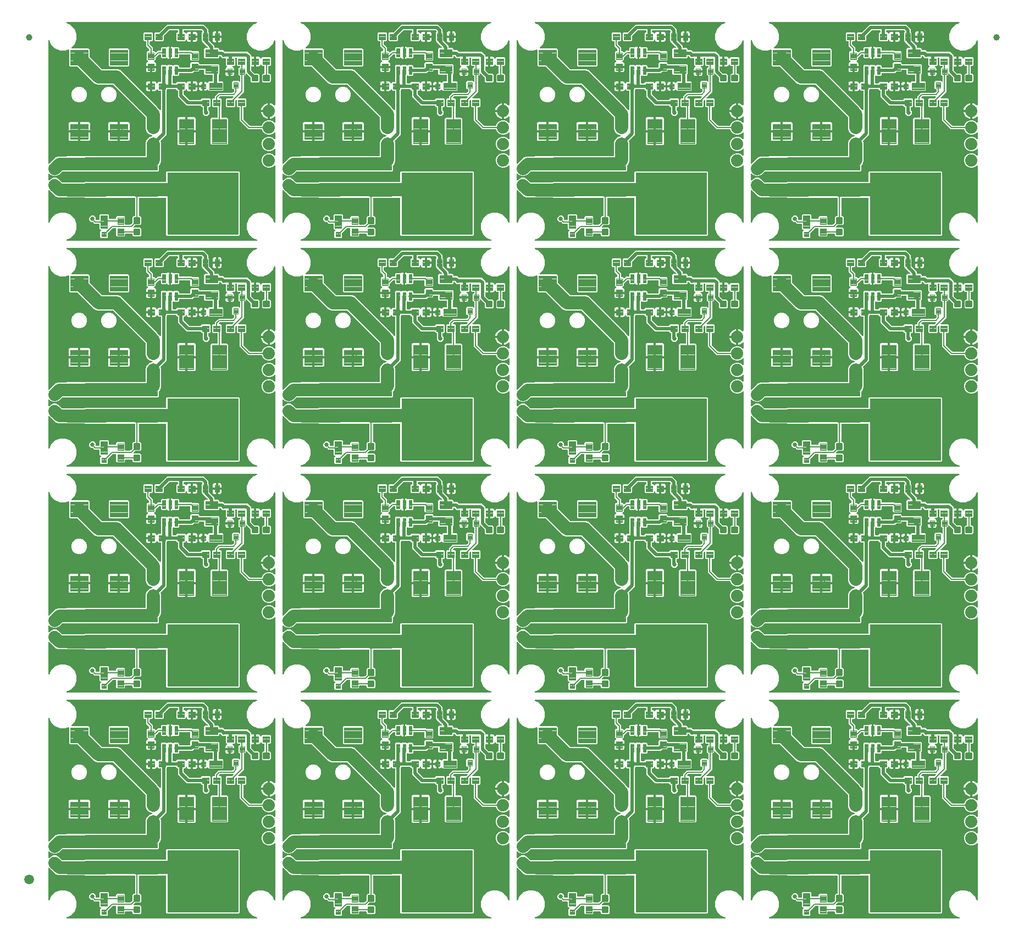
<source format=gtl>
G04 EAGLE Gerber RS-274X export*
G75*
%MOMM*%
%FSLAX34Y34*%
%LPD*%
%INTop Copper*%
%IPPOS*%
%AMOC8*
5,1,8,0,0,1.08239X$1,22.5*%
G01*
%ADD10C,0.300000*%
%ADD11C,0.100000*%
%ADD12C,0.104000*%
%ADD13C,0.099209*%
%ADD14C,0.105663*%
%ADD15C,0.099000*%
%ADD16C,0.092800*%
%ADD17C,0.096000*%
%ADD18C,1.879600*%
%ADD19C,1.000000*%
%ADD20C,1.500000*%
%ADD21C,0.660400*%
%ADD22C,0.203200*%
%ADD23C,0.508000*%
%ADD24C,2.032000*%
%ADD25C,1.905000*%

G36*
X1045391Y699023D02*
X1045391Y699023D01*
X1045483Y699028D01*
X1045522Y699042D01*
X1045563Y699049D01*
X1045646Y699089D01*
X1045732Y699121D01*
X1045765Y699146D01*
X1045802Y699164D01*
X1045869Y699227D01*
X1045942Y699284D01*
X1045966Y699318D01*
X1045996Y699346D01*
X1046042Y699426D01*
X1046095Y699501D01*
X1046108Y699541D01*
X1046128Y699576D01*
X1046148Y699666D01*
X1046176Y699754D01*
X1046177Y699796D01*
X1046186Y699836D01*
X1046178Y699928D01*
X1046179Y700020D01*
X1046168Y700060D01*
X1046164Y700101D01*
X1046130Y700187D01*
X1046103Y700275D01*
X1046081Y700309D01*
X1046065Y700348D01*
X1046007Y700419D01*
X1045956Y700496D01*
X1045930Y700514D01*
X1045898Y700554D01*
X1045677Y700701D01*
X1045656Y700706D01*
X1045640Y700718D01*
X1039474Y703272D01*
X1033472Y709274D01*
X1030223Y717116D01*
X1030223Y725604D01*
X1033472Y733446D01*
X1039474Y739448D01*
X1047316Y742697D01*
X1055804Y742697D01*
X1063646Y739448D01*
X1069648Y733446D01*
X1072202Y727280D01*
X1072250Y727201D01*
X1072290Y727118D01*
X1072318Y727088D01*
X1072340Y727053D01*
X1072409Y726991D01*
X1072472Y726924D01*
X1072508Y726903D01*
X1072538Y726876D01*
X1072622Y726838D01*
X1072702Y726792D01*
X1072743Y726783D01*
X1072780Y726766D01*
X1072872Y726754D01*
X1072962Y726734D01*
X1073003Y726737D01*
X1073044Y726732D01*
X1073135Y726748D01*
X1073227Y726756D01*
X1073265Y726771D01*
X1073306Y726778D01*
X1073388Y726820D01*
X1073474Y726855D01*
X1073506Y726881D01*
X1073542Y726900D01*
X1073608Y726964D01*
X1073680Y727022D01*
X1073703Y727057D01*
X1073732Y727085D01*
X1073776Y727167D01*
X1073827Y727243D01*
X1073834Y727274D01*
X1073859Y727319D01*
X1073910Y727580D01*
X1073907Y727600D01*
X1073911Y727620D01*
X1073911Y814661D01*
X1073904Y814712D01*
X1073905Y814763D01*
X1073884Y814842D01*
X1073871Y814923D01*
X1073849Y814970D01*
X1073835Y815020D01*
X1073791Y815089D01*
X1073756Y815163D01*
X1073721Y815200D01*
X1073693Y815244D01*
X1073630Y815297D01*
X1073574Y815357D01*
X1073530Y815383D01*
X1073490Y815416D01*
X1073415Y815448D01*
X1073344Y815489D01*
X1073293Y815500D01*
X1073246Y815520D01*
X1073164Y815529D01*
X1073084Y815547D01*
X1073033Y815543D01*
X1072981Y815548D01*
X1072901Y815532D01*
X1072819Y815525D01*
X1072771Y815506D01*
X1072721Y815496D01*
X1072677Y815468D01*
X1072572Y815426D01*
X1072433Y815313D01*
X1072395Y815289D01*
X1070591Y813485D01*
X1066483Y811783D01*
X1062037Y811783D01*
X1057929Y813485D01*
X1054785Y816629D01*
X1053083Y820737D01*
X1053083Y825183D01*
X1054785Y829291D01*
X1057929Y832435D01*
X1062037Y834137D01*
X1066483Y834137D01*
X1070591Y832435D01*
X1072395Y830631D01*
X1072436Y830601D01*
X1072472Y830563D01*
X1072543Y830522D01*
X1072609Y830474D01*
X1072658Y830457D01*
X1072702Y830431D01*
X1072782Y830413D01*
X1072860Y830386D01*
X1072912Y830384D01*
X1072962Y830373D01*
X1073044Y830380D01*
X1073126Y830377D01*
X1073175Y830391D01*
X1073227Y830395D01*
X1073303Y830425D01*
X1073382Y830447D01*
X1073426Y830475D01*
X1073474Y830494D01*
X1073537Y830546D01*
X1073606Y830590D01*
X1073640Y830629D01*
X1073680Y830661D01*
X1073725Y830730D01*
X1073778Y830792D01*
X1073799Y830840D01*
X1073827Y830883D01*
X1073839Y830933D01*
X1073883Y831037D01*
X1073901Y831215D01*
X1073911Y831259D01*
X1073911Y840061D01*
X1073904Y840112D01*
X1073905Y840163D01*
X1073884Y840242D01*
X1073871Y840323D01*
X1073849Y840370D01*
X1073835Y840420D01*
X1073791Y840489D01*
X1073756Y840563D01*
X1073721Y840600D01*
X1073693Y840644D01*
X1073630Y840697D01*
X1073574Y840757D01*
X1073530Y840783D01*
X1073490Y840816D01*
X1073415Y840848D01*
X1073344Y840889D01*
X1073293Y840900D01*
X1073246Y840920D01*
X1073164Y840929D01*
X1073084Y840947D01*
X1073033Y840943D01*
X1072981Y840948D01*
X1072901Y840932D01*
X1072819Y840925D01*
X1072771Y840906D01*
X1072721Y840896D01*
X1072677Y840868D01*
X1072572Y840826D01*
X1072433Y840713D01*
X1072395Y840689D01*
X1070591Y838885D01*
X1066483Y837183D01*
X1062037Y837183D01*
X1057929Y838885D01*
X1054785Y842029D01*
X1053083Y846137D01*
X1053083Y850583D01*
X1054785Y854691D01*
X1057929Y857835D01*
X1062037Y859537D01*
X1066483Y859537D01*
X1070591Y857835D01*
X1072395Y856031D01*
X1072436Y856001D01*
X1072472Y855963D01*
X1072543Y855922D01*
X1072609Y855874D01*
X1072658Y855857D01*
X1072702Y855831D01*
X1072782Y855813D01*
X1072860Y855786D01*
X1072912Y855784D01*
X1072962Y855773D01*
X1073044Y855780D01*
X1073126Y855777D01*
X1073175Y855791D01*
X1073227Y855795D01*
X1073303Y855825D01*
X1073382Y855847D01*
X1073426Y855875D01*
X1073474Y855894D01*
X1073537Y855946D01*
X1073606Y855990D01*
X1073640Y856029D01*
X1073680Y856061D01*
X1073725Y856130D01*
X1073778Y856192D01*
X1073799Y856240D01*
X1073827Y856283D01*
X1073839Y856333D01*
X1073883Y856437D01*
X1073901Y856615D01*
X1073911Y856659D01*
X1073911Y865461D01*
X1073904Y865512D01*
X1073905Y865563D01*
X1073884Y865642D01*
X1073871Y865723D01*
X1073849Y865770D01*
X1073835Y865820D01*
X1073791Y865889D01*
X1073756Y865963D01*
X1073721Y866000D01*
X1073693Y866044D01*
X1073630Y866097D01*
X1073574Y866157D01*
X1073530Y866183D01*
X1073490Y866216D01*
X1073415Y866248D01*
X1073344Y866289D01*
X1073293Y866300D01*
X1073246Y866320D01*
X1073164Y866329D01*
X1073084Y866347D01*
X1073033Y866343D01*
X1072981Y866348D01*
X1072901Y866332D01*
X1072819Y866325D01*
X1072771Y866306D01*
X1072721Y866296D01*
X1072677Y866268D01*
X1072572Y866226D01*
X1072433Y866113D01*
X1072395Y866089D01*
X1070591Y864285D01*
X1066483Y862583D01*
X1062037Y862583D01*
X1057929Y864285D01*
X1054785Y867429D01*
X1053547Y870417D01*
X1053515Y870470D01*
X1053492Y870528D01*
X1053447Y870583D01*
X1053410Y870645D01*
X1053364Y870686D01*
X1053324Y870734D01*
X1053265Y870774D01*
X1053211Y870821D01*
X1053155Y870847D01*
X1053103Y870881D01*
X1053056Y870892D01*
X1052969Y870931D01*
X1052757Y870958D01*
X1052727Y870965D01*
X1032622Y870965D01*
X1030725Y872862D01*
X1030725Y872863D01*
X1021063Y882525D01*
X1021062Y882525D01*
X1019165Y884422D01*
X1019165Y904193D01*
X1019150Y904295D01*
X1019142Y904397D01*
X1019130Y904425D01*
X1019125Y904456D01*
X1019081Y904548D01*
X1019043Y904644D01*
X1019023Y904667D01*
X1019010Y904695D01*
X1018940Y904770D01*
X1018875Y904850D01*
X1018849Y904867D01*
X1018828Y904889D01*
X1018739Y904940D01*
X1018654Y904997D01*
X1018630Y905003D01*
X1018598Y905021D01*
X1018338Y905079D01*
X1018300Y905076D01*
X1018277Y905081D01*
X1016016Y905081D01*
X1014681Y906416D01*
X1014681Y915485D01*
X1014674Y915536D01*
X1014675Y915587D01*
X1014654Y915666D01*
X1014641Y915747D01*
X1014619Y915794D01*
X1014605Y915844D01*
X1014561Y915913D01*
X1014526Y915987D01*
X1014490Y916024D01*
X1014463Y916068D01*
X1014400Y916121D01*
X1014344Y916181D01*
X1014300Y916207D01*
X1014260Y916240D01*
X1014185Y916272D01*
X1014114Y916313D01*
X1014063Y916324D01*
X1014016Y916344D01*
X1013934Y916353D01*
X1013854Y916371D01*
X1013803Y916366D01*
X1013751Y916372D01*
X1013671Y916356D01*
X1013589Y916349D01*
X1013541Y916330D01*
X1013491Y916320D01*
X1013447Y916292D01*
X1013342Y916250D01*
X1013203Y916137D01*
X1013165Y916113D01*
X1012499Y915447D01*
X1012486Y915430D01*
X1012470Y915416D01*
X1012408Y915323D01*
X1012341Y915233D01*
X1012334Y915213D01*
X1012323Y915195D01*
X1012313Y915151D01*
X1012254Y914981D01*
X1012250Y914869D01*
X1012239Y914818D01*
X1012239Y906416D01*
X1010904Y905081D01*
X999016Y905081D01*
X997681Y906416D01*
X997681Y917304D01*
X999016Y918639D01*
X1007418Y918639D01*
X1007439Y918642D01*
X1007460Y918640D01*
X1007570Y918662D01*
X1007681Y918679D01*
X1007700Y918688D01*
X1007721Y918692D01*
X1007759Y918716D01*
X1007921Y918794D01*
X1008003Y918871D01*
X1008047Y918899D01*
X1009397Y920249D01*
X1009427Y920290D01*
X1009465Y920326D01*
X1009506Y920397D01*
X1009554Y920463D01*
X1009571Y920512D01*
X1009597Y920556D01*
X1009615Y920636D01*
X1009642Y920714D01*
X1009643Y920766D01*
X1009655Y920816D01*
X1009648Y920898D01*
X1009651Y920980D01*
X1009637Y921029D01*
X1009633Y921081D01*
X1009603Y921157D01*
X1009581Y921236D01*
X1009553Y921280D01*
X1009534Y921328D01*
X1009482Y921391D01*
X1009438Y921460D01*
X1009399Y921494D01*
X1009366Y921534D01*
X1009298Y921579D01*
X1009236Y921632D01*
X1009188Y921653D01*
X1009145Y921681D01*
X1009095Y921693D01*
X1008991Y921737D01*
X1008813Y921755D01*
X1008769Y921765D01*
X989586Y921765D01*
X989565Y921762D01*
X989544Y921764D01*
X989434Y921742D01*
X989323Y921725D01*
X989304Y921716D01*
X989283Y921712D01*
X989245Y921688D01*
X989083Y921610D01*
X989001Y921533D01*
X988957Y921505D01*
X987607Y920155D01*
X987577Y920114D01*
X987539Y920078D01*
X987498Y920007D01*
X987450Y919941D01*
X987433Y919892D01*
X987407Y919848D01*
X987389Y919768D01*
X987362Y919690D01*
X987361Y919638D01*
X987349Y919588D01*
X987356Y919506D01*
X987353Y919424D01*
X987367Y919375D01*
X987371Y919323D01*
X987401Y919247D01*
X987423Y919168D01*
X987451Y919124D01*
X987470Y919076D01*
X987522Y919013D01*
X987566Y918944D01*
X987605Y918910D01*
X987638Y918870D01*
X987706Y918825D01*
X987768Y918772D01*
X987816Y918751D01*
X987859Y918723D01*
X987909Y918711D01*
X988013Y918667D01*
X988191Y918649D01*
X988235Y918639D01*
X989804Y918639D01*
X991139Y917304D01*
X991139Y906416D01*
X991115Y906392D01*
X991102Y906375D01*
X991086Y906362D01*
X991024Y906269D01*
X990957Y906178D01*
X990950Y906159D01*
X990939Y906141D01*
X990929Y906096D01*
X990870Y905927D01*
X990866Y905815D01*
X990855Y905764D01*
X990855Y889727D01*
X990870Y889625D01*
X990878Y889523D01*
X990890Y889495D01*
X990895Y889464D01*
X990939Y889372D01*
X990977Y889276D01*
X990997Y889253D01*
X991010Y889225D01*
X991080Y889150D01*
X991145Y889070D01*
X991171Y889053D01*
X991192Y889031D01*
X991281Y888980D01*
X991366Y888923D01*
X991390Y888917D01*
X991422Y888899D01*
X991682Y888841D01*
X991720Y888844D01*
X991743Y888839D01*
X1000125Y888839D01*
X1001439Y887525D01*
X1001439Y848495D01*
X1000125Y847181D01*
X975995Y847181D01*
X974681Y848495D01*
X974681Y887525D01*
X975995Y888839D01*
X984377Y888839D01*
X984479Y888854D01*
X984581Y888862D01*
X984609Y888874D01*
X984640Y888879D01*
X984732Y888923D01*
X984828Y888961D01*
X984851Y888981D01*
X984879Y888994D01*
X984954Y889064D01*
X985034Y889129D01*
X985051Y889155D01*
X985073Y889176D01*
X985124Y889265D01*
X985181Y889350D01*
X985187Y889374D01*
X985205Y889406D01*
X985263Y889666D01*
X985260Y889704D01*
X985265Y889727D01*
X985265Y904193D01*
X985250Y904295D01*
X985242Y904397D01*
X985230Y904425D01*
X985225Y904456D01*
X985181Y904548D01*
X985143Y904644D01*
X985123Y904667D01*
X985110Y904695D01*
X985040Y904770D01*
X984975Y904850D01*
X984949Y904867D01*
X984928Y904889D01*
X984839Y904940D01*
X984754Y904997D01*
X984730Y905003D01*
X984698Y905021D01*
X984438Y905079D01*
X984400Y905076D01*
X984377Y905081D01*
X977916Y905081D01*
X976581Y906416D01*
X976581Y917304D01*
X977916Y918639D01*
X980177Y918639D01*
X980279Y918654D01*
X980381Y918662D01*
X980409Y918674D01*
X980440Y918679D01*
X980532Y918723D01*
X980628Y918761D01*
X980651Y918781D01*
X980679Y918794D01*
X980754Y918864D01*
X980834Y918929D01*
X980851Y918955D01*
X980873Y918976D01*
X980924Y919065D01*
X980981Y919150D01*
X980987Y919174D01*
X981005Y919206D01*
X981063Y919466D01*
X981060Y919504D01*
X981065Y919527D01*
X981065Y921518D01*
X986902Y927355D01*
X1008124Y927355D01*
X1008145Y927358D01*
X1008166Y927356D01*
X1008276Y927378D01*
X1008387Y927395D01*
X1008406Y927404D01*
X1008427Y927408D01*
X1008465Y927432D01*
X1008627Y927510D01*
X1008709Y927587D01*
X1008753Y927615D01*
X1010405Y929267D01*
X1010418Y929284D01*
X1010434Y929298D01*
X1010496Y929391D01*
X1010563Y929481D01*
X1010570Y929501D01*
X1010581Y929519D01*
X1010591Y929563D01*
X1010650Y929732D01*
X1010654Y929845D01*
X1010665Y929896D01*
X1010665Y931793D01*
X1010650Y931895D01*
X1010642Y931997D01*
X1010630Y932025D01*
X1010625Y932056D01*
X1010581Y932148D01*
X1010543Y932244D01*
X1010523Y932267D01*
X1010510Y932295D01*
X1010440Y932370D01*
X1010375Y932450D01*
X1010349Y932467D01*
X1010328Y932489D01*
X1010239Y932540D01*
X1010154Y932597D01*
X1010130Y932603D01*
X1010098Y932621D01*
X1009838Y932679D01*
X1009800Y932676D01*
X1009777Y932681D01*
X1009028Y932681D01*
X1007681Y934028D01*
X1007681Y943892D01*
X1009028Y945239D01*
X1017892Y945239D01*
X1018649Y944482D01*
X1018690Y944451D01*
X1018726Y944414D01*
X1018797Y944373D01*
X1018863Y944324D01*
X1018912Y944307D01*
X1018956Y944282D01*
X1019036Y944264D01*
X1019114Y944237D01*
X1019166Y944235D01*
X1019216Y944224D01*
X1019298Y944231D01*
X1019380Y944228D01*
X1019429Y944241D01*
X1019481Y944246D01*
X1019557Y944276D01*
X1019636Y944298D01*
X1019680Y944325D01*
X1019728Y944345D01*
X1019791Y944396D01*
X1019860Y944440D01*
X1019894Y944479D01*
X1019934Y944512D01*
X1019979Y944580D01*
X1020032Y944643D01*
X1020053Y944690D01*
X1020081Y944733D01*
X1020093Y944784D01*
X1020137Y944887D01*
X1020155Y945066D01*
X1020165Y945110D01*
X1020165Y952793D01*
X1020150Y952895D01*
X1020142Y952997D01*
X1020130Y953025D01*
X1020125Y953056D01*
X1020081Y953148D01*
X1020043Y953244D01*
X1020023Y953267D01*
X1020010Y953295D01*
X1019940Y953370D01*
X1019875Y953450D01*
X1019849Y953467D01*
X1019828Y953489D01*
X1019739Y953540D01*
X1019654Y953597D01*
X1019630Y953603D01*
X1019598Y953621D01*
X1019338Y953679D01*
X1019300Y953676D01*
X1019277Y953681D01*
X1018528Y953681D01*
X1017181Y955028D01*
X1017181Y964892D01*
X1018528Y966239D01*
X1019277Y966239D01*
X1019379Y966254D01*
X1019481Y966262D01*
X1019509Y966274D01*
X1019540Y966279D01*
X1019632Y966323D01*
X1019728Y966361D01*
X1019751Y966381D01*
X1019779Y966394D01*
X1019854Y966464D01*
X1019934Y966529D01*
X1019951Y966555D01*
X1019973Y966576D01*
X1020024Y966665D01*
X1020081Y966750D01*
X1020087Y966774D01*
X1020105Y966806D01*
X1020163Y967066D01*
X1020160Y967104D01*
X1020165Y967127D01*
X1020165Y967693D01*
X1020150Y967795D01*
X1020142Y967897D01*
X1020130Y967925D01*
X1020125Y967956D01*
X1020081Y968048D01*
X1020043Y968144D01*
X1020023Y968167D01*
X1020010Y968195D01*
X1019940Y968270D01*
X1019875Y968350D01*
X1019849Y968367D01*
X1019828Y968389D01*
X1019739Y968440D01*
X1019654Y968497D01*
X1019630Y968503D01*
X1019598Y968521D01*
X1019338Y968579D01*
X1019300Y968576D01*
X1019277Y968581D01*
X1016016Y968581D01*
X1014681Y969916D01*
X1014681Y980508D01*
X1014666Y980610D01*
X1014658Y980712D01*
X1014646Y980740D01*
X1014641Y980771D01*
X1014597Y980863D01*
X1014559Y980959D01*
X1014539Y980982D01*
X1014526Y981010D01*
X1014456Y981085D01*
X1014391Y981165D01*
X1014365Y981182D01*
X1014344Y981204D01*
X1014255Y981255D01*
X1014170Y981312D01*
X1014146Y981318D01*
X1014114Y981336D01*
X1013854Y981394D01*
X1013816Y981391D01*
X1013793Y981396D01*
X1013127Y981396D01*
X1013025Y981381D01*
X1012923Y981373D01*
X1012895Y981361D01*
X1012864Y981356D01*
X1012772Y981312D01*
X1012676Y981274D01*
X1012653Y981254D01*
X1012625Y981241D01*
X1012550Y981171D01*
X1012470Y981106D01*
X1012453Y981080D01*
X1012431Y981059D01*
X1012380Y980970D01*
X1012323Y980885D01*
X1012317Y980861D01*
X1012299Y980829D01*
X1012241Y980569D01*
X1012244Y980531D01*
X1012239Y980508D01*
X1012239Y969916D01*
X1010904Y968581D01*
X1008691Y968581D01*
X1008674Y968579D01*
X1008657Y968581D01*
X1008543Y968559D01*
X1008428Y968541D01*
X1008413Y968534D01*
X1008396Y968531D01*
X1008294Y968476D01*
X1008189Y968426D01*
X1008176Y968414D01*
X1008161Y968406D01*
X1008080Y968324D01*
X1007995Y968244D01*
X1007986Y968229D01*
X1007974Y968217D01*
X1007920Y968114D01*
X1007863Y968014D01*
X1007859Y967997D01*
X1007851Y967981D01*
X1007830Y967867D01*
X1007805Y967754D01*
X1007806Y967737D01*
X1007803Y967720D01*
X1007817Y967605D01*
X1007827Y967489D01*
X1007833Y967473D01*
X1007835Y967456D01*
X1007883Y967350D01*
X1007926Y967242D01*
X1007937Y967229D01*
X1007944Y967213D01*
X1008020Y967126D01*
X1008093Y967036D01*
X1008108Y967026D01*
X1008119Y967014D01*
X1008156Y966994D01*
X1008314Y966889D01*
X1008391Y966871D01*
X1008461Y966835D01*
X1008621Y966792D01*
X1009319Y966389D01*
X1009889Y965819D01*
X1010292Y965121D01*
X1010501Y964343D01*
X1010501Y961737D01*
X1004849Y961737D01*
X1004748Y961722D01*
X1004645Y961713D01*
X1004617Y961702D01*
X1004586Y961697D01*
X1004494Y961653D01*
X1004399Y961614D01*
X1004375Y961595D01*
X1004347Y961582D01*
X1004272Y961512D01*
X1004192Y961447D01*
X1004175Y961421D01*
X1004153Y961400D01*
X1004102Y961311D01*
X1004045Y961226D01*
X1004040Y961202D01*
X1004021Y961169D01*
X1003963Y960910D01*
X1003966Y960872D01*
X1003961Y960849D01*
X1003961Y959959D01*
X1003959Y959959D01*
X1003959Y960849D01*
X1003944Y960950D01*
X1003935Y961053D01*
X1003924Y961081D01*
X1003919Y961112D01*
X1003875Y961204D01*
X1003836Y961299D01*
X1003817Y961323D01*
X1003804Y961351D01*
X1003734Y961426D01*
X1003669Y961506D01*
X1003643Y961523D01*
X1003622Y961545D01*
X1003533Y961596D01*
X1003448Y961653D01*
X1003424Y961658D01*
X1003391Y961677D01*
X1003132Y961735D01*
X1003094Y961732D01*
X1003071Y961737D01*
X997419Y961737D01*
X997419Y964343D01*
X997628Y965121D01*
X998031Y965819D01*
X998601Y966389D01*
X999299Y966792D01*
X999459Y966835D01*
X999475Y966842D01*
X999492Y966845D01*
X999596Y966895D01*
X999702Y966941D01*
X999715Y966953D01*
X999731Y966960D01*
X999816Y967040D01*
X999903Y967115D01*
X999913Y967130D01*
X999925Y967142D01*
X999983Y967242D01*
X1000044Y967341D01*
X1000049Y967357D01*
X1000057Y967372D01*
X1000082Y967485D01*
X1000112Y967598D01*
X1000111Y967615D01*
X1000115Y967632D01*
X1000106Y967747D01*
X1000101Y967863D01*
X1000095Y967880D01*
X1000093Y967897D01*
X1000050Y968005D01*
X1000011Y968114D01*
X1000001Y968127D01*
X999994Y968144D01*
X999921Y968234D01*
X999852Y968326D01*
X999838Y968336D01*
X999827Y968350D01*
X999730Y968414D01*
X999636Y968482D01*
X999620Y968488D01*
X999606Y968497D01*
X999565Y968506D01*
X999385Y968567D01*
X999306Y968564D01*
X999229Y968581D01*
X999016Y968581D01*
X997681Y969916D01*
X997681Y979746D01*
X997666Y979848D01*
X997658Y979950D01*
X997646Y979978D01*
X997641Y980009D01*
X997597Y980101D01*
X997559Y980197D01*
X997539Y980220D01*
X997526Y980248D01*
X997456Y980323D01*
X997391Y980403D01*
X997365Y980420D01*
X997344Y980442D01*
X997255Y980493D01*
X997170Y980550D01*
X997146Y980556D01*
X997114Y980574D01*
X996854Y980632D01*
X996816Y980629D01*
X996793Y980634D01*
X992500Y980634D01*
X989404Y983731D01*
X989387Y983744D01*
X989373Y983760D01*
X989280Y983822D01*
X989190Y983889D01*
X989170Y983896D01*
X989152Y983907D01*
X989108Y983917D01*
X988939Y983976D01*
X988830Y983980D01*
X988788Y983989D01*
X988786Y983989D01*
X988776Y983991D01*
X988727Y983991D01*
X988685Y983985D01*
X988673Y983985D01*
X988654Y983980D01*
X988625Y983976D01*
X988523Y983968D01*
X988495Y983956D01*
X988464Y983951D01*
X988372Y983907D01*
X988276Y983869D01*
X988253Y983849D01*
X988225Y983836D01*
X988150Y983766D01*
X988070Y983701D01*
X988053Y983675D01*
X988031Y983654D01*
X987980Y983565D01*
X987923Y983480D01*
X987917Y983456D01*
X987899Y983424D01*
X987841Y983164D01*
X987844Y983126D01*
X987839Y983103D01*
X987839Y981616D01*
X986504Y980281D01*
X965616Y980281D01*
X964281Y981616D01*
X964281Y995004D01*
X965616Y996339D01*
X968989Y996339D01*
X969040Y996346D01*
X969092Y996345D01*
X969171Y996366D01*
X969252Y996379D01*
X969298Y996401D01*
X969348Y996415D01*
X969418Y996459D01*
X969491Y996494D01*
X969529Y996529D01*
X969573Y996557D01*
X969626Y996620D01*
X969686Y996676D01*
X969711Y996720D01*
X969745Y996760D01*
X969777Y996835D01*
X969818Y996906D01*
X969829Y996957D01*
X969849Y997004D01*
X969858Y997086D01*
X969875Y997166D01*
X969871Y997217D01*
X969877Y997269D01*
X969860Y997349D01*
X969854Y997431D01*
X969835Y997479D01*
X969824Y997529D01*
X969797Y997573D01*
X969755Y997678D01*
X969642Y997817D01*
X969617Y997855D01*
X961994Y1005479D01*
X961992Y1005482D01*
X961988Y1005502D01*
X961964Y1005541D01*
X961886Y1005702D01*
X961809Y1005784D01*
X961781Y1005828D01*
X960581Y1007028D01*
X960581Y1019892D01*
X961708Y1021019D01*
X961769Y1021101D01*
X961835Y1021179D01*
X961847Y1021208D01*
X961865Y1021233D01*
X961899Y1021330D01*
X961939Y1021424D01*
X961943Y1021455D01*
X961953Y1021484D01*
X961956Y1021586D01*
X961967Y1021688D01*
X961961Y1021719D01*
X961962Y1021749D01*
X961935Y1021848D01*
X961915Y1021949D01*
X961902Y1021969D01*
X961892Y1022006D01*
X961749Y1022230D01*
X961720Y1022255D01*
X961708Y1022275D01*
X961131Y1022851D01*
X961114Y1022864D01*
X961101Y1022880D01*
X961007Y1022942D01*
X960917Y1023009D01*
X960898Y1023016D01*
X960880Y1023027D01*
X960835Y1023037D01*
X960666Y1023096D01*
X960554Y1023100D01*
X960503Y1023111D01*
X933967Y1023111D01*
X933865Y1023096D01*
X933763Y1023088D01*
X933735Y1023076D01*
X933704Y1023071D01*
X933612Y1023027D01*
X933516Y1022989D01*
X933493Y1022969D01*
X933465Y1022956D01*
X933390Y1022886D01*
X933310Y1022821D01*
X933293Y1022795D01*
X933271Y1022774D01*
X933220Y1022685D01*
X933163Y1022600D01*
X933157Y1022576D01*
X933139Y1022544D01*
X933081Y1022284D01*
X933084Y1022246D01*
X933079Y1022223D01*
X933079Y1021127D01*
X933094Y1021025D01*
X933102Y1020923D01*
X933114Y1020895D01*
X933119Y1020864D01*
X933163Y1020772D01*
X933201Y1020676D01*
X933221Y1020653D01*
X933234Y1020625D01*
X933304Y1020550D01*
X933369Y1020470D01*
X933395Y1020453D01*
X933416Y1020431D01*
X933505Y1020380D01*
X933590Y1020323D01*
X933614Y1020317D01*
X933646Y1020299D01*
X933906Y1020241D01*
X933944Y1020244D01*
X933967Y1020239D01*
X934704Y1020239D01*
X936039Y1018904D01*
X936039Y1018835D01*
X936041Y1018818D01*
X936039Y1018801D01*
X936061Y1018687D01*
X936079Y1018573D01*
X936086Y1018557D01*
X936089Y1018540D01*
X936144Y1018438D01*
X936194Y1018333D01*
X936206Y1018321D01*
X936214Y1018305D01*
X936296Y1018224D01*
X936376Y1018139D01*
X936391Y1018130D01*
X936403Y1018118D01*
X936506Y1018064D01*
X936606Y1018007D01*
X936623Y1018003D01*
X936639Y1017995D01*
X936753Y1017974D01*
X936866Y1017949D01*
X936883Y1017951D01*
X936900Y1017947D01*
X937015Y1017961D01*
X937131Y1017971D01*
X937147Y1017977D01*
X937164Y1017979D01*
X937270Y1018027D01*
X937378Y1018070D01*
X937391Y1018081D01*
X937407Y1018088D01*
X937493Y1018164D01*
X937584Y1018237D01*
X937593Y1018252D01*
X937606Y1018263D01*
X937626Y1018300D01*
X937731Y1018459D01*
X937749Y1018536D01*
X937785Y1018605D01*
X937926Y1019134D01*
X938327Y1019827D01*
X938893Y1020393D01*
X939586Y1020793D01*
X940360Y1021001D01*
X943983Y1021001D01*
X943983Y1014349D01*
X943998Y1014248D01*
X944007Y1014145D01*
X944018Y1014117D01*
X944023Y1014086D01*
X944067Y1013994D01*
X944106Y1013899D01*
X944125Y1013875D01*
X944138Y1013847D01*
X944208Y1013772D01*
X944273Y1013692D01*
X944299Y1013675D01*
X944320Y1013653D01*
X944409Y1013602D01*
X944494Y1013545D01*
X944518Y1013540D01*
X944550Y1013521D01*
X944810Y1013463D01*
X944848Y1013466D01*
X944871Y1013461D01*
X945761Y1013461D01*
X945761Y1013459D01*
X944871Y1013459D01*
X944770Y1013444D01*
X944667Y1013435D01*
X944639Y1013424D01*
X944608Y1013419D01*
X944516Y1013375D01*
X944421Y1013336D01*
X944397Y1013317D01*
X944369Y1013304D01*
X944294Y1013234D01*
X944214Y1013169D01*
X944197Y1013143D01*
X944175Y1013122D01*
X944124Y1013033D01*
X944067Y1012948D01*
X944061Y1012924D01*
X944043Y1012891D01*
X943985Y1012632D01*
X943985Y1012625D01*
X943985Y1012622D01*
X943987Y1012592D01*
X943983Y1012571D01*
X943983Y1005919D01*
X940360Y1005919D01*
X939586Y1006127D01*
X938893Y1006527D01*
X938327Y1007093D01*
X937926Y1007786D01*
X937785Y1008315D01*
X937778Y1008330D01*
X937775Y1008347D01*
X937725Y1008452D01*
X937679Y1008558D01*
X937667Y1008571D01*
X937660Y1008587D01*
X937580Y1008672D01*
X937505Y1008759D01*
X937490Y1008768D01*
X937478Y1008781D01*
X937378Y1008839D01*
X937279Y1008900D01*
X937263Y1008904D01*
X937248Y1008913D01*
X937134Y1008938D01*
X937022Y1008968D01*
X937005Y1008967D01*
X936988Y1008971D01*
X936873Y1008961D01*
X936757Y1008956D01*
X936740Y1008951D01*
X936723Y1008949D01*
X936616Y1008906D01*
X936506Y1008867D01*
X936493Y1008857D01*
X936476Y1008850D01*
X936386Y1008777D01*
X936294Y1008708D01*
X936284Y1008694D01*
X936270Y1008683D01*
X936206Y1008586D01*
X936138Y1008492D01*
X936132Y1008476D01*
X936123Y1008461D01*
X936114Y1008421D01*
X936053Y1008240D01*
X936056Y1008162D01*
X936039Y1008085D01*
X936039Y1008016D01*
X934704Y1006681D01*
X922816Y1006681D01*
X921481Y1008016D01*
X921481Y1018904D01*
X922816Y1020239D01*
X923553Y1020239D01*
X923655Y1020254D01*
X923757Y1020262D01*
X923785Y1020274D01*
X923816Y1020279D01*
X923908Y1020323D01*
X924004Y1020361D01*
X924027Y1020381D01*
X924055Y1020394D01*
X924130Y1020464D01*
X924210Y1020529D01*
X924227Y1020555D01*
X924249Y1020576D01*
X924300Y1020665D01*
X924357Y1020750D01*
X924363Y1020774D01*
X924381Y1020806D01*
X924439Y1021066D01*
X924436Y1021104D01*
X924441Y1021127D01*
X924441Y1022223D01*
X924426Y1022325D01*
X924418Y1022427D01*
X924406Y1022455D01*
X924401Y1022486D01*
X924357Y1022578D01*
X924319Y1022674D01*
X924299Y1022697D01*
X924286Y1022725D01*
X924216Y1022800D01*
X924151Y1022880D01*
X924125Y1022897D01*
X924104Y1022919D01*
X924015Y1022970D01*
X923930Y1023027D01*
X923906Y1023033D01*
X923874Y1023051D01*
X923614Y1023109D01*
X923576Y1023106D01*
X923553Y1023111D01*
X911087Y1023111D01*
X911066Y1023108D01*
X911045Y1023110D01*
X910935Y1023088D01*
X910824Y1023071D01*
X910805Y1023062D01*
X910784Y1023058D01*
X910746Y1023034D01*
X910585Y1022956D01*
X910502Y1022879D01*
X910459Y1022851D01*
X902499Y1014891D01*
X902486Y1014874D01*
X902470Y1014861D01*
X902408Y1014768D01*
X902341Y1014677D01*
X902334Y1014657D01*
X902323Y1014640D01*
X902313Y1014595D01*
X902254Y1014426D01*
X902250Y1014314D01*
X902239Y1014263D01*
X902239Y1008016D01*
X900904Y1006681D01*
X889016Y1006681D01*
X887681Y1008016D01*
X887681Y1018904D01*
X889016Y1020239D01*
X895263Y1020239D01*
X895284Y1020242D01*
X895305Y1020240D01*
X895415Y1020262D01*
X895526Y1020279D01*
X895545Y1020288D01*
X895566Y1020292D01*
X895604Y1020316D01*
X895765Y1020394D01*
X895848Y1020471D01*
X895891Y1020499D01*
X907141Y1031749D01*
X964449Y1031749D01*
X970679Y1025519D01*
X970679Y1021720D01*
X970682Y1021699D01*
X970680Y1021678D01*
X970702Y1021568D01*
X970719Y1021457D01*
X970728Y1021438D01*
X970732Y1021418D01*
X970756Y1021379D01*
X970834Y1021218D01*
X970911Y1021136D01*
X970939Y1021092D01*
X972139Y1019892D01*
X972139Y1007917D01*
X972142Y1007896D01*
X972140Y1007875D01*
X972162Y1007765D01*
X972179Y1007654D01*
X972188Y1007635D01*
X972192Y1007614D01*
X972216Y1007576D01*
X972294Y1007415D01*
X972371Y1007332D01*
X972399Y1007289D01*
X980379Y999309D01*
X980379Y997227D01*
X980394Y997125D01*
X980402Y997023D01*
X980414Y996995D01*
X980419Y996964D01*
X980463Y996872D01*
X980501Y996776D01*
X980521Y996753D01*
X980534Y996725D01*
X980604Y996650D01*
X980669Y996570D01*
X980695Y996553D01*
X980716Y996531D01*
X980805Y996480D01*
X980890Y996423D01*
X980914Y996417D01*
X980946Y996399D01*
X981206Y996341D01*
X981244Y996344D01*
X981267Y996339D01*
X986504Y996339D01*
X987839Y995004D01*
X987839Y993517D01*
X987854Y993415D01*
X987862Y993313D01*
X987874Y993285D01*
X987879Y993254D01*
X987923Y993162D01*
X987961Y993066D01*
X987981Y993043D01*
X987994Y993015D01*
X988064Y992940D01*
X988129Y992860D01*
X988155Y992843D01*
X988176Y992821D01*
X988265Y992770D01*
X988350Y992713D01*
X988374Y992707D01*
X988406Y992689D01*
X988666Y992631D01*
X988704Y992634D01*
X988727Y992629D01*
X993799Y992629D01*
X995372Y991056D01*
X995389Y991043D01*
X995402Y991027D01*
X995495Y990965D01*
X995586Y990898D01*
X995605Y990891D01*
X995623Y990880D01*
X995668Y990870D01*
X995837Y990811D01*
X995949Y990807D01*
X996000Y990796D01*
X996710Y990796D01*
X997211Y990294D01*
X997228Y990281D01*
X997242Y990265D01*
X997335Y990203D01*
X997425Y990136D01*
X997445Y990129D01*
X997463Y990118D01*
X997507Y990108D01*
X997676Y990049D01*
X997789Y990045D01*
X997839Y990034D01*
X1031564Y990034D01*
X1036829Y984769D01*
X1036829Y983789D01*
X1036844Y983687D01*
X1036852Y983585D01*
X1036864Y983557D01*
X1036869Y983526D01*
X1036913Y983434D01*
X1036951Y983338D01*
X1036971Y983315D01*
X1036984Y983287D01*
X1037054Y983212D01*
X1037119Y983132D01*
X1037145Y983115D01*
X1037166Y983093D01*
X1037255Y983042D01*
X1037340Y982985D01*
X1037364Y982979D01*
X1037396Y982961D01*
X1037656Y982903D01*
X1037694Y982906D01*
X1037717Y982901D01*
X1041283Y982901D01*
X1041283Y976249D01*
X1041298Y976148D01*
X1041307Y976045D01*
X1041318Y976017D01*
X1041323Y975986D01*
X1041367Y975894D01*
X1041406Y975799D01*
X1041425Y975775D01*
X1041438Y975747D01*
X1041508Y975672D01*
X1041573Y975592D01*
X1041599Y975575D01*
X1041620Y975553D01*
X1041709Y975502D01*
X1041794Y975445D01*
X1041818Y975440D01*
X1041850Y975421D01*
X1042110Y975363D01*
X1042148Y975366D01*
X1042171Y975361D01*
X1043949Y975361D01*
X1044050Y975376D01*
X1044153Y975385D01*
X1044181Y975396D01*
X1044212Y975401D01*
X1044304Y975445D01*
X1044399Y975484D01*
X1044423Y975503D01*
X1044451Y975516D01*
X1044526Y975586D01*
X1044606Y975651D01*
X1044623Y975677D01*
X1044645Y975698D01*
X1044696Y975787D01*
X1044753Y975872D01*
X1044758Y975896D01*
X1044777Y975929D01*
X1044835Y976188D01*
X1044832Y976226D01*
X1044837Y976249D01*
X1044837Y982901D01*
X1048460Y982901D01*
X1049234Y982693D01*
X1049927Y982293D01*
X1050493Y981727D01*
X1050893Y981034D01*
X1051035Y980505D01*
X1051042Y980490D01*
X1051045Y980473D01*
X1051095Y980368D01*
X1051141Y980262D01*
X1051153Y980249D01*
X1051160Y980233D01*
X1051240Y980148D01*
X1051315Y980061D01*
X1051330Y980052D01*
X1051342Y980039D01*
X1051443Y979981D01*
X1051541Y979920D01*
X1051557Y979916D01*
X1051572Y979907D01*
X1051686Y979882D01*
X1051798Y979852D01*
X1051815Y979853D01*
X1051832Y979849D01*
X1051947Y979859D01*
X1052063Y979864D01*
X1052080Y979869D01*
X1052097Y979871D01*
X1052204Y979914D01*
X1052314Y979953D01*
X1052327Y979963D01*
X1052344Y979970D01*
X1052434Y980043D01*
X1052526Y980113D01*
X1052536Y980126D01*
X1052550Y980137D01*
X1052614Y980234D01*
X1052682Y980328D01*
X1052688Y980344D01*
X1052697Y980359D01*
X1052706Y980399D01*
X1052767Y980580D01*
X1052764Y980658D01*
X1052781Y980735D01*
X1052781Y980804D01*
X1054116Y982139D01*
X1066004Y982139D01*
X1067339Y980804D01*
X1067339Y969916D01*
X1066004Y968581D01*
X1064013Y968581D01*
X1063911Y968566D01*
X1063809Y968558D01*
X1063781Y968546D01*
X1063750Y968541D01*
X1063658Y968497D01*
X1063562Y968459D01*
X1063539Y968439D01*
X1063511Y968426D01*
X1063436Y968356D01*
X1063356Y968291D01*
X1063339Y968265D01*
X1063317Y968244D01*
X1063266Y968155D01*
X1063209Y968070D01*
X1063203Y968046D01*
X1063185Y968014D01*
X1063127Y967754D01*
X1063130Y967716D01*
X1063125Y967693D01*
X1063125Y957627D01*
X1063140Y957525D01*
X1063148Y957423D01*
X1063160Y957395D01*
X1063165Y957364D01*
X1063209Y957272D01*
X1063247Y957176D01*
X1063267Y957153D01*
X1063280Y957125D01*
X1063350Y957050D01*
X1063415Y956970D01*
X1063441Y956953D01*
X1063462Y956931D01*
X1063551Y956880D01*
X1063636Y956823D01*
X1063660Y956817D01*
X1063692Y956799D01*
X1063952Y956741D01*
X1063990Y956744D01*
X1064013Y956739D01*
X1065188Y956739D01*
X1067109Y954818D01*
X1067109Y945102D01*
X1065188Y943181D01*
X1055472Y943181D01*
X1053551Y945102D01*
X1053551Y954818D01*
X1055472Y956739D01*
X1056647Y956739D01*
X1056749Y956754D01*
X1056851Y956762D01*
X1056879Y956774D01*
X1056910Y956779D01*
X1057002Y956823D01*
X1057098Y956861D01*
X1057121Y956881D01*
X1057149Y956894D01*
X1057224Y956964D01*
X1057304Y957029D01*
X1057321Y957055D01*
X1057343Y957076D01*
X1057394Y957165D01*
X1057451Y957250D01*
X1057457Y957274D01*
X1057475Y957306D01*
X1057533Y957566D01*
X1057530Y957604D01*
X1057535Y957627D01*
X1057535Y967693D01*
X1057520Y967795D01*
X1057512Y967897D01*
X1057500Y967925D01*
X1057495Y967956D01*
X1057451Y968048D01*
X1057413Y968144D01*
X1057393Y968167D01*
X1057380Y968195D01*
X1057310Y968270D01*
X1057245Y968350D01*
X1057219Y968367D01*
X1057198Y968389D01*
X1057109Y968440D01*
X1057024Y968497D01*
X1057000Y968503D01*
X1056968Y968521D01*
X1056708Y968579D01*
X1056670Y968576D01*
X1056647Y968581D01*
X1054116Y968581D01*
X1052781Y969916D01*
X1052781Y969985D01*
X1052779Y970002D01*
X1052781Y970019D01*
X1052759Y970133D01*
X1052741Y970247D01*
X1052734Y970263D01*
X1052731Y970280D01*
X1052676Y970382D01*
X1052626Y970487D01*
X1052614Y970499D01*
X1052606Y970515D01*
X1052524Y970596D01*
X1052444Y970681D01*
X1052429Y970690D01*
X1052417Y970702D01*
X1052314Y970756D01*
X1052214Y970813D01*
X1052197Y970817D01*
X1052181Y970825D01*
X1052067Y970846D01*
X1051954Y970871D01*
X1051937Y970869D01*
X1051920Y970872D01*
X1051805Y970859D01*
X1051689Y970849D01*
X1051673Y970843D01*
X1051656Y970841D01*
X1051550Y970793D01*
X1051442Y970750D01*
X1051429Y970739D01*
X1051413Y970732D01*
X1051326Y970656D01*
X1051236Y970583D01*
X1051227Y970568D01*
X1051214Y970557D01*
X1051194Y970520D01*
X1051089Y970361D01*
X1051072Y970286D01*
X1051049Y970246D01*
X1051047Y970237D01*
X1051035Y970215D01*
X1050893Y969686D01*
X1050493Y968993D01*
X1049927Y968427D01*
X1049234Y968027D01*
X1048460Y967819D01*
X1044837Y967819D01*
X1044837Y974471D01*
X1044822Y974572D01*
X1044813Y974675D01*
X1044802Y974703D01*
X1044797Y974734D01*
X1044753Y974826D01*
X1044714Y974921D01*
X1044695Y974945D01*
X1044682Y974973D01*
X1044612Y975048D01*
X1044547Y975128D01*
X1044521Y975145D01*
X1044500Y975167D01*
X1044411Y975218D01*
X1044326Y975275D01*
X1044302Y975280D01*
X1044269Y975299D01*
X1044010Y975357D01*
X1043972Y975354D01*
X1043949Y975359D01*
X1042171Y975359D01*
X1042070Y975344D01*
X1041967Y975335D01*
X1041939Y975324D01*
X1041908Y975319D01*
X1041816Y975275D01*
X1041721Y975236D01*
X1041697Y975217D01*
X1041669Y975204D01*
X1041594Y975134D01*
X1041514Y975069D01*
X1041497Y975043D01*
X1041475Y975022D01*
X1041424Y974933D01*
X1041367Y974848D01*
X1041361Y974824D01*
X1041343Y974791D01*
X1041285Y974532D01*
X1041288Y974494D01*
X1041283Y974471D01*
X1041283Y967819D01*
X1037717Y967819D01*
X1037615Y967804D01*
X1037513Y967796D01*
X1037485Y967784D01*
X1037454Y967779D01*
X1037362Y967735D01*
X1037266Y967697D01*
X1037243Y967677D01*
X1037215Y967664D01*
X1037140Y967594D01*
X1037060Y967529D01*
X1037043Y967503D01*
X1037021Y967482D01*
X1036970Y967393D01*
X1036913Y967308D01*
X1036907Y967284D01*
X1036889Y967252D01*
X1036831Y966992D01*
X1036834Y966954D01*
X1036829Y966931D01*
X1036829Y962397D01*
X1036832Y962376D01*
X1036830Y962355D01*
X1036852Y962245D01*
X1036869Y962134D01*
X1036878Y962115D01*
X1036882Y962094D01*
X1036906Y962056D01*
X1036984Y961895D01*
X1037061Y961812D01*
X1037089Y961769D01*
X1041859Y956999D01*
X1041876Y956986D01*
X1041889Y956970D01*
X1041982Y956908D01*
X1042073Y956841D01*
X1042093Y956834D01*
X1042110Y956823D01*
X1042155Y956813D01*
X1042324Y956754D01*
X1042436Y956750D01*
X1042487Y956739D01*
X1047648Y956739D01*
X1049569Y954818D01*
X1049569Y945102D01*
X1047648Y943181D01*
X1037932Y943181D01*
X1036011Y945102D01*
X1036011Y950263D01*
X1036008Y950284D01*
X1036010Y950305D01*
X1035988Y950415D01*
X1035971Y950526D01*
X1035962Y950545D01*
X1035958Y950566D01*
X1035934Y950604D01*
X1035856Y950765D01*
X1035779Y950848D01*
X1035751Y950891D01*
X1030981Y955661D01*
X1030255Y956387D01*
X1030214Y956418D01*
X1030178Y956456D01*
X1030107Y956496D01*
X1030041Y956545D01*
X1029992Y956562D01*
X1029948Y956588D01*
X1029868Y956605D01*
X1029790Y956632D01*
X1029738Y956634D01*
X1029688Y956645D01*
X1029606Y956639D01*
X1029524Y956642D01*
X1029475Y956628D01*
X1029423Y956624D01*
X1029347Y956593D01*
X1029268Y956572D01*
X1029224Y956544D01*
X1029176Y956525D01*
X1029113Y956473D01*
X1029044Y956429D01*
X1029010Y956390D01*
X1028970Y956357D01*
X1028925Y956289D01*
X1028872Y956226D01*
X1028851Y956179D01*
X1028823Y956136D01*
X1028811Y956086D01*
X1028767Y955982D01*
X1028750Y955814D01*
X1028741Y955774D01*
X1028741Y955770D01*
X1028739Y955759D01*
X1028739Y955028D01*
X1027392Y953681D01*
X1026643Y953681D01*
X1026541Y953666D01*
X1026439Y953658D01*
X1026411Y953646D01*
X1026380Y953641D01*
X1026288Y953597D01*
X1026192Y953559D01*
X1026169Y953539D01*
X1026141Y953526D01*
X1026066Y953456D01*
X1025986Y953391D01*
X1025969Y953365D01*
X1025947Y953344D01*
X1025896Y953255D01*
X1025839Y953170D01*
X1025833Y953146D01*
X1025815Y953114D01*
X1025757Y952854D01*
X1025760Y952816D01*
X1025755Y952793D01*
X1025755Y928702D01*
X1023857Y926805D01*
X1017207Y920155D01*
X1017177Y920114D01*
X1017139Y920078D01*
X1017098Y920007D01*
X1017050Y919941D01*
X1017033Y919892D01*
X1017007Y919848D01*
X1016989Y919768D01*
X1016962Y919690D01*
X1016961Y919638D01*
X1016949Y919588D01*
X1016956Y919506D01*
X1016953Y919424D01*
X1016967Y919375D01*
X1016971Y919323D01*
X1017001Y919247D01*
X1017023Y919168D01*
X1017051Y919124D01*
X1017070Y919076D01*
X1017122Y919013D01*
X1017166Y918944D01*
X1017205Y918910D01*
X1017238Y918870D01*
X1017306Y918825D01*
X1017368Y918772D01*
X1017416Y918751D01*
X1017459Y918723D01*
X1017509Y918711D01*
X1017613Y918667D01*
X1017791Y918649D01*
X1017835Y918639D01*
X1027904Y918639D01*
X1029239Y917304D01*
X1029239Y906416D01*
X1027904Y905081D01*
X1025643Y905081D01*
X1025541Y905066D01*
X1025439Y905058D01*
X1025411Y905046D01*
X1025380Y905041D01*
X1025288Y904997D01*
X1025192Y904959D01*
X1025169Y904939D01*
X1025141Y904926D01*
X1025066Y904856D01*
X1024986Y904791D01*
X1024969Y904765D01*
X1024947Y904744D01*
X1024896Y904655D01*
X1024839Y904570D01*
X1024833Y904546D01*
X1024815Y904514D01*
X1024757Y904254D01*
X1024760Y904216D01*
X1024755Y904193D01*
X1024755Y887106D01*
X1024758Y887085D01*
X1024756Y887064D01*
X1024778Y886953D01*
X1024795Y886843D01*
X1024804Y886824D01*
X1024808Y886803D01*
X1024832Y886765D01*
X1024910Y886603D01*
X1024987Y886521D01*
X1025015Y886477D01*
X1034677Y876815D01*
X1034694Y876802D01*
X1034708Y876786D01*
X1034801Y876724D01*
X1034891Y876657D01*
X1034911Y876650D01*
X1034929Y876639D01*
X1034973Y876629D01*
X1035142Y876570D01*
X1035255Y876566D01*
X1035306Y876555D01*
X1052727Y876555D01*
X1052788Y876564D01*
X1052850Y876563D01*
X1052919Y876584D01*
X1052989Y876595D01*
X1053045Y876622D01*
X1053105Y876639D01*
X1053164Y876679D01*
X1053229Y876710D01*
X1053274Y876753D01*
X1053325Y876787D01*
X1053353Y876826D01*
X1053423Y876892D01*
X1053529Y877078D01*
X1053547Y877103D01*
X1054785Y880091D01*
X1057929Y883235D01*
X1062037Y884937D01*
X1066483Y884937D01*
X1070591Y883235D01*
X1072395Y881431D01*
X1072436Y881401D01*
X1072472Y881363D01*
X1072543Y881322D01*
X1072609Y881274D01*
X1072658Y881257D01*
X1072702Y881231D01*
X1072782Y881213D01*
X1072860Y881186D01*
X1072912Y881184D01*
X1072962Y881173D01*
X1073044Y881180D01*
X1073126Y881177D01*
X1073175Y881191D01*
X1073227Y881195D01*
X1073303Y881225D01*
X1073382Y881247D01*
X1073426Y881275D01*
X1073474Y881294D01*
X1073537Y881346D01*
X1073606Y881390D01*
X1073640Y881429D01*
X1073680Y881461D01*
X1073725Y881530D01*
X1073778Y881592D01*
X1073799Y881640D01*
X1073827Y881683D01*
X1073839Y881733D01*
X1073883Y881837D01*
X1073901Y882015D01*
X1073911Y882059D01*
X1073911Y889783D01*
X1073904Y889834D01*
X1073905Y889886D01*
X1073884Y889965D01*
X1073871Y890046D01*
X1073849Y890092D01*
X1073835Y890142D01*
X1073792Y890211D01*
X1073756Y890285D01*
X1073720Y890323D01*
X1073693Y890366D01*
X1073630Y890419D01*
X1073574Y890479D01*
X1073529Y890505D01*
X1073490Y890538D01*
X1073415Y890571D01*
X1073344Y890611D01*
X1073293Y890623D01*
X1073246Y890643D01*
X1073164Y890651D01*
X1073084Y890669D01*
X1073033Y890665D01*
X1072981Y890670D01*
X1072901Y890654D01*
X1072819Y890647D01*
X1072771Y890628D01*
X1072721Y890618D01*
X1072677Y890590D01*
X1072572Y890548D01*
X1072433Y890435D01*
X1072395Y890411D01*
X1072038Y890054D01*
X1070517Y888949D01*
X1068843Y888096D01*
X1067056Y887515D01*
X1066037Y887354D01*
X1066037Y898271D01*
X1066022Y898372D01*
X1066013Y898475D01*
X1066002Y898503D01*
X1065997Y898534D01*
X1065953Y898626D01*
X1065914Y898721D01*
X1065895Y898745D01*
X1065882Y898773D01*
X1065812Y898848D01*
X1065747Y898928D01*
X1065721Y898945D01*
X1065700Y898967D01*
X1065611Y899018D01*
X1065526Y899075D01*
X1065502Y899080D01*
X1065470Y899099D01*
X1065210Y899157D01*
X1065172Y899154D01*
X1065149Y899159D01*
X1064259Y899159D01*
X1064259Y899161D01*
X1065149Y899161D01*
X1065250Y899176D01*
X1065353Y899185D01*
X1065381Y899196D01*
X1065412Y899201D01*
X1065504Y899245D01*
X1065599Y899284D01*
X1065623Y899303D01*
X1065651Y899316D01*
X1065726Y899386D01*
X1065806Y899451D01*
X1065823Y899477D01*
X1065845Y899498D01*
X1065896Y899587D01*
X1065953Y899672D01*
X1065959Y899696D01*
X1065977Y899729D01*
X1066035Y899988D01*
X1066032Y900026D01*
X1066037Y900049D01*
X1066037Y910966D01*
X1067056Y910805D01*
X1068843Y910224D01*
X1070517Y909371D01*
X1072038Y908266D01*
X1072395Y907909D01*
X1072436Y907878D01*
X1072472Y907841D01*
X1072543Y907800D01*
X1072609Y907751D01*
X1072658Y907734D01*
X1072702Y907709D01*
X1072782Y907691D01*
X1072860Y907664D01*
X1072912Y907662D01*
X1072962Y907651D01*
X1073044Y907658D01*
X1073126Y907655D01*
X1073175Y907668D01*
X1073227Y907673D01*
X1073303Y907703D01*
X1073382Y907725D01*
X1073426Y907752D01*
X1073474Y907772D01*
X1073537Y907823D01*
X1073606Y907867D01*
X1073640Y907907D01*
X1073680Y907939D01*
X1073725Y908007D01*
X1073778Y908070D01*
X1073799Y908117D01*
X1073827Y908160D01*
X1073839Y908211D01*
X1073883Y908314D01*
X1073901Y908493D01*
X1073911Y908537D01*
X1073911Y1007200D01*
X1073897Y1007291D01*
X1073892Y1007383D01*
X1073878Y1007422D01*
X1073871Y1007463D01*
X1073831Y1007546D01*
X1073799Y1007632D01*
X1073774Y1007665D01*
X1073756Y1007702D01*
X1073693Y1007769D01*
X1073636Y1007842D01*
X1073602Y1007866D01*
X1073574Y1007896D01*
X1073494Y1007942D01*
X1073419Y1007995D01*
X1073379Y1008008D01*
X1073344Y1008028D01*
X1073254Y1008048D01*
X1073166Y1008076D01*
X1073124Y1008077D01*
X1073084Y1008086D01*
X1072992Y1008078D01*
X1072900Y1008079D01*
X1072860Y1008068D01*
X1072819Y1008064D01*
X1072733Y1008030D01*
X1072645Y1008003D01*
X1072611Y1007981D01*
X1072572Y1007965D01*
X1072501Y1007907D01*
X1072424Y1007856D01*
X1072406Y1007830D01*
X1072366Y1007798D01*
X1072219Y1007577D01*
X1072214Y1007556D01*
X1072202Y1007540D01*
X1069648Y1001374D01*
X1063646Y995372D01*
X1055804Y992123D01*
X1047316Y992123D01*
X1039474Y995372D01*
X1033472Y1001374D01*
X1030223Y1009216D01*
X1030223Y1017704D01*
X1033472Y1025546D01*
X1039474Y1031548D01*
X1045640Y1034102D01*
X1045719Y1034150D01*
X1045802Y1034190D01*
X1045832Y1034218D01*
X1045867Y1034240D01*
X1045929Y1034309D01*
X1045996Y1034372D01*
X1046017Y1034408D01*
X1046044Y1034438D01*
X1046082Y1034522D01*
X1046128Y1034602D01*
X1046137Y1034643D01*
X1046154Y1034680D01*
X1046166Y1034772D01*
X1046186Y1034862D01*
X1046183Y1034903D01*
X1046188Y1034944D01*
X1046172Y1035035D01*
X1046164Y1035127D01*
X1046149Y1035165D01*
X1046142Y1035206D01*
X1046100Y1035288D01*
X1046065Y1035374D01*
X1046039Y1035406D01*
X1046020Y1035442D01*
X1045956Y1035508D01*
X1045898Y1035580D01*
X1045863Y1035603D01*
X1045835Y1035632D01*
X1045753Y1035676D01*
X1045677Y1035727D01*
X1045646Y1035734D01*
X1045601Y1035759D01*
X1045340Y1035810D01*
X1045320Y1035807D01*
X1045300Y1035811D01*
X753020Y1035811D01*
X752929Y1035797D01*
X752837Y1035792D01*
X752798Y1035778D01*
X752757Y1035771D01*
X752674Y1035731D01*
X752588Y1035699D01*
X752555Y1035674D01*
X752518Y1035656D01*
X752451Y1035593D01*
X752378Y1035536D01*
X752354Y1035502D01*
X752324Y1035474D01*
X752278Y1035394D01*
X752225Y1035319D01*
X752212Y1035279D01*
X752192Y1035244D01*
X752172Y1035154D01*
X752144Y1035066D01*
X752143Y1035024D01*
X752134Y1034984D01*
X752142Y1034892D01*
X752141Y1034800D01*
X752152Y1034760D01*
X752156Y1034719D01*
X752190Y1034633D01*
X752217Y1034545D01*
X752239Y1034511D01*
X752255Y1034472D01*
X752313Y1034401D01*
X752364Y1034324D01*
X752390Y1034306D01*
X752422Y1034266D01*
X752643Y1034119D01*
X752664Y1034114D01*
X752680Y1034102D01*
X758846Y1031548D01*
X764848Y1025546D01*
X768097Y1017704D01*
X768097Y1009216D01*
X764848Y1001374D01*
X760330Y996855D01*
X760299Y996814D01*
X760261Y996778D01*
X760221Y996707D01*
X760172Y996641D01*
X760155Y996592D01*
X760129Y996548D01*
X760112Y996468D01*
X760085Y996390D01*
X760083Y996338D01*
X760072Y996288D01*
X760078Y996206D01*
X760076Y996124D01*
X760089Y996075D01*
X760093Y996023D01*
X760124Y995947D01*
X760145Y995868D01*
X760173Y995824D01*
X760192Y995776D01*
X760244Y995713D01*
X760288Y995644D01*
X760327Y995610D01*
X760360Y995570D01*
X760428Y995525D01*
X760491Y995472D01*
X760538Y995451D01*
X760581Y995423D01*
X760631Y995411D01*
X760735Y995367D01*
X760913Y995349D01*
X760958Y995339D01*
X786616Y995339D01*
X787939Y994016D01*
X787939Y983033D01*
X787942Y983012D01*
X787940Y982991D01*
X787962Y982881D01*
X787979Y982770D01*
X787988Y982751D01*
X787992Y982731D01*
X788016Y982692D01*
X788094Y982531D01*
X788171Y982449D01*
X788199Y982405D01*
X807175Y963429D01*
X807192Y963416D01*
X807205Y963400D01*
X807299Y963338D01*
X807389Y963271D01*
X807409Y963264D01*
X807426Y963253D01*
X807471Y963243D01*
X807640Y963184D01*
X807753Y963180D01*
X807803Y963169D01*
X831685Y963169D01*
X836073Y961351D01*
X839556Y957868D01*
X893098Y904326D01*
X896525Y900899D01*
X896541Y900887D01*
X896552Y900873D01*
X896578Y900856D01*
X896602Y900831D01*
X896673Y900790D01*
X896739Y900741D01*
X896762Y900733D01*
X896774Y900725D01*
X896794Y900721D01*
X896832Y900699D01*
X896912Y900681D01*
X896990Y900654D01*
X897042Y900652D01*
X897092Y900641D01*
X897137Y900645D01*
X897150Y900641D01*
X897153Y900641D01*
X897190Y900647D01*
X897256Y900645D01*
X897305Y900658D01*
X897357Y900663D01*
X897396Y900678D01*
X897416Y900681D01*
X897450Y900698D01*
X897512Y900715D01*
X897556Y900742D01*
X897604Y900762D01*
X897636Y900788D01*
X897655Y900797D01*
X897684Y900824D01*
X897736Y900857D01*
X897770Y900897D01*
X897810Y900929D01*
X897832Y900962D01*
X897849Y900978D01*
X897870Y901015D01*
X897908Y901060D01*
X897929Y901107D01*
X897957Y901150D01*
X897964Y901178D01*
X897981Y901209D01*
X897991Y901254D01*
X898013Y901304D01*
X898022Y901391D01*
X898039Y901469D01*
X898036Y901505D01*
X898041Y901527D01*
X898041Y929593D01*
X898026Y929695D01*
X898018Y929797D01*
X898006Y929825D01*
X898001Y929856D01*
X897957Y929948D01*
X897919Y930044D01*
X897899Y930067D01*
X897886Y930095D01*
X897816Y930170D01*
X897751Y930250D01*
X897725Y930267D01*
X897704Y930289D01*
X897615Y930340D01*
X897530Y930397D01*
X897506Y930403D01*
X897474Y930421D01*
X897214Y930479D01*
X897176Y930476D01*
X897153Y930481D01*
X894096Y930481D01*
X892761Y931816D01*
X892761Y931885D01*
X892759Y931902D01*
X892761Y931919D01*
X892739Y932033D01*
X892721Y932147D01*
X892714Y932163D01*
X892711Y932180D01*
X892656Y932282D01*
X892606Y932387D01*
X892594Y932399D01*
X892586Y932415D01*
X892504Y932496D01*
X892424Y932581D01*
X892409Y932590D01*
X892397Y932602D01*
X892294Y932656D01*
X892194Y932713D01*
X892177Y932717D01*
X892161Y932725D01*
X892047Y932746D01*
X891934Y932771D01*
X891917Y932769D01*
X891900Y932773D01*
X891785Y932759D01*
X891669Y932749D01*
X891653Y932743D01*
X891636Y932741D01*
X891530Y932693D01*
X891422Y932650D01*
X891409Y932639D01*
X891393Y932632D01*
X891307Y932556D01*
X891216Y932483D01*
X891207Y932468D01*
X891194Y932457D01*
X891174Y932420D01*
X891069Y932261D01*
X891051Y932184D01*
X891015Y932115D01*
X890874Y931586D01*
X890473Y930893D01*
X889907Y930327D01*
X889214Y929927D01*
X888440Y929719D01*
X884817Y929719D01*
X884817Y936371D01*
X884802Y936472D01*
X884793Y936575D01*
X884782Y936603D01*
X884777Y936634D01*
X884733Y936726D01*
X884694Y936821D01*
X884675Y936845D01*
X884662Y936873D01*
X884592Y936948D01*
X884527Y937028D01*
X884501Y937045D01*
X884480Y937067D01*
X884391Y937118D01*
X884306Y937175D01*
X884282Y937180D01*
X884249Y937199D01*
X883990Y937257D01*
X883952Y937254D01*
X883929Y937259D01*
X883039Y937259D01*
X883039Y937261D01*
X883929Y937261D01*
X884030Y937276D01*
X884133Y937285D01*
X884161Y937296D01*
X884192Y937301D01*
X884284Y937345D01*
X884379Y937384D01*
X884403Y937403D01*
X884431Y937416D01*
X884506Y937486D01*
X884586Y937551D01*
X884603Y937577D01*
X884625Y937598D01*
X884676Y937687D01*
X884733Y937772D01*
X884738Y937796D01*
X884757Y937829D01*
X884815Y938088D01*
X884812Y938126D01*
X884817Y938149D01*
X884817Y944801D01*
X888440Y944801D01*
X889214Y944593D01*
X889907Y944193D01*
X890473Y943627D01*
X890874Y942934D01*
X891015Y942405D01*
X891022Y942390D01*
X891025Y942373D01*
X891075Y942268D01*
X891121Y942162D01*
X891133Y942149D01*
X891140Y942133D01*
X891220Y942048D01*
X891295Y941961D01*
X891310Y941952D01*
X891322Y941939D01*
X891422Y941881D01*
X891521Y941820D01*
X891537Y941816D01*
X891552Y941807D01*
X891666Y941782D01*
X891778Y941752D01*
X891795Y941753D01*
X891812Y941749D01*
X891927Y941759D01*
X892043Y941764D01*
X892060Y941769D01*
X892077Y941771D01*
X892184Y941814D01*
X892294Y941853D01*
X892307Y941863D01*
X892324Y941870D01*
X892414Y941943D01*
X892506Y942012D01*
X892516Y942026D01*
X892530Y942037D01*
X892594Y942134D01*
X892662Y942228D01*
X892668Y942244D01*
X892677Y942259D01*
X892686Y942299D01*
X892747Y942480D01*
X892744Y942558D01*
X892761Y942635D01*
X892761Y942704D01*
X894096Y944039D01*
X897153Y944039D01*
X897255Y944054D01*
X897357Y944062D01*
X897385Y944074D01*
X897416Y944079D01*
X897508Y944123D01*
X897604Y944161D01*
X897627Y944181D01*
X897655Y944194D01*
X897730Y944264D01*
X897810Y944329D01*
X897827Y944355D01*
X897849Y944376D01*
X897900Y944465D01*
X897957Y944550D01*
X897963Y944574D01*
X897981Y944606D01*
X898039Y944866D01*
X898036Y944904D01*
X898041Y944927D01*
X898041Y953834D01*
X898038Y953855D01*
X898040Y953876D01*
X898018Y953986D01*
X898001Y954097D01*
X897992Y954116D01*
X897988Y954137D01*
X897964Y954175D01*
X897886Y954336D01*
X897831Y954395D01*
X897831Y968806D01*
X899163Y970138D01*
X905557Y970138D01*
X906482Y969213D01*
X906565Y969152D01*
X906643Y969085D01*
X906671Y969073D01*
X906696Y969055D01*
X906793Y969021D01*
X906887Y968981D01*
X906918Y968978D01*
X906947Y968968D01*
X907049Y968964D01*
X907152Y968953D01*
X907182Y968959D01*
X907213Y968958D01*
X907312Y968985D01*
X907412Y969005D01*
X907432Y969018D01*
X907469Y969028D01*
X907693Y969171D01*
X907718Y969200D01*
X907738Y969213D01*
X908663Y970138D01*
X915057Y970138D01*
X915982Y969213D01*
X916065Y969152D01*
X916143Y969085D01*
X916171Y969073D01*
X916196Y969055D01*
X916293Y969021D01*
X916387Y968981D01*
X916418Y968978D01*
X916447Y968968D01*
X916549Y968964D01*
X916652Y968953D01*
X916682Y968959D01*
X916713Y968958D01*
X916812Y968985D01*
X916912Y969005D01*
X916932Y969018D01*
X916969Y969028D01*
X917193Y969171D01*
X917218Y969200D01*
X917238Y969213D01*
X918163Y970138D01*
X924557Y970138D01*
X925889Y968806D01*
X925889Y966816D01*
X925904Y966714D01*
X925912Y966612D01*
X925924Y966584D01*
X925929Y966553D01*
X925973Y966461D01*
X926011Y966365D01*
X926031Y966342D01*
X926044Y966314D01*
X926114Y966239D01*
X926179Y966159D01*
X926205Y966142D01*
X926226Y966120D01*
X926315Y966069D01*
X926400Y966012D01*
X926424Y966006D01*
X926456Y965988D01*
X926716Y965930D01*
X926754Y965933D01*
X926777Y965928D01*
X942293Y965928D01*
X942395Y965943D01*
X942497Y965951D01*
X942525Y965963D01*
X942556Y965968D01*
X942648Y966012D01*
X942744Y966050D01*
X942767Y966070D01*
X942795Y966083D01*
X942870Y966153D01*
X942950Y966218D01*
X942967Y966244D01*
X942989Y966265D01*
X943040Y966354D01*
X943097Y966439D01*
X943103Y966463D01*
X943121Y966495D01*
X943179Y966755D01*
X943176Y966793D01*
X943181Y966816D01*
X943181Y972804D01*
X944516Y974139D01*
X955404Y974139D01*
X956739Y972804D01*
X956739Y972067D01*
X956754Y971965D01*
X956762Y971863D01*
X956774Y971835D01*
X956779Y971804D01*
X956823Y971712D01*
X956861Y971616D01*
X956881Y971593D01*
X956894Y971565D01*
X956964Y971490D01*
X957029Y971410D01*
X957055Y971393D01*
X957076Y971371D01*
X957165Y971320D01*
X957250Y971263D01*
X957274Y971257D01*
X957306Y971239D01*
X957566Y971181D01*
X957604Y971184D01*
X957627Y971179D01*
X965088Y971179D01*
X965109Y971182D01*
X965130Y971180D01*
X965240Y971202D01*
X965351Y971219D01*
X965370Y971228D01*
X965391Y971232D01*
X965429Y971256D01*
X965590Y971334D01*
X965595Y971339D01*
X986504Y971339D01*
X987839Y970004D01*
X987839Y956616D01*
X986924Y955701D01*
X986911Y955684D01*
X986895Y955671D01*
X986833Y955578D01*
X986766Y955487D01*
X986759Y955467D01*
X986748Y955450D01*
X986738Y955405D01*
X986679Y955236D01*
X986675Y955124D01*
X986664Y955073D01*
X986664Y945439D01*
X986679Y945337D01*
X986687Y945235D01*
X986699Y945206D01*
X986704Y945176D01*
X986748Y945084D01*
X986786Y944988D01*
X986806Y944964D01*
X986819Y944937D01*
X986889Y944862D01*
X986954Y944782D01*
X986980Y944765D01*
X987001Y944742D01*
X987090Y944691D01*
X987175Y944634D01*
X987199Y944629D01*
X987231Y944610D01*
X987491Y944553D01*
X987529Y944556D01*
X987552Y944551D01*
X992824Y944551D01*
X994157Y943218D01*
X994157Y931302D01*
X992824Y929969D01*
X971866Y929969D01*
X970484Y931351D01*
X970471Y931378D01*
X970457Y931428D01*
X970413Y931497D01*
X970378Y931571D01*
X970342Y931609D01*
X970315Y931653D01*
X970252Y931706D01*
X970196Y931766D01*
X970151Y931791D01*
X970112Y931825D01*
X970037Y931857D01*
X969966Y931898D01*
X969915Y931909D01*
X969868Y931929D01*
X969786Y931938D01*
X969706Y931955D01*
X969655Y931951D01*
X969603Y931956D01*
X969523Y931940D01*
X969441Y931934D01*
X969393Y931915D01*
X969343Y931904D01*
X969299Y931877D01*
X969194Y931835D01*
X969055Y931722D01*
X969017Y931697D01*
X968588Y931268D01*
X967888Y930864D01*
X967108Y930655D01*
X964945Y930655D01*
X964945Y936371D01*
X964930Y936472D01*
X964921Y936575D01*
X964910Y936603D01*
X964905Y936634D01*
X964861Y936726D01*
X964822Y936821D01*
X964803Y936845D01*
X964790Y936873D01*
X964720Y936948D01*
X964655Y937028D01*
X964629Y937045D01*
X964608Y937067D01*
X964519Y937118D01*
X964434Y937175D01*
X964410Y937180D01*
X964377Y937199D01*
X964118Y937257D01*
X964080Y937254D01*
X964057Y937259D01*
X963167Y937259D01*
X963167Y937261D01*
X964057Y937261D01*
X964158Y937276D01*
X964261Y937285D01*
X964289Y937296D01*
X964320Y937301D01*
X964412Y937345D01*
X964507Y937384D01*
X964531Y937403D01*
X964559Y937416D01*
X964634Y937486D01*
X964714Y937551D01*
X964731Y937577D01*
X964753Y937598D01*
X964804Y937687D01*
X964861Y937772D01*
X964866Y937796D01*
X964885Y937829D01*
X964943Y938088D01*
X964940Y938126D01*
X964945Y938149D01*
X964945Y943865D01*
X967108Y943865D01*
X967888Y943656D01*
X968588Y943252D01*
X969017Y942823D01*
X969058Y942792D01*
X969094Y942754D01*
X969165Y942714D01*
X969231Y942665D01*
X969280Y942648D01*
X969324Y942622D01*
X969404Y942605D01*
X969482Y942578D01*
X969534Y942576D01*
X969584Y942565D01*
X969666Y942571D01*
X969748Y942568D01*
X969797Y942582D01*
X969849Y942586D01*
X969925Y942617D01*
X970004Y942638D01*
X970048Y942666D01*
X970096Y942685D01*
X970159Y942737D01*
X970228Y942781D01*
X970262Y942820D01*
X970302Y942853D01*
X970347Y942921D01*
X970400Y942984D01*
X970421Y943031D01*
X970449Y943074D01*
X970461Y943124D01*
X970476Y943161D01*
X971866Y944551D01*
X977138Y944551D01*
X977240Y944566D01*
X977342Y944574D01*
X977370Y944586D01*
X977401Y944590D01*
X977493Y944635D01*
X977589Y944673D01*
X977612Y944693D01*
X977640Y944706D01*
X977715Y944776D01*
X977795Y944841D01*
X977812Y944866D01*
X977834Y944887D01*
X977885Y944976D01*
X977942Y945062D01*
X977948Y945085D01*
X977966Y945118D01*
X978024Y945378D01*
X978021Y945415D01*
X978026Y945439D01*
X978026Y954393D01*
X978011Y954495D01*
X978003Y954597D01*
X977991Y954625D01*
X977986Y954656D01*
X977942Y954748D01*
X977904Y954844D01*
X977884Y954867D01*
X977871Y954895D01*
X977801Y954970D01*
X977736Y955050D01*
X977710Y955067D01*
X977689Y955089D01*
X977600Y955140D01*
X977515Y955197D01*
X977491Y955203D01*
X977459Y955221D01*
X977199Y955279D01*
X977161Y955276D01*
X977138Y955281D01*
X965616Y955281D01*
X964281Y956616D01*
X964281Y961653D01*
X964266Y961755D01*
X964258Y961857D01*
X964246Y961885D01*
X964241Y961916D01*
X964197Y962008D01*
X964159Y962104D01*
X964139Y962127D01*
X964126Y962155D01*
X964056Y962230D01*
X963991Y962310D01*
X963965Y962327D01*
X963944Y962349D01*
X963855Y962400D01*
X963770Y962457D01*
X963746Y962463D01*
X963714Y962481D01*
X963454Y962539D01*
X963416Y962536D01*
X963393Y962541D01*
X957627Y962541D01*
X957525Y962526D01*
X957423Y962518D01*
X957395Y962506D01*
X957364Y962501D01*
X957272Y962457D01*
X957176Y962419D01*
X957153Y962399D01*
X957125Y962386D01*
X957050Y962316D01*
X956970Y962251D01*
X956953Y962225D01*
X956931Y962204D01*
X956880Y962115D01*
X956823Y962030D01*
X956817Y962006D01*
X956799Y961974D01*
X956741Y961714D01*
X956744Y961676D01*
X956739Y961653D01*
X956739Y960916D01*
X955404Y959581D01*
X949157Y959581D01*
X949136Y959578D01*
X949115Y959580D01*
X949005Y959558D01*
X948894Y959541D01*
X948875Y959532D01*
X948854Y959528D01*
X948816Y959504D01*
X948655Y959426D01*
X948572Y959349D01*
X948529Y959321D01*
X946498Y957290D01*
X926777Y957290D01*
X926675Y957275D01*
X926573Y957267D01*
X926545Y957255D01*
X926514Y957250D01*
X926422Y957206D01*
X926326Y957168D01*
X926303Y957148D01*
X926275Y957135D01*
X926200Y957065D01*
X926120Y957000D01*
X926103Y956974D01*
X926081Y956953D01*
X926030Y956864D01*
X925973Y956779D01*
X925967Y956755D01*
X925949Y956723D01*
X925891Y956463D01*
X925894Y956425D01*
X925889Y956402D01*
X925889Y954412D01*
X924557Y953080D01*
X918163Y953080D01*
X917695Y953548D01*
X917654Y953579D01*
X917618Y953617D01*
X917547Y953657D01*
X917481Y953706D01*
X917432Y953723D01*
X917388Y953749D01*
X917308Y953767D01*
X917230Y953793D01*
X917178Y953795D01*
X917128Y953806D01*
X917046Y953800D01*
X916964Y953803D01*
X916915Y953789D01*
X916863Y953785D01*
X916787Y953754D01*
X916708Y953733D01*
X916664Y953705D01*
X916616Y953686D01*
X916553Y953634D01*
X916484Y953590D01*
X916450Y953551D01*
X916410Y953518D01*
X916365Y953450D01*
X916312Y953388D01*
X916291Y953340D01*
X916263Y953297D01*
X916251Y953247D01*
X916207Y953143D01*
X916189Y952965D01*
X916179Y952920D01*
X916179Y942467D01*
X916194Y942365D01*
X916202Y942263D01*
X916214Y942235D01*
X916219Y942204D01*
X916263Y942112D01*
X916301Y942016D01*
X916321Y941993D01*
X916334Y941965D01*
X916404Y941890D01*
X916469Y941810D01*
X916495Y941793D01*
X916516Y941771D01*
X916605Y941720D01*
X916690Y941663D01*
X916714Y941657D01*
X916746Y941639D01*
X917006Y941581D01*
X917044Y941584D01*
X917067Y941579D01*
X920593Y941579D01*
X920695Y941594D01*
X920797Y941602D01*
X920825Y941614D01*
X920856Y941619D01*
X920948Y941663D01*
X921044Y941701D01*
X921067Y941721D01*
X921095Y941734D01*
X921170Y941804D01*
X921250Y941869D01*
X921267Y941895D01*
X921289Y941916D01*
X921340Y942005D01*
X921397Y942090D01*
X921403Y942114D01*
X921421Y942146D01*
X921479Y942406D01*
X921476Y942444D01*
X921481Y942467D01*
X921481Y942704D01*
X922816Y944039D01*
X934704Y944039D01*
X936039Y942704D01*
X936039Y942635D01*
X936041Y942618D01*
X936039Y942601D01*
X936061Y942487D01*
X936079Y942373D01*
X936086Y942357D01*
X936089Y942340D01*
X936144Y942238D01*
X936194Y942133D01*
X936206Y942121D01*
X936214Y942105D01*
X936296Y942024D01*
X936376Y941939D01*
X936391Y941930D01*
X936403Y941918D01*
X936506Y941864D01*
X936606Y941807D01*
X936623Y941803D01*
X936639Y941795D01*
X936753Y941774D01*
X936866Y941749D01*
X936883Y941751D01*
X936900Y941748D01*
X937015Y941761D01*
X937131Y941771D01*
X937147Y941777D01*
X937164Y941779D01*
X937270Y941827D01*
X937378Y941870D01*
X937391Y941881D01*
X937407Y941888D01*
X937494Y941964D01*
X937584Y942037D01*
X937593Y942052D01*
X937606Y942063D01*
X937626Y942100D01*
X937731Y942259D01*
X937748Y942336D01*
X937785Y942405D01*
X937927Y942934D01*
X938327Y943627D01*
X938893Y944193D01*
X939586Y944593D01*
X940360Y944801D01*
X943983Y944801D01*
X943983Y938149D01*
X943998Y938048D01*
X944007Y937945D01*
X944018Y937917D01*
X944023Y937886D01*
X944067Y937794D01*
X944106Y937699D01*
X944125Y937675D01*
X944138Y937647D01*
X944208Y937572D01*
X944273Y937492D01*
X944299Y937475D01*
X944320Y937453D01*
X944409Y937402D01*
X944494Y937345D01*
X944518Y937340D01*
X944550Y937321D01*
X944810Y937263D01*
X944848Y937266D01*
X944871Y937261D01*
X945761Y937261D01*
X945761Y937259D01*
X944871Y937259D01*
X944770Y937244D01*
X944667Y937235D01*
X944639Y937224D01*
X944608Y937219D01*
X944516Y937175D01*
X944421Y937136D01*
X944397Y937117D01*
X944369Y937104D01*
X944294Y937034D01*
X944214Y936969D01*
X944197Y936943D01*
X944175Y936922D01*
X944124Y936833D01*
X944067Y936748D01*
X944061Y936724D01*
X944043Y936691D01*
X943985Y936432D01*
X943988Y936394D01*
X943983Y936371D01*
X943983Y929719D01*
X940360Y929719D01*
X939586Y929927D01*
X938893Y930327D01*
X938327Y930893D01*
X937927Y931586D01*
X937785Y932115D01*
X937778Y932130D01*
X937775Y932147D01*
X937725Y932252D01*
X937679Y932358D01*
X937667Y932371D01*
X937660Y932387D01*
X937580Y932472D01*
X937505Y932559D01*
X937490Y932568D01*
X937478Y932581D01*
X937377Y932639D01*
X937279Y932700D01*
X937263Y932704D01*
X937248Y932713D01*
X937134Y932738D01*
X937022Y932768D01*
X937005Y932767D01*
X936988Y932771D01*
X936873Y932761D01*
X936757Y932756D01*
X936740Y932751D01*
X936723Y932749D01*
X936616Y932706D01*
X936506Y932667D01*
X936493Y932657D01*
X936476Y932650D01*
X936386Y932577D01*
X936294Y932507D01*
X936284Y932494D01*
X936270Y932483D01*
X936206Y932386D01*
X936138Y932292D01*
X936132Y932276D01*
X936123Y932261D01*
X936114Y932221D01*
X936053Y932040D01*
X936056Y931962D01*
X936039Y931885D01*
X936039Y931816D01*
X934704Y930481D01*
X933967Y930481D01*
X933865Y930466D01*
X933763Y930458D01*
X933735Y930446D01*
X933704Y930441D01*
X933612Y930397D01*
X933516Y930359D01*
X933493Y930339D01*
X933465Y930326D01*
X933390Y930256D01*
X933310Y930191D01*
X933293Y930165D01*
X933271Y930144D01*
X933220Y930055D01*
X933163Y929970D01*
X933157Y929946D01*
X933139Y929914D01*
X933081Y929654D01*
X933084Y929616D01*
X933079Y929593D01*
X933079Y925057D01*
X933082Y925036D01*
X933080Y925015D01*
X933102Y924905D01*
X933119Y924794D01*
X933128Y924775D01*
X933132Y924754D01*
X933156Y924716D01*
X933234Y924555D01*
X933311Y924472D01*
X933339Y924429D01*
X941329Y916439D01*
X941346Y916426D01*
X941359Y916410D01*
X941452Y916348D01*
X941543Y916281D01*
X941563Y916274D01*
X941580Y916263D01*
X941625Y916253D01*
X941794Y916194D01*
X941906Y916190D01*
X941957Y916179D01*
X958693Y916179D01*
X958795Y916194D01*
X958897Y916202D01*
X958925Y916214D01*
X958956Y916219D01*
X959048Y916263D01*
X959144Y916301D01*
X959167Y916321D01*
X959195Y916334D01*
X959270Y916404D01*
X959350Y916469D01*
X959367Y916495D01*
X959389Y916516D01*
X959440Y916605D01*
X959497Y916690D01*
X959503Y916714D01*
X959521Y916746D01*
X959579Y917006D01*
X959576Y917044D01*
X959581Y917067D01*
X959581Y917304D01*
X960916Y918639D01*
X972804Y918639D01*
X974139Y917304D01*
X974139Y906416D01*
X972804Y905081D01*
X971677Y905081D01*
X971575Y905066D01*
X971473Y905058D01*
X971445Y905046D01*
X971414Y905041D01*
X971322Y904997D01*
X971226Y904959D01*
X971203Y904939D01*
X971175Y904926D01*
X971100Y904856D01*
X971020Y904791D01*
X971003Y904765D01*
X970981Y904744D01*
X970930Y904655D01*
X970873Y904570D01*
X970867Y904546D01*
X970849Y904514D01*
X970791Y904254D01*
X970794Y904216D01*
X970789Y904193D01*
X970789Y901124D01*
X970792Y901104D01*
X970790Y901083D01*
X970812Y900972D01*
X970829Y900862D01*
X970838Y900843D01*
X970842Y900822D01*
X970866Y900784D01*
X970944Y900622D01*
X971021Y900540D01*
X971049Y900496D01*
X972821Y898725D01*
X972821Y894515D01*
X969845Y891539D01*
X965635Y891539D01*
X962659Y894515D01*
X962659Y895225D01*
X962656Y895246D01*
X962658Y895267D01*
X962636Y895377D01*
X962619Y895488D01*
X962610Y895507D01*
X962606Y895528D01*
X962582Y895566D01*
X962504Y895727D01*
X962427Y895810D01*
X962399Y895853D01*
X962151Y896101D01*
X962151Y904193D01*
X962136Y904295D01*
X962128Y904397D01*
X962116Y904425D01*
X962111Y904456D01*
X962067Y904548D01*
X962029Y904644D01*
X962009Y904667D01*
X961996Y904695D01*
X961926Y904770D01*
X961861Y904850D01*
X961835Y904867D01*
X961814Y904889D01*
X961725Y904940D01*
X961640Y904997D01*
X961616Y905003D01*
X961584Y905021D01*
X961324Y905079D01*
X961286Y905076D01*
X961263Y905081D01*
X960916Y905081D01*
X959581Y906416D01*
X959581Y906653D01*
X959566Y906755D01*
X959558Y906857D01*
X959546Y906885D01*
X959541Y906916D01*
X959497Y907008D01*
X959459Y907104D01*
X959439Y907127D01*
X959426Y907155D01*
X959356Y907230D01*
X959291Y907310D01*
X959265Y907327D01*
X959244Y907349D01*
X959155Y907400D01*
X959070Y907457D01*
X959046Y907463D01*
X959014Y907481D01*
X958754Y907539D01*
X958716Y907536D01*
X958693Y907541D01*
X938011Y907541D01*
X924441Y921111D01*
X924441Y929593D01*
X924426Y929695D01*
X924418Y929797D01*
X924406Y929825D01*
X924401Y929856D01*
X924357Y929948D01*
X924319Y930044D01*
X924299Y930067D01*
X924286Y930095D01*
X924216Y930170D01*
X924151Y930250D01*
X924125Y930267D01*
X924104Y930289D01*
X924015Y930340D01*
X923930Y930397D01*
X923906Y930403D01*
X923874Y930421D01*
X923614Y930479D01*
X923576Y930476D01*
X923553Y930481D01*
X922816Y930481D01*
X921481Y931816D01*
X921481Y932053D01*
X921466Y932155D01*
X921458Y932257D01*
X921446Y932285D01*
X921441Y932316D01*
X921397Y932408D01*
X921359Y932504D01*
X921339Y932527D01*
X921326Y932555D01*
X921256Y932630D01*
X921191Y932710D01*
X921165Y932727D01*
X921144Y932749D01*
X921055Y932800D01*
X920970Y932857D01*
X920946Y932863D01*
X920914Y932881D01*
X920654Y932939D01*
X920616Y932936D01*
X920593Y932941D01*
X908207Y932941D01*
X908105Y932926D01*
X908003Y932918D01*
X907975Y932906D01*
X907944Y932901D01*
X907852Y932857D01*
X907756Y932819D01*
X907733Y932799D01*
X907705Y932786D01*
X907630Y932716D01*
X907550Y932651D01*
X907533Y932625D01*
X907511Y932604D01*
X907460Y932515D01*
X907403Y932430D01*
X907397Y932406D01*
X907379Y932374D01*
X907321Y932114D01*
X907324Y932076D01*
X907319Y932053D01*
X907319Y931816D01*
X906939Y931436D01*
X906927Y931419D01*
X906910Y931406D01*
X906848Y931312D01*
X906781Y931222D01*
X906774Y931203D01*
X906763Y931185D01*
X906753Y931140D01*
X906694Y930971D01*
X906690Y930859D01*
X906679Y930808D01*
X906679Y862471D01*
X903889Y859681D01*
X897806Y853598D01*
X897769Y853549D01*
X897725Y853505D01*
X897691Y853442D01*
X897648Y853384D01*
X897628Y853326D01*
X897598Y853271D01*
X897585Y853201D01*
X897561Y853133D01*
X897559Y853071D01*
X897547Y853011D01*
X897555Y852963D01*
X897552Y852868D01*
X897608Y852661D01*
X897614Y852630D01*
X898399Y850735D01*
X898399Y821105D01*
X896581Y816717D01*
X894999Y815135D01*
X894986Y815118D01*
X894970Y815105D01*
X894908Y815011D01*
X894841Y814921D01*
X894834Y814901D01*
X894823Y814884D01*
X894813Y814839D01*
X894801Y814807D01*
X894799Y814802D01*
X894797Y814793D01*
X894754Y814670D01*
X894751Y814588D01*
X894741Y814542D01*
X894742Y814523D01*
X894739Y814507D01*
X894739Y807116D01*
X893404Y805781D01*
X883478Y805781D01*
X883215Y805741D01*
X883168Y805719D01*
X883138Y805714D01*
X882915Y805621D01*
X780585Y805621D01*
X780362Y805714D01*
X780104Y805777D01*
X780053Y805774D01*
X780022Y805781D01*
X752516Y805781D01*
X752301Y805996D01*
X752284Y806009D01*
X752271Y806025D01*
X752178Y806087D01*
X752087Y806154D01*
X752067Y806161D01*
X752050Y806172D01*
X752005Y806182D01*
X751836Y806241D01*
X751724Y806245D01*
X751673Y806256D01*
X746410Y806256D01*
X746389Y806253D01*
X746368Y806255D01*
X746258Y806233D01*
X746147Y806216D01*
X746128Y806207D01*
X746108Y806203D01*
X746069Y806179D01*
X745908Y806101D01*
X745826Y806024D01*
X745782Y805996D01*
X740463Y800677D01*
X736308Y798956D01*
X731812Y798956D01*
X727657Y800677D01*
X725925Y802409D01*
X725884Y802440D01*
X725848Y802477D01*
X725777Y802518D01*
X725711Y802567D01*
X725662Y802584D01*
X725618Y802609D01*
X725538Y802627D01*
X725460Y802654D01*
X725408Y802656D01*
X725358Y802667D01*
X725276Y802660D01*
X725194Y802663D01*
X725145Y802650D01*
X725093Y802646D01*
X725017Y802615D01*
X724938Y802593D01*
X724894Y802566D01*
X724846Y802547D01*
X724783Y802495D01*
X724714Y802451D01*
X724680Y802412D01*
X724640Y802379D01*
X724595Y802311D01*
X724542Y802248D01*
X724521Y802201D01*
X724493Y802158D01*
X724481Y802107D01*
X724437Y802004D01*
X724419Y801825D01*
X724409Y801781D01*
X724409Y793339D01*
X724416Y793288D01*
X724415Y793236D01*
X724436Y793157D01*
X724449Y793076D01*
X724471Y793030D01*
X724485Y792980D01*
X724529Y792911D01*
X724564Y792837D01*
X724599Y792799D01*
X724627Y792756D01*
X724690Y792703D01*
X724746Y792643D01*
X724790Y792617D01*
X724830Y792584D01*
X724905Y792551D01*
X724976Y792511D01*
X725027Y792499D01*
X725074Y792479D01*
X725156Y792471D01*
X725236Y792453D01*
X725287Y792457D01*
X725339Y792452D01*
X725419Y792468D01*
X725501Y792474D01*
X725549Y792494D01*
X725599Y792504D01*
X725643Y792531D01*
X725748Y792573D01*
X725887Y792686D01*
X725925Y792711D01*
X727657Y794443D01*
X731812Y796164D01*
X736308Y796164D01*
X740463Y794443D01*
X745782Y789124D01*
X745799Y789111D01*
X745812Y789095D01*
X745906Y789033D01*
X745996Y788966D01*
X746016Y788959D01*
X746033Y788948D01*
X746078Y788938D01*
X746247Y788879D01*
X746360Y788875D01*
X746410Y788864D01*
X751673Y788864D01*
X751694Y788867D01*
X751715Y788865D01*
X751825Y788887D01*
X751936Y788904D01*
X751955Y788913D01*
X751976Y788917D01*
X752014Y788941D01*
X752175Y789019D01*
X752258Y789096D01*
X752301Y789124D01*
X752516Y789339D01*
X780022Y789339D01*
X780285Y789379D01*
X780332Y789401D01*
X780362Y789406D01*
X780585Y789499D01*
X905231Y789499D01*
X905333Y789514D01*
X905435Y789522D01*
X905463Y789534D01*
X905494Y789539D01*
X905586Y789583D01*
X905682Y789621D01*
X905705Y789641D01*
X905733Y789654D01*
X905808Y789724D01*
X905888Y789789D01*
X905905Y789815D01*
X905927Y789836D01*
X905978Y789925D01*
X906035Y790010D01*
X906041Y790034D01*
X906059Y790066D01*
X906117Y790326D01*
X906114Y790364D01*
X906119Y790387D01*
X906119Y804612D01*
X907608Y806101D01*
X1017712Y806101D01*
X1019201Y804612D01*
X1019201Y708508D01*
X1017712Y707019D01*
X907608Y707019D01*
X906119Y708508D01*
X906119Y764733D01*
X906104Y764835D01*
X906096Y764937D01*
X906084Y764965D01*
X906079Y764996D01*
X906035Y765088D01*
X905997Y765184D01*
X905977Y765207D01*
X905964Y765235D01*
X905894Y765310D01*
X905829Y765390D01*
X905803Y765407D01*
X905782Y765429D01*
X905693Y765480D01*
X905608Y765537D01*
X905584Y765543D01*
X905552Y765561D01*
X905292Y765619D01*
X905254Y765616D01*
X905231Y765621D01*
X864743Y765621D01*
X864641Y765606D01*
X864539Y765598D01*
X864511Y765586D01*
X864480Y765581D01*
X864388Y765537D01*
X864292Y765499D01*
X864269Y765479D01*
X864241Y765466D01*
X864166Y765396D01*
X864086Y765331D01*
X864069Y765305D01*
X864047Y765284D01*
X863996Y765195D01*
X863939Y765110D01*
X863933Y765086D01*
X863915Y765054D01*
X863857Y764794D01*
X863860Y764756D01*
X863855Y764733D01*
X863855Y737797D01*
X863870Y737695D01*
X863878Y737593D01*
X863890Y737565D01*
X863895Y737534D01*
X863939Y737442D01*
X863977Y737346D01*
X863997Y737323D01*
X864010Y737295D01*
X864080Y737220D01*
X864145Y737140D01*
X864171Y737123D01*
X864192Y737101D01*
X864281Y737050D01*
X864366Y736993D01*
X864390Y736987D01*
X864422Y736969D01*
X864682Y736911D01*
X864720Y736914D01*
X864743Y736909D01*
X865918Y736909D01*
X867839Y734988D01*
X867839Y725272D01*
X865918Y723351D01*
X858602Y723351D01*
X858581Y723348D01*
X858560Y723350D01*
X858450Y723328D01*
X858339Y723311D01*
X858320Y723302D01*
X858299Y723298D01*
X858261Y723274D01*
X858099Y723196D01*
X858017Y723119D01*
X857973Y723091D01*
X855767Y720885D01*
X855737Y720844D01*
X855699Y720808D01*
X855658Y720737D01*
X855610Y720671D01*
X855593Y720622D01*
X855567Y720578D01*
X855549Y720498D01*
X855522Y720420D01*
X855521Y720368D01*
X855509Y720318D01*
X855516Y720236D01*
X855513Y720154D01*
X855527Y720105D01*
X855531Y720053D01*
X855561Y719977D01*
X855583Y719898D01*
X855611Y719854D01*
X855630Y719806D01*
X855682Y719743D01*
X855726Y719674D01*
X855765Y719640D01*
X855798Y719600D01*
X855866Y719555D01*
X855928Y719502D01*
X855976Y719481D01*
X856019Y719453D01*
X856069Y719441D01*
X856173Y719397D01*
X856351Y719379D01*
X856395Y719369D01*
X865918Y719369D01*
X867839Y717448D01*
X867839Y707732D01*
X865918Y705811D01*
X856202Y705811D01*
X854281Y707732D01*
X854281Y708907D01*
X854266Y709009D01*
X854258Y709111D01*
X854246Y709139D01*
X854241Y709170D01*
X854197Y709262D01*
X854159Y709358D01*
X854139Y709381D01*
X854126Y709409D01*
X854056Y709484D01*
X853991Y709564D01*
X853965Y709581D01*
X853944Y709603D01*
X853855Y709654D01*
X853770Y709711D01*
X853746Y709717D01*
X853714Y709735D01*
X853454Y709793D01*
X853416Y709790D01*
X853393Y709795D01*
X843327Y709795D01*
X843225Y709780D01*
X843123Y709772D01*
X843095Y709760D01*
X843064Y709755D01*
X842972Y709711D01*
X842876Y709673D01*
X842853Y709653D01*
X842825Y709640D01*
X842750Y709570D01*
X842670Y709505D01*
X842653Y709479D01*
X842631Y709458D01*
X842580Y709369D01*
X842523Y709284D01*
X842517Y709260D01*
X842499Y709228D01*
X842441Y708968D01*
X842444Y708930D01*
X842439Y708907D01*
X842439Y706916D01*
X841104Y705581D01*
X830216Y705581D01*
X828881Y706916D01*
X828881Y717677D01*
X828866Y717779D01*
X828858Y717881D01*
X828846Y717909D01*
X828841Y717940D01*
X828797Y718032D01*
X828759Y718128D01*
X828739Y718151D01*
X828726Y718179D01*
X828656Y718254D01*
X828591Y718334D01*
X828565Y718351D01*
X828544Y718373D01*
X828455Y718424D01*
X828370Y718481D01*
X828346Y718487D01*
X828314Y718505D01*
X828054Y718563D01*
X828016Y718560D01*
X827993Y718565D01*
X824297Y718565D01*
X824276Y718562D01*
X824255Y718564D01*
X824145Y718542D01*
X824034Y718525D01*
X824015Y718516D01*
X823994Y718512D01*
X823956Y718488D01*
X823795Y718410D01*
X823712Y718333D01*
X823669Y718305D01*
X818084Y712720D01*
X817984Y712700D01*
X817873Y712683D01*
X817854Y712674D01*
X817833Y712670D01*
X817795Y712646D01*
X817633Y712568D01*
X817551Y712491D01*
X817507Y712463D01*
X816363Y711319D01*
X816350Y711302D01*
X816334Y711288D01*
X816272Y711195D01*
X816205Y711105D01*
X816198Y711085D01*
X816187Y711067D01*
X816177Y711023D01*
X816118Y710854D01*
X816114Y710741D01*
X816103Y710690D01*
X816103Y704677D01*
X814751Y703325D01*
X805769Y703325D01*
X804417Y704677D01*
X804417Y713659D01*
X805775Y715017D01*
X805806Y715058D01*
X805843Y715094D01*
X805884Y715165D01*
X805933Y715231D01*
X805950Y715280D01*
X805975Y715324D01*
X805993Y715404D01*
X806020Y715482D01*
X806022Y715534D01*
X806033Y715584D01*
X806026Y715666D01*
X806029Y715748D01*
X806016Y715797D01*
X806011Y715849D01*
X805981Y715925D01*
X805959Y716004D01*
X805932Y716048D01*
X805912Y716096D01*
X805861Y716159D01*
X805817Y716228D01*
X805777Y716262D01*
X805745Y716302D01*
X805676Y716347D01*
X805614Y716400D01*
X805567Y716421D01*
X805524Y716449D01*
X805473Y716461D01*
X805370Y716505D01*
X805191Y716523D01*
X805147Y716533D01*
X804302Y716533D01*
X802969Y717866D01*
X802969Y724662D01*
X802954Y724764D01*
X802946Y724866D01*
X802934Y724894D01*
X802930Y724925D01*
X802885Y725017D01*
X802847Y725113D01*
X802827Y725136D01*
X802814Y725164D01*
X802744Y725239D01*
X802679Y725319D01*
X802654Y725336D01*
X802633Y725358D01*
X802544Y725409D01*
X802458Y725466D01*
X802435Y725472D01*
X802402Y725490D01*
X802142Y725548D01*
X802105Y725545D01*
X802081Y725550D01*
X795767Y725550D01*
X793870Y727447D01*
X793870Y727448D01*
X793869Y727449D01*
X793852Y727462D01*
X793838Y727478D01*
X793813Y727495D01*
X793793Y727516D01*
X793725Y727555D01*
X793655Y727607D01*
X793635Y727614D01*
X793617Y727625D01*
X793592Y727631D01*
X793563Y727648D01*
X793491Y727664D01*
X793404Y727694D01*
X793346Y727696D01*
X793303Y727706D01*
X793269Y727703D01*
X793240Y727709D01*
X790375Y727709D01*
X787399Y730685D01*
X787399Y734895D01*
X790375Y737871D01*
X794585Y737871D01*
X797561Y734895D01*
X797561Y732030D01*
X797564Y732009D01*
X797562Y731988D01*
X797580Y731895D01*
X797586Y731824D01*
X797595Y731801D01*
X797601Y731767D01*
X797610Y731748D01*
X797614Y731727D01*
X797638Y731689D01*
X797651Y731663D01*
X797685Y731577D01*
X797702Y731556D01*
X797716Y731527D01*
X797788Y731450D01*
X797795Y731441D01*
X797821Y731401D01*
X797822Y731400D01*
X797839Y731387D01*
X797853Y731371D01*
X797878Y731354D01*
X797898Y731333D01*
X797966Y731294D01*
X798036Y731242D01*
X798056Y731235D01*
X798074Y731224D01*
X798099Y731218D01*
X798128Y731201D01*
X798200Y731185D01*
X798287Y731155D01*
X798345Y731153D01*
X798388Y731143D01*
X798422Y731146D01*
X798451Y731140D01*
X802081Y731140D01*
X802183Y731155D01*
X802285Y731163D01*
X802314Y731175D01*
X802344Y731180D01*
X802436Y731224D01*
X802532Y731262D01*
X802556Y731282D01*
X802583Y731295D01*
X802658Y731365D01*
X802738Y731430D01*
X802755Y731456D01*
X802778Y731477D01*
X802829Y731566D01*
X802886Y731651D01*
X802891Y731675D01*
X802910Y731707D01*
X802967Y731967D01*
X802964Y732005D01*
X802969Y732028D01*
X802969Y738824D01*
X804302Y740157D01*
X816218Y740157D01*
X817551Y738824D01*
X817551Y733543D01*
X817566Y733441D01*
X817574Y733339D01*
X817586Y733311D01*
X817590Y733280D01*
X817635Y733188D01*
X817673Y733092D01*
X817693Y733069D01*
X817706Y733041D01*
X817776Y732966D01*
X817841Y732886D01*
X817866Y732869D01*
X817887Y732847D01*
X817976Y732796D01*
X818062Y732739D01*
X818085Y732733D01*
X818118Y732715D01*
X818378Y732657D01*
X818415Y732660D01*
X818439Y732655D01*
X827993Y732655D01*
X828095Y732670D01*
X828197Y732678D01*
X828225Y732690D01*
X828256Y732695D01*
X828348Y732739D01*
X828444Y732777D01*
X828467Y732797D01*
X828495Y732810D01*
X828570Y732880D01*
X828650Y732945D01*
X828667Y732971D01*
X828689Y732992D01*
X828740Y733081D01*
X828797Y733166D01*
X828803Y733190D01*
X828821Y733222D01*
X828879Y733482D01*
X828876Y733520D01*
X828881Y733543D01*
X828881Y735804D01*
X830216Y737139D01*
X841104Y737139D01*
X842439Y735804D01*
X842439Y725043D01*
X842454Y724941D01*
X842462Y724839D01*
X842474Y724811D01*
X842479Y724780D01*
X842523Y724688D01*
X842561Y724592D01*
X842581Y724569D01*
X842594Y724541D01*
X842664Y724466D01*
X842729Y724386D01*
X842755Y724369D01*
X842776Y724347D01*
X842865Y724296D01*
X842950Y724239D01*
X842974Y724233D01*
X843006Y724215D01*
X843266Y724157D01*
X843304Y724160D01*
X843327Y724155D01*
X850764Y724155D01*
X850785Y724158D01*
X850806Y724156D01*
X850916Y724178D01*
X851027Y724195D01*
X851046Y724204D01*
X851067Y724208D01*
X851105Y724232D01*
X851267Y724310D01*
X851349Y724387D01*
X851393Y724415D01*
X854021Y727043D01*
X854034Y727060D01*
X854050Y727074D01*
X854112Y727167D01*
X854179Y727257D01*
X854186Y727277D01*
X854197Y727295D01*
X854207Y727339D01*
X854266Y727508D01*
X854270Y727621D01*
X854281Y727672D01*
X854281Y734988D01*
X856202Y736909D01*
X857377Y736909D01*
X857479Y736924D01*
X857581Y736932D01*
X857609Y736944D01*
X857640Y736949D01*
X857732Y736993D01*
X857828Y737031D01*
X857851Y737051D01*
X857879Y737064D01*
X857954Y737134D01*
X858034Y737199D01*
X858051Y737225D01*
X858073Y737246D01*
X858124Y737335D01*
X858181Y737420D01*
X858187Y737444D01*
X858205Y737476D01*
X858263Y737736D01*
X858260Y737774D01*
X858265Y737797D01*
X858265Y764733D01*
X858250Y764835D01*
X858242Y764937D01*
X858230Y764965D01*
X858225Y764996D01*
X858181Y765088D01*
X858143Y765184D01*
X858123Y765207D01*
X858110Y765235D01*
X858040Y765310D01*
X857975Y765390D01*
X857949Y765407D01*
X857928Y765429D01*
X857839Y765480D01*
X857754Y765537D01*
X857730Y765543D01*
X857698Y765561D01*
X857438Y765619D01*
X857400Y765616D01*
X857377Y765621D01*
X780585Y765621D01*
X780362Y765714D01*
X780104Y765777D01*
X780053Y765774D01*
X780022Y765781D01*
X752516Y765781D01*
X752301Y765996D01*
X752284Y766009D01*
X752271Y766025D01*
X752178Y766087D01*
X752087Y766154D01*
X752067Y766161D01*
X752050Y766172D01*
X752005Y766182D01*
X751836Y766241D01*
X751724Y766245D01*
X751673Y766256D01*
X739112Y766256D01*
X734957Y767977D01*
X725925Y777009D01*
X725884Y777040D01*
X725848Y777077D01*
X725777Y777118D01*
X725711Y777167D01*
X725662Y777184D01*
X725618Y777209D01*
X725538Y777227D01*
X725460Y777254D01*
X725408Y777256D01*
X725358Y777267D01*
X725276Y777260D01*
X725194Y777263D01*
X725145Y777250D01*
X725093Y777246D01*
X725017Y777215D01*
X724938Y777193D01*
X724894Y777166D01*
X724846Y777147D01*
X724783Y777095D01*
X724714Y777051D01*
X724680Y777011D01*
X724640Y776979D01*
X724595Y776911D01*
X724542Y776848D01*
X724521Y776801D01*
X724493Y776758D01*
X724481Y776707D01*
X724437Y776604D01*
X724419Y776425D01*
X724409Y776381D01*
X724409Y727620D01*
X724423Y727529D01*
X724428Y727437D01*
X724442Y727398D01*
X724449Y727358D01*
X724489Y727274D01*
X724521Y727188D01*
X724546Y727155D01*
X724564Y727118D01*
X724627Y727051D01*
X724684Y726978D01*
X724718Y726954D01*
X724746Y726924D01*
X724826Y726878D01*
X724901Y726825D01*
X724941Y726812D01*
X724976Y726792D01*
X725066Y726772D01*
X725154Y726744D01*
X725196Y726743D01*
X725236Y726734D01*
X725328Y726742D01*
X725420Y726741D01*
X725460Y726752D01*
X725501Y726756D01*
X725587Y726790D01*
X725675Y726817D01*
X725709Y726839D01*
X725748Y726855D01*
X725819Y726913D01*
X725896Y726964D01*
X725914Y726990D01*
X725954Y727022D01*
X726101Y727244D01*
X726106Y727264D01*
X726118Y727280D01*
X728672Y733446D01*
X734674Y739448D01*
X742516Y742697D01*
X751004Y742697D01*
X758846Y739448D01*
X764848Y733446D01*
X768097Y725604D01*
X768097Y717116D01*
X764848Y709274D01*
X758846Y703272D01*
X752680Y700718D01*
X752601Y700670D01*
X752518Y700630D01*
X752488Y700602D01*
X752453Y700580D01*
X752391Y700511D01*
X752324Y700448D01*
X752303Y700412D01*
X752276Y700382D01*
X752238Y700298D01*
X752192Y700218D01*
X752183Y700177D01*
X752166Y700140D01*
X752154Y700048D01*
X752134Y699958D01*
X752137Y699917D01*
X752132Y699876D01*
X752148Y699785D01*
X752156Y699693D01*
X752171Y699655D01*
X752178Y699614D01*
X752220Y699532D01*
X752255Y699446D01*
X752281Y699414D01*
X752300Y699378D01*
X752364Y699312D01*
X752422Y699240D01*
X752457Y699217D01*
X752485Y699188D01*
X752567Y699144D01*
X752643Y699093D01*
X752674Y699086D01*
X752719Y699061D01*
X752980Y699010D01*
X753000Y699013D01*
X753020Y699009D01*
X1045300Y699009D01*
X1045391Y699023D01*
G37*
G36*
X1406071Y699023D02*
X1406071Y699023D01*
X1406163Y699028D01*
X1406202Y699042D01*
X1406243Y699049D01*
X1406326Y699089D01*
X1406412Y699121D01*
X1406445Y699146D01*
X1406482Y699164D01*
X1406549Y699227D01*
X1406622Y699284D01*
X1406646Y699318D01*
X1406676Y699346D01*
X1406722Y699426D01*
X1406775Y699501D01*
X1406788Y699541D01*
X1406808Y699576D01*
X1406828Y699666D01*
X1406856Y699754D01*
X1406857Y699796D01*
X1406866Y699836D01*
X1406858Y699928D01*
X1406859Y700020D01*
X1406848Y700060D01*
X1406844Y700101D01*
X1406810Y700187D01*
X1406783Y700275D01*
X1406761Y700309D01*
X1406745Y700348D01*
X1406687Y700419D01*
X1406636Y700496D01*
X1406610Y700514D01*
X1406578Y700554D01*
X1406357Y700701D01*
X1406336Y700706D01*
X1406320Y700718D01*
X1400154Y703272D01*
X1394152Y709274D01*
X1390903Y717116D01*
X1390903Y725604D01*
X1394152Y733446D01*
X1400154Y739448D01*
X1407996Y742697D01*
X1416484Y742697D01*
X1424326Y739448D01*
X1430328Y733446D01*
X1432882Y727280D01*
X1432930Y727201D01*
X1432970Y727118D01*
X1432998Y727088D01*
X1433020Y727053D01*
X1433089Y726991D01*
X1433152Y726924D01*
X1433188Y726903D01*
X1433218Y726876D01*
X1433302Y726838D01*
X1433382Y726792D01*
X1433423Y726783D01*
X1433460Y726766D01*
X1433552Y726754D01*
X1433642Y726734D01*
X1433683Y726737D01*
X1433724Y726732D01*
X1433815Y726748D01*
X1433907Y726756D01*
X1433945Y726771D01*
X1433986Y726778D01*
X1434068Y726820D01*
X1434154Y726855D01*
X1434186Y726881D01*
X1434222Y726900D01*
X1434288Y726964D01*
X1434360Y727022D01*
X1434383Y727057D01*
X1434412Y727085D01*
X1434456Y727167D01*
X1434507Y727243D01*
X1434514Y727274D01*
X1434539Y727319D01*
X1434590Y727580D01*
X1434587Y727600D01*
X1434591Y727620D01*
X1434591Y814661D01*
X1434584Y814712D01*
X1434585Y814763D01*
X1434564Y814842D01*
X1434551Y814923D01*
X1434529Y814970D01*
X1434515Y815020D01*
X1434471Y815089D01*
X1434436Y815163D01*
X1434401Y815200D01*
X1434373Y815244D01*
X1434310Y815297D01*
X1434254Y815357D01*
X1434210Y815383D01*
X1434170Y815416D01*
X1434095Y815448D01*
X1434024Y815489D01*
X1433973Y815500D01*
X1433926Y815520D01*
X1433844Y815529D01*
X1433764Y815547D01*
X1433713Y815543D01*
X1433661Y815548D01*
X1433581Y815532D01*
X1433499Y815525D01*
X1433451Y815506D01*
X1433401Y815496D01*
X1433357Y815468D01*
X1433252Y815426D01*
X1433113Y815313D01*
X1433075Y815289D01*
X1431271Y813485D01*
X1427163Y811783D01*
X1422717Y811783D01*
X1418609Y813485D01*
X1415465Y816629D01*
X1413763Y820737D01*
X1413763Y825183D01*
X1415465Y829291D01*
X1418609Y832435D01*
X1422717Y834137D01*
X1427163Y834137D01*
X1431271Y832435D01*
X1433075Y830631D01*
X1433116Y830601D01*
X1433152Y830563D01*
X1433223Y830522D01*
X1433289Y830474D01*
X1433338Y830457D01*
X1433382Y830431D01*
X1433462Y830413D01*
X1433540Y830386D01*
X1433592Y830384D01*
X1433642Y830373D01*
X1433724Y830380D01*
X1433806Y830377D01*
X1433855Y830391D01*
X1433907Y830395D01*
X1433983Y830425D01*
X1434062Y830447D01*
X1434106Y830475D01*
X1434154Y830494D01*
X1434217Y830546D01*
X1434286Y830590D01*
X1434320Y830629D01*
X1434360Y830661D01*
X1434405Y830730D01*
X1434458Y830792D01*
X1434479Y830840D01*
X1434507Y830883D01*
X1434519Y830933D01*
X1434563Y831037D01*
X1434581Y831215D01*
X1434591Y831259D01*
X1434591Y840061D01*
X1434584Y840112D01*
X1434585Y840163D01*
X1434564Y840242D01*
X1434551Y840323D01*
X1434529Y840370D01*
X1434515Y840420D01*
X1434471Y840489D01*
X1434436Y840563D01*
X1434401Y840600D01*
X1434373Y840644D01*
X1434310Y840697D01*
X1434254Y840757D01*
X1434210Y840783D01*
X1434170Y840816D01*
X1434095Y840848D01*
X1434024Y840889D01*
X1433973Y840900D01*
X1433926Y840920D01*
X1433844Y840929D01*
X1433764Y840947D01*
X1433713Y840943D01*
X1433661Y840948D01*
X1433581Y840932D01*
X1433499Y840925D01*
X1433451Y840906D01*
X1433401Y840896D01*
X1433357Y840868D01*
X1433252Y840826D01*
X1433113Y840713D01*
X1433075Y840689D01*
X1431271Y838885D01*
X1427163Y837183D01*
X1422717Y837183D01*
X1418609Y838885D01*
X1415465Y842029D01*
X1413763Y846137D01*
X1413763Y850583D01*
X1415465Y854691D01*
X1418609Y857835D01*
X1422717Y859537D01*
X1427163Y859537D01*
X1431271Y857835D01*
X1433075Y856031D01*
X1433116Y856001D01*
X1433152Y855963D01*
X1433223Y855922D01*
X1433289Y855874D01*
X1433338Y855857D01*
X1433382Y855831D01*
X1433462Y855813D01*
X1433540Y855786D01*
X1433592Y855784D01*
X1433642Y855773D01*
X1433724Y855780D01*
X1433806Y855777D01*
X1433855Y855791D01*
X1433907Y855795D01*
X1433983Y855825D01*
X1434062Y855847D01*
X1434106Y855875D01*
X1434154Y855894D01*
X1434217Y855946D01*
X1434286Y855990D01*
X1434320Y856029D01*
X1434360Y856061D01*
X1434405Y856130D01*
X1434458Y856192D01*
X1434479Y856240D01*
X1434507Y856283D01*
X1434519Y856333D01*
X1434563Y856437D01*
X1434581Y856615D01*
X1434591Y856659D01*
X1434591Y865461D01*
X1434584Y865512D01*
X1434585Y865563D01*
X1434564Y865642D01*
X1434551Y865723D01*
X1434529Y865770D01*
X1434515Y865820D01*
X1434471Y865889D01*
X1434436Y865963D01*
X1434401Y866000D01*
X1434373Y866044D01*
X1434310Y866097D01*
X1434254Y866157D01*
X1434210Y866183D01*
X1434170Y866216D01*
X1434095Y866248D01*
X1434024Y866289D01*
X1433973Y866300D01*
X1433926Y866320D01*
X1433844Y866329D01*
X1433764Y866347D01*
X1433713Y866343D01*
X1433661Y866348D01*
X1433581Y866332D01*
X1433499Y866325D01*
X1433451Y866306D01*
X1433401Y866296D01*
X1433357Y866268D01*
X1433252Y866226D01*
X1433113Y866113D01*
X1433075Y866089D01*
X1431271Y864285D01*
X1427163Y862583D01*
X1422717Y862583D01*
X1418609Y864285D01*
X1415465Y867429D01*
X1414227Y870417D01*
X1414195Y870470D01*
X1414172Y870528D01*
X1414127Y870583D01*
X1414090Y870645D01*
X1414044Y870686D01*
X1414004Y870734D01*
X1413945Y870774D01*
X1413891Y870821D01*
X1413835Y870847D01*
X1413783Y870881D01*
X1413736Y870892D01*
X1413649Y870931D01*
X1413437Y870958D01*
X1413406Y870965D01*
X1393302Y870965D01*
X1379845Y884422D01*
X1379845Y904193D01*
X1379830Y904295D01*
X1379822Y904397D01*
X1379810Y904425D01*
X1379805Y904456D01*
X1379761Y904548D01*
X1379723Y904644D01*
X1379703Y904667D01*
X1379690Y904695D01*
X1379620Y904770D01*
X1379555Y904850D01*
X1379529Y904867D01*
X1379508Y904889D01*
X1379419Y904940D01*
X1379334Y904997D01*
X1379310Y905003D01*
X1379278Y905021D01*
X1379018Y905079D01*
X1378980Y905076D01*
X1378957Y905081D01*
X1376696Y905081D01*
X1375361Y906416D01*
X1375361Y915485D01*
X1375354Y915536D01*
X1375355Y915587D01*
X1375334Y915666D01*
X1375321Y915747D01*
X1375299Y915794D01*
X1375285Y915844D01*
X1375241Y915913D01*
X1375206Y915987D01*
X1375170Y916024D01*
X1375143Y916068D01*
X1375080Y916121D01*
X1375024Y916181D01*
X1374980Y916207D01*
X1374940Y916240D01*
X1374865Y916272D01*
X1374794Y916313D01*
X1374743Y916324D01*
X1374696Y916344D01*
X1374614Y916353D01*
X1374534Y916371D01*
X1374483Y916366D01*
X1374431Y916372D01*
X1374351Y916356D01*
X1374269Y916349D01*
X1374221Y916330D01*
X1374171Y916320D01*
X1374127Y916292D01*
X1374022Y916250D01*
X1373883Y916137D01*
X1373845Y916113D01*
X1373179Y915447D01*
X1373166Y915430D01*
X1373150Y915416D01*
X1373088Y915323D01*
X1373021Y915233D01*
X1373014Y915213D01*
X1373003Y915195D01*
X1372993Y915151D01*
X1372934Y914981D01*
X1372930Y914869D01*
X1372919Y914818D01*
X1372919Y906416D01*
X1371584Y905081D01*
X1359696Y905081D01*
X1358361Y906416D01*
X1358361Y917304D01*
X1359696Y918639D01*
X1368098Y918639D01*
X1368119Y918642D01*
X1368140Y918640D01*
X1368250Y918662D01*
X1368361Y918679D01*
X1368380Y918688D01*
X1368401Y918692D01*
X1368439Y918716D01*
X1368601Y918794D01*
X1368683Y918871D01*
X1368727Y918899D01*
X1370077Y920249D01*
X1370107Y920290D01*
X1370145Y920326D01*
X1370186Y920397D01*
X1370234Y920463D01*
X1370251Y920512D01*
X1370277Y920556D01*
X1370295Y920636D01*
X1370322Y920714D01*
X1370323Y920766D01*
X1370335Y920816D01*
X1370328Y920898D01*
X1370331Y920980D01*
X1370317Y921029D01*
X1370313Y921081D01*
X1370283Y921157D01*
X1370261Y921236D01*
X1370233Y921280D01*
X1370214Y921328D01*
X1370162Y921391D01*
X1370118Y921460D01*
X1370079Y921494D01*
X1370046Y921534D01*
X1369978Y921579D01*
X1369916Y921632D01*
X1369868Y921653D01*
X1369825Y921681D01*
X1369775Y921693D01*
X1369671Y921737D01*
X1369493Y921755D01*
X1369449Y921765D01*
X1350266Y921765D01*
X1350245Y921762D01*
X1350224Y921764D01*
X1350114Y921742D01*
X1350003Y921725D01*
X1349984Y921716D01*
X1349963Y921712D01*
X1349925Y921688D01*
X1349763Y921610D01*
X1349681Y921533D01*
X1349637Y921505D01*
X1348287Y920155D01*
X1348257Y920114D01*
X1348219Y920078D01*
X1348178Y920007D01*
X1348130Y919941D01*
X1348113Y919892D01*
X1348087Y919848D01*
X1348069Y919768D01*
X1348042Y919690D01*
X1348041Y919638D01*
X1348029Y919588D01*
X1348036Y919506D01*
X1348033Y919424D01*
X1348047Y919375D01*
X1348051Y919323D01*
X1348081Y919247D01*
X1348103Y919168D01*
X1348131Y919124D01*
X1348150Y919076D01*
X1348202Y919013D01*
X1348246Y918944D01*
X1348285Y918910D01*
X1348318Y918870D01*
X1348386Y918825D01*
X1348448Y918772D01*
X1348496Y918751D01*
X1348539Y918723D01*
X1348589Y918711D01*
X1348693Y918667D01*
X1348871Y918649D01*
X1348915Y918639D01*
X1350484Y918639D01*
X1351819Y917304D01*
X1351819Y906416D01*
X1351795Y906392D01*
X1351782Y906375D01*
X1351766Y906362D01*
X1351704Y906269D01*
X1351637Y906178D01*
X1351630Y906158D01*
X1351619Y906141D01*
X1351609Y906096D01*
X1351550Y905927D01*
X1351546Y905815D01*
X1351535Y905764D01*
X1351535Y889727D01*
X1351550Y889625D01*
X1351558Y889523D01*
X1351570Y889495D01*
X1351575Y889464D01*
X1351619Y889372D01*
X1351657Y889276D01*
X1351677Y889253D01*
X1351690Y889225D01*
X1351760Y889150D01*
X1351825Y889070D01*
X1351851Y889053D01*
X1351872Y889031D01*
X1351961Y888980D01*
X1352046Y888923D01*
X1352070Y888917D01*
X1352102Y888899D01*
X1352362Y888841D01*
X1352400Y888844D01*
X1352423Y888839D01*
X1360805Y888839D01*
X1362119Y887525D01*
X1362119Y848495D01*
X1360805Y847181D01*
X1336675Y847181D01*
X1335361Y848495D01*
X1335361Y887525D01*
X1336675Y888839D01*
X1345057Y888839D01*
X1345159Y888854D01*
X1345261Y888862D01*
X1345289Y888874D01*
X1345320Y888879D01*
X1345412Y888923D01*
X1345508Y888961D01*
X1345531Y888981D01*
X1345559Y888994D01*
X1345634Y889064D01*
X1345714Y889129D01*
X1345731Y889155D01*
X1345753Y889176D01*
X1345804Y889265D01*
X1345861Y889350D01*
X1345867Y889374D01*
X1345885Y889406D01*
X1345943Y889666D01*
X1345940Y889704D01*
X1345945Y889727D01*
X1345945Y904193D01*
X1345930Y904295D01*
X1345922Y904397D01*
X1345910Y904425D01*
X1345905Y904456D01*
X1345861Y904548D01*
X1345823Y904644D01*
X1345803Y904667D01*
X1345790Y904695D01*
X1345720Y904770D01*
X1345655Y904850D01*
X1345629Y904867D01*
X1345608Y904889D01*
X1345519Y904940D01*
X1345434Y904997D01*
X1345410Y905003D01*
X1345378Y905021D01*
X1345118Y905079D01*
X1345080Y905076D01*
X1345057Y905081D01*
X1338596Y905081D01*
X1337261Y906416D01*
X1337261Y917304D01*
X1338596Y918639D01*
X1340857Y918639D01*
X1340959Y918654D01*
X1341061Y918662D01*
X1341089Y918674D01*
X1341120Y918679D01*
X1341212Y918723D01*
X1341308Y918761D01*
X1341331Y918781D01*
X1341359Y918794D01*
X1341434Y918864D01*
X1341514Y918929D01*
X1341531Y918955D01*
X1341553Y918976D01*
X1341604Y919065D01*
X1341661Y919150D01*
X1341667Y919174D01*
X1341685Y919206D01*
X1341743Y919466D01*
X1341740Y919504D01*
X1341745Y919527D01*
X1341745Y921518D01*
X1347582Y927355D01*
X1368804Y927355D01*
X1368825Y927358D01*
X1368846Y927356D01*
X1368956Y927378D01*
X1369067Y927395D01*
X1369086Y927404D01*
X1369107Y927408D01*
X1369145Y927432D01*
X1369307Y927510D01*
X1369389Y927587D01*
X1369433Y927615D01*
X1371085Y929267D01*
X1371098Y929284D01*
X1371114Y929298D01*
X1371176Y929391D01*
X1371243Y929481D01*
X1371250Y929501D01*
X1371261Y929519D01*
X1371271Y929563D01*
X1371330Y929732D01*
X1371334Y929845D01*
X1371345Y929896D01*
X1371345Y931793D01*
X1371330Y931895D01*
X1371322Y931997D01*
X1371310Y932025D01*
X1371305Y932056D01*
X1371261Y932148D01*
X1371223Y932244D01*
X1371203Y932267D01*
X1371190Y932295D01*
X1371120Y932370D01*
X1371055Y932450D01*
X1371029Y932467D01*
X1371008Y932489D01*
X1370919Y932540D01*
X1370834Y932597D01*
X1370810Y932603D01*
X1370778Y932621D01*
X1370518Y932679D01*
X1370480Y932676D01*
X1370457Y932681D01*
X1369708Y932681D01*
X1368361Y934028D01*
X1368361Y943892D01*
X1369708Y945239D01*
X1378572Y945239D01*
X1379329Y944482D01*
X1379370Y944451D01*
X1379406Y944414D01*
X1379477Y944373D01*
X1379543Y944324D01*
X1379592Y944307D01*
X1379636Y944282D01*
X1379716Y944264D01*
X1379794Y944237D01*
X1379846Y944235D01*
X1379896Y944224D01*
X1379978Y944231D01*
X1380060Y944228D01*
X1380109Y944241D01*
X1380161Y944246D01*
X1380237Y944276D01*
X1380316Y944298D01*
X1380360Y944325D01*
X1380408Y944345D01*
X1380471Y944396D01*
X1380540Y944440D01*
X1380574Y944479D01*
X1380614Y944512D01*
X1380659Y944580D01*
X1380712Y944643D01*
X1380733Y944690D01*
X1380761Y944733D01*
X1380773Y944784D01*
X1380817Y944887D01*
X1380835Y945066D01*
X1380845Y945110D01*
X1380845Y952793D01*
X1380830Y952895D01*
X1380822Y952997D01*
X1380810Y953025D01*
X1380805Y953056D01*
X1380761Y953148D01*
X1380723Y953244D01*
X1380703Y953267D01*
X1380690Y953295D01*
X1380620Y953370D01*
X1380555Y953450D01*
X1380529Y953467D01*
X1380508Y953489D01*
X1380419Y953540D01*
X1380334Y953597D01*
X1380310Y953603D01*
X1380278Y953621D01*
X1380018Y953679D01*
X1379980Y953676D01*
X1379957Y953681D01*
X1379208Y953681D01*
X1377861Y955028D01*
X1377861Y964892D01*
X1379208Y966239D01*
X1379957Y966239D01*
X1380059Y966254D01*
X1380161Y966262D01*
X1380189Y966274D01*
X1380220Y966279D01*
X1380312Y966323D01*
X1380408Y966361D01*
X1380431Y966381D01*
X1380459Y966394D01*
X1380534Y966464D01*
X1380614Y966529D01*
X1380631Y966555D01*
X1380653Y966576D01*
X1380704Y966665D01*
X1380761Y966750D01*
X1380767Y966774D01*
X1380785Y966806D01*
X1380843Y967066D01*
X1380840Y967104D01*
X1380845Y967127D01*
X1380845Y967693D01*
X1380830Y967795D01*
X1380822Y967897D01*
X1380810Y967925D01*
X1380805Y967956D01*
X1380761Y968048D01*
X1380723Y968144D01*
X1380703Y968167D01*
X1380690Y968195D01*
X1380620Y968270D01*
X1380555Y968350D01*
X1380529Y968367D01*
X1380508Y968389D01*
X1380419Y968440D01*
X1380334Y968497D01*
X1380310Y968503D01*
X1380278Y968521D01*
X1380018Y968579D01*
X1379980Y968576D01*
X1379957Y968581D01*
X1376696Y968581D01*
X1375361Y969916D01*
X1375361Y980508D01*
X1375346Y980610D01*
X1375338Y980712D01*
X1375326Y980740D01*
X1375321Y980771D01*
X1375277Y980863D01*
X1375239Y980959D01*
X1375219Y980982D01*
X1375206Y981010D01*
X1375136Y981085D01*
X1375071Y981165D01*
X1375045Y981182D01*
X1375024Y981204D01*
X1374935Y981255D01*
X1374850Y981312D01*
X1374826Y981318D01*
X1374794Y981336D01*
X1374534Y981394D01*
X1374496Y981391D01*
X1374473Y981396D01*
X1373807Y981396D01*
X1373705Y981381D01*
X1373603Y981373D01*
X1373575Y981361D01*
X1373544Y981356D01*
X1373452Y981312D01*
X1373356Y981274D01*
X1373333Y981254D01*
X1373305Y981241D01*
X1373230Y981171D01*
X1373150Y981106D01*
X1373133Y981080D01*
X1373111Y981059D01*
X1373060Y980970D01*
X1373003Y980885D01*
X1372997Y980861D01*
X1372979Y980829D01*
X1372921Y980569D01*
X1372924Y980531D01*
X1372919Y980508D01*
X1372919Y969916D01*
X1371584Y968581D01*
X1369371Y968581D01*
X1369354Y968579D01*
X1369337Y968581D01*
X1369223Y968559D01*
X1369108Y968541D01*
X1369093Y968534D01*
X1369076Y968531D01*
X1368974Y968476D01*
X1368869Y968426D01*
X1368856Y968414D01*
X1368841Y968406D01*
X1368760Y968324D01*
X1368675Y968244D01*
X1368666Y968229D01*
X1368654Y968217D01*
X1368600Y968114D01*
X1368543Y968014D01*
X1368539Y967997D01*
X1368531Y967981D01*
X1368510Y967867D01*
X1368485Y967754D01*
X1368486Y967737D01*
X1368483Y967720D01*
X1368497Y967605D01*
X1368507Y967489D01*
X1368513Y967473D01*
X1368515Y967456D01*
X1368563Y967350D01*
X1368606Y967242D01*
X1368617Y967229D01*
X1368624Y967213D01*
X1368700Y967126D01*
X1368773Y967036D01*
X1368788Y967026D01*
X1368799Y967014D01*
X1368836Y966994D01*
X1368994Y966889D01*
X1369071Y966871D01*
X1369141Y966835D01*
X1369301Y966792D01*
X1369999Y966389D01*
X1370569Y965819D01*
X1370972Y965121D01*
X1371181Y964343D01*
X1371181Y961737D01*
X1365529Y961737D01*
X1365428Y961722D01*
X1365325Y961713D01*
X1365297Y961702D01*
X1365266Y961697D01*
X1365174Y961653D01*
X1365079Y961614D01*
X1365055Y961595D01*
X1365027Y961582D01*
X1364952Y961512D01*
X1364872Y961447D01*
X1364855Y961421D01*
X1364833Y961400D01*
X1364782Y961311D01*
X1364725Y961226D01*
X1364720Y961202D01*
X1364701Y961169D01*
X1364643Y960910D01*
X1364646Y960872D01*
X1364641Y960849D01*
X1364641Y959959D01*
X1364639Y959959D01*
X1364639Y960849D01*
X1364624Y960950D01*
X1364615Y961053D01*
X1364604Y961081D01*
X1364599Y961112D01*
X1364555Y961204D01*
X1364516Y961299D01*
X1364497Y961323D01*
X1364484Y961351D01*
X1364414Y961426D01*
X1364349Y961506D01*
X1364323Y961523D01*
X1364302Y961545D01*
X1364213Y961596D01*
X1364128Y961653D01*
X1364104Y961658D01*
X1364071Y961677D01*
X1363812Y961735D01*
X1363774Y961732D01*
X1363751Y961737D01*
X1358099Y961737D01*
X1358099Y964343D01*
X1358308Y965121D01*
X1358711Y965819D01*
X1359281Y966389D01*
X1359979Y966792D01*
X1360139Y966835D01*
X1360155Y966842D01*
X1360172Y966845D01*
X1360276Y966895D01*
X1360382Y966941D01*
X1360395Y966953D01*
X1360411Y966960D01*
X1360496Y967040D01*
X1360583Y967115D01*
X1360593Y967130D01*
X1360605Y967142D01*
X1360663Y967242D01*
X1360724Y967341D01*
X1360729Y967357D01*
X1360737Y967372D01*
X1360762Y967485D01*
X1360792Y967598D01*
X1360791Y967615D01*
X1360795Y967632D01*
X1360786Y967747D01*
X1360781Y967863D01*
X1360775Y967880D01*
X1360773Y967897D01*
X1360730Y968005D01*
X1360691Y968114D01*
X1360681Y968127D01*
X1360674Y968144D01*
X1360601Y968234D01*
X1360532Y968326D01*
X1360518Y968336D01*
X1360507Y968350D01*
X1360410Y968414D01*
X1360316Y968482D01*
X1360300Y968488D01*
X1360286Y968497D01*
X1360245Y968506D01*
X1360065Y968567D01*
X1359986Y968564D01*
X1359909Y968581D01*
X1359696Y968581D01*
X1358361Y969916D01*
X1358361Y979746D01*
X1358346Y979848D01*
X1358338Y979950D01*
X1358326Y979978D01*
X1358321Y980009D01*
X1358277Y980101D01*
X1358239Y980197D01*
X1358219Y980220D01*
X1358206Y980248D01*
X1358136Y980323D01*
X1358071Y980403D01*
X1358045Y980420D01*
X1358024Y980442D01*
X1357935Y980493D01*
X1357850Y980550D01*
X1357826Y980556D01*
X1357794Y980574D01*
X1357534Y980632D01*
X1357496Y980629D01*
X1357473Y980634D01*
X1353180Y980634D01*
X1350084Y983731D01*
X1350067Y983744D01*
X1350053Y983760D01*
X1349960Y983822D01*
X1349870Y983889D01*
X1349850Y983896D01*
X1349832Y983907D01*
X1349788Y983917D01*
X1349619Y983976D01*
X1349510Y983980D01*
X1349468Y983989D01*
X1349466Y983989D01*
X1349456Y983991D01*
X1349407Y983991D01*
X1349365Y983985D01*
X1349353Y983985D01*
X1349334Y983980D01*
X1349305Y983976D01*
X1349203Y983968D01*
X1349175Y983956D01*
X1349144Y983951D01*
X1349052Y983907D01*
X1348956Y983869D01*
X1348933Y983849D01*
X1348905Y983836D01*
X1348830Y983766D01*
X1348750Y983701D01*
X1348733Y983675D01*
X1348711Y983654D01*
X1348660Y983565D01*
X1348603Y983480D01*
X1348597Y983456D01*
X1348579Y983424D01*
X1348521Y983164D01*
X1348524Y983126D01*
X1348519Y983103D01*
X1348519Y981616D01*
X1347184Y980281D01*
X1326296Y980281D01*
X1324961Y981616D01*
X1324961Y995004D01*
X1326296Y996339D01*
X1329669Y996339D01*
X1329720Y996346D01*
X1329772Y996345D01*
X1329851Y996366D01*
X1329932Y996379D01*
X1329978Y996401D01*
X1330028Y996415D01*
X1330098Y996459D01*
X1330171Y996494D01*
X1330209Y996529D01*
X1330253Y996557D01*
X1330306Y996620D01*
X1330366Y996676D01*
X1330391Y996720D01*
X1330425Y996760D01*
X1330457Y996835D01*
X1330498Y996906D01*
X1330509Y996957D01*
X1330529Y997004D01*
X1330538Y997086D01*
X1330555Y997166D01*
X1330551Y997217D01*
X1330557Y997269D01*
X1330540Y997349D01*
X1330534Y997431D01*
X1330515Y997479D01*
X1330504Y997529D01*
X1330477Y997573D01*
X1330435Y997678D01*
X1330322Y997817D01*
X1330297Y997855D01*
X1322674Y1005479D01*
X1322672Y1005482D01*
X1322668Y1005502D01*
X1322644Y1005541D01*
X1322566Y1005702D01*
X1322489Y1005784D01*
X1322461Y1005828D01*
X1321261Y1007028D01*
X1321261Y1019892D01*
X1322388Y1021019D01*
X1322449Y1021101D01*
X1322515Y1021179D01*
X1322527Y1021208D01*
X1322545Y1021233D01*
X1322579Y1021330D01*
X1322619Y1021424D01*
X1322623Y1021455D01*
X1322633Y1021484D01*
X1322636Y1021586D01*
X1322647Y1021688D01*
X1322641Y1021719D01*
X1322642Y1021749D01*
X1322615Y1021848D01*
X1322595Y1021949D01*
X1322582Y1021969D01*
X1322572Y1022006D01*
X1322429Y1022230D01*
X1322400Y1022255D01*
X1322388Y1022275D01*
X1321811Y1022851D01*
X1321794Y1022864D01*
X1321781Y1022880D01*
X1321687Y1022942D01*
X1321597Y1023009D01*
X1321578Y1023016D01*
X1321560Y1023027D01*
X1321515Y1023037D01*
X1321346Y1023096D01*
X1321234Y1023100D01*
X1321183Y1023111D01*
X1294647Y1023111D01*
X1294545Y1023096D01*
X1294443Y1023088D01*
X1294415Y1023076D01*
X1294384Y1023071D01*
X1294292Y1023027D01*
X1294196Y1022989D01*
X1294173Y1022969D01*
X1294145Y1022956D01*
X1294070Y1022886D01*
X1293990Y1022821D01*
X1293973Y1022795D01*
X1293951Y1022774D01*
X1293900Y1022685D01*
X1293843Y1022600D01*
X1293837Y1022576D01*
X1293819Y1022544D01*
X1293761Y1022284D01*
X1293764Y1022246D01*
X1293759Y1022223D01*
X1293759Y1021127D01*
X1293774Y1021025D01*
X1293782Y1020923D01*
X1293794Y1020895D01*
X1293799Y1020864D01*
X1293843Y1020772D01*
X1293881Y1020676D01*
X1293901Y1020653D01*
X1293914Y1020625D01*
X1293984Y1020550D01*
X1294049Y1020470D01*
X1294075Y1020453D01*
X1294096Y1020431D01*
X1294185Y1020380D01*
X1294270Y1020323D01*
X1294294Y1020317D01*
X1294326Y1020299D01*
X1294586Y1020241D01*
X1294624Y1020244D01*
X1294647Y1020239D01*
X1295384Y1020239D01*
X1296719Y1018904D01*
X1296719Y1018835D01*
X1296721Y1018818D01*
X1296719Y1018801D01*
X1296741Y1018687D01*
X1296759Y1018573D01*
X1296766Y1018557D01*
X1296769Y1018540D01*
X1296824Y1018438D01*
X1296874Y1018333D01*
X1296886Y1018321D01*
X1296894Y1018305D01*
X1296976Y1018224D01*
X1297056Y1018139D01*
X1297071Y1018130D01*
X1297083Y1018118D01*
X1297186Y1018064D01*
X1297286Y1018007D01*
X1297303Y1018003D01*
X1297319Y1017995D01*
X1297433Y1017974D01*
X1297546Y1017949D01*
X1297563Y1017951D01*
X1297580Y1017948D01*
X1297695Y1017961D01*
X1297811Y1017971D01*
X1297827Y1017977D01*
X1297844Y1017979D01*
X1297950Y1018027D01*
X1298058Y1018070D01*
X1298071Y1018081D01*
X1298087Y1018088D01*
X1298174Y1018164D01*
X1298264Y1018237D01*
X1298273Y1018252D01*
X1298286Y1018263D01*
X1298306Y1018300D01*
X1298411Y1018459D01*
X1298428Y1018536D01*
X1298465Y1018605D01*
X1298607Y1019134D01*
X1299007Y1019827D01*
X1299573Y1020393D01*
X1300266Y1020793D01*
X1301040Y1021001D01*
X1304663Y1021001D01*
X1304663Y1014349D01*
X1304678Y1014248D01*
X1304687Y1014145D01*
X1304698Y1014117D01*
X1304703Y1014086D01*
X1304747Y1013994D01*
X1304786Y1013899D01*
X1304805Y1013875D01*
X1304818Y1013847D01*
X1304888Y1013772D01*
X1304953Y1013692D01*
X1304979Y1013675D01*
X1305000Y1013653D01*
X1305089Y1013602D01*
X1305174Y1013545D01*
X1305198Y1013540D01*
X1305230Y1013521D01*
X1305490Y1013463D01*
X1305528Y1013466D01*
X1305551Y1013461D01*
X1306441Y1013461D01*
X1306441Y1013459D01*
X1305551Y1013459D01*
X1305450Y1013444D01*
X1305347Y1013435D01*
X1305319Y1013424D01*
X1305288Y1013419D01*
X1305196Y1013375D01*
X1305101Y1013336D01*
X1305077Y1013317D01*
X1305049Y1013304D01*
X1304974Y1013234D01*
X1304894Y1013169D01*
X1304877Y1013143D01*
X1304855Y1013122D01*
X1304804Y1013033D01*
X1304747Y1012948D01*
X1304741Y1012924D01*
X1304723Y1012891D01*
X1304665Y1012632D01*
X1304665Y1012625D01*
X1304665Y1012622D01*
X1304667Y1012592D01*
X1304663Y1012571D01*
X1304663Y1005919D01*
X1301040Y1005919D01*
X1300266Y1006127D01*
X1299573Y1006527D01*
X1299007Y1007093D01*
X1298607Y1007786D01*
X1298465Y1008315D01*
X1298458Y1008330D01*
X1298455Y1008347D01*
X1298405Y1008452D01*
X1298359Y1008558D01*
X1298347Y1008571D01*
X1298340Y1008587D01*
X1298260Y1008672D01*
X1298185Y1008759D01*
X1298170Y1008768D01*
X1298158Y1008781D01*
X1298057Y1008839D01*
X1297959Y1008900D01*
X1297943Y1008904D01*
X1297928Y1008913D01*
X1297814Y1008938D01*
X1297702Y1008968D01*
X1297685Y1008967D01*
X1297668Y1008971D01*
X1297553Y1008961D01*
X1297437Y1008956D01*
X1297420Y1008951D01*
X1297403Y1008949D01*
X1297296Y1008906D01*
X1297186Y1008867D01*
X1297173Y1008857D01*
X1297156Y1008850D01*
X1297066Y1008777D01*
X1296974Y1008707D01*
X1296964Y1008694D01*
X1296950Y1008683D01*
X1296886Y1008586D01*
X1296818Y1008492D01*
X1296812Y1008476D01*
X1296803Y1008461D01*
X1296794Y1008421D01*
X1296733Y1008240D01*
X1296736Y1008162D01*
X1296719Y1008085D01*
X1296719Y1008016D01*
X1295384Y1006681D01*
X1283496Y1006681D01*
X1282161Y1008016D01*
X1282161Y1018904D01*
X1283496Y1020239D01*
X1284233Y1020239D01*
X1284335Y1020254D01*
X1284437Y1020262D01*
X1284465Y1020274D01*
X1284496Y1020279D01*
X1284588Y1020323D01*
X1284684Y1020361D01*
X1284707Y1020381D01*
X1284735Y1020394D01*
X1284810Y1020464D01*
X1284890Y1020529D01*
X1284907Y1020555D01*
X1284929Y1020576D01*
X1284980Y1020665D01*
X1285037Y1020750D01*
X1285043Y1020774D01*
X1285061Y1020806D01*
X1285119Y1021066D01*
X1285116Y1021104D01*
X1285121Y1021127D01*
X1285121Y1022223D01*
X1285106Y1022325D01*
X1285098Y1022427D01*
X1285086Y1022455D01*
X1285081Y1022486D01*
X1285037Y1022578D01*
X1284999Y1022674D01*
X1284979Y1022697D01*
X1284966Y1022725D01*
X1284896Y1022800D01*
X1284831Y1022880D01*
X1284805Y1022897D01*
X1284784Y1022919D01*
X1284695Y1022970D01*
X1284610Y1023027D01*
X1284586Y1023033D01*
X1284554Y1023051D01*
X1284294Y1023109D01*
X1284256Y1023106D01*
X1284233Y1023111D01*
X1271767Y1023111D01*
X1271746Y1023108D01*
X1271725Y1023110D01*
X1271615Y1023088D01*
X1271504Y1023071D01*
X1271485Y1023062D01*
X1271464Y1023058D01*
X1271426Y1023034D01*
X1271265Y1022956D01*
X1271182Y1022879D01*
X1271139Y1022851D01*
X1263179Y1014891D01*
X1263166Y1014874D01*
X1263150Y1014861D01*
X1263088Y1014768D01*
X1263021Y1014677D01*
X1263014Y1014657D01*
X1263003Y1014640D01*
X1262993Y1014595D01*
X1262934Y1014426D01*
X1262930Y1014314D01*
X1262919Y1014263D01*
X1262919Y1008016D01*
X1261584Y1006681D01*
X1249696Y1006681D01*
X1248361Y1008016D01*
X1248361Y1018904D01*
X1249696Y1020239D01*
X1255943Y1020239D01*
X1255964Y1020242D01*
X1255985Y1020240D01*
X1256095Y1020262D01*
X1256206Y1020279D01*
X1256225Y1020288D01*
X1256246Y1020292D01*
X1256284Y1020316D01*
X1256445Y1020394D01*
X1256528Y1020471D01*
X1256571Y1020499D01*
X1267821Y1031749D01*
X1325129Y1031749D01*
X1331359Y1025519D01*
X1331359Y1021720D01*
X1331362Y1021699D01*
X1331360Y1021678D01*
X1331382Y1021568D01*
X1331399Y1021457D01*
X1331408Y1021438D01*
X1331412Y1021418D01*
X1331436Y1021379D01*
X1331514Y1021218D01*
X1331591Y1021136D01*
X1331619Y1021092D01*
X1332819Y1019892D01*
X1332819Y1007917D01*
X1332822Y1007896D01*
X1332820Y1007875D01*
X1332842Y1007765D01*
X1332859Y1007654D01*
X1332868Y1007635D01*
X1332872Y1007614D01*
X1332896Y1007576D01*
X1332974Y1007415D01*
X1333051Y1007332D01*
X1333079Y1007289D01*
X1341059Y999309D01*
X1341059Y997227D01*
X1341074Y997125D01*
X1341082Y997023D01*
X1341094Y996995D01*
X1341099Y996964D01*
X1341143Y996872D01*
X1341181Y996776D01*
X1341201Y996753D01*
X1341214Y996725D01*
X1341284Y996650D01*
X1341349Y996570D01*
X1341375Y996553D01*
X1341396Y996531D01*
X1341485Y996480D01*
X1341570Y996423D01*
X1341594Y996417D01*
X1341626Y996399D01*
X1341886Y996341D01*
X1341924Y996344D01*
X1341947Y996339D01*
X1347184Y996339D01*
X1348519Y995004D01*
X1348519Y993517D01*
X1348534Y993415D01*
X1348542Y993313D01*
X1348554Y993285D01*
X1348559Y993254D01*
X1348603Y993162D01*
X1348641Y993066D01*
X1348661Y993043D01*
X1348674Y993015D01*
X1348744Y992940D01*
X1348809Y992860D01*
X1348835Y992843D01*
X1348856Y992821D01*
X1348945Y992770D01*
X1349030Y992713D01*
X1349054Y992707D01*
X1349086Y992689D01*
X1349346Y992631D01*
X1349384Y992634D01*
X1349407Y992629D01*
X1354479Y992629D01*
X1356052Y991056D01*
X1356069Y991043D01*
X1356082Y991027D01*
X1356175Y990965D01*
X1356266Y990898D01*
X1356285Y990891D01*
X1356303Y990880D01*
X1356348Y990870D01*
X1356517Y990811D01*
X1356629Y990807D01*
X1356680Y990796D01*
X1357390Y990796D01*
X1357891Y990294D01*
X1357908Y990281D01*
X1357922Y990265D01*
X1358015Y990203D01*
X1358105Y990136D01*
X1358125Y990129D01*
X1358143Y990118D01*
X1358187Y990108D01*
X1358356Y990049D01*
X1358469Y990045D01*
X1358519Y990034D01*
X1392244Y990034D01*
X1397509Y984769D01*
X1397509Y983789D01*
X1397524Y983687D01*
X1397532Y983585D01*
X1397544Y983557D01*
X1397549Y983526D01*
X1397593Y983434D01*
X1397631Y983338D01*
X1397651Y983315D01*
X1397664Y983287D01*
X1397734Y983212D01*
X1397799Y983132D01*
X1397825Y983115D01*
X1397846Y983093D01*
X1397935Y983042D01*
X1398020Y982985D01*
X1398044Y982979D01*
X1398076Y982961D01*
X1398336Y982903D01*
X1398374Y982906D01*
X1398397Y982901D01*
X1401963Y982901D01*
X1401963Y976249D01*
X1401978Y976148D01*
X1401987Y976045D01*
X1401998Y976017D01*
X1402003Y975986D01*
X1402047Y975894D01*
X1402086Y975799D01*
X1402105Y975775D01*
X1402118Y975747D01*
X1402188Y975672D01*
X1402253Y975592D01*
X1402279Y975575D01*
X1402300Y975553D01*
X1402389Y975502D01*
X1402474Y975445D01*
X1402498Y975440D01*
X1402530Y975421D01*
X1402790Y975363D01*
X1402828Y975366D01*
X1402851Y975361D01*
X1404629Y975361D01*
X1404730Y975376D01*
X1404833Y975385D01*
X1404861Y975396D01*
X1404892Y975401D01*
X1404984Y975445D01*
X1405079Y975484D01*
X1405103Y975503D01*
X1405131Y975516D01*
X1405206Y975586D01*
X1405286Y975651D01*
X1405303Y975677D01*
X1405325Y975698D01*
X1405376Y975787D01*
X1405433Y975872D01*
X1405438Y975896D01*
X1405457Y975929D01*
X1405515Y976188D01*
X1405512Y976226D01*
X1405517Y976249D01*
X1405517Y982901D01*
X1409140Y982901D01*
X1409914Y982693D01*
X1410607Y982293D01*
X1411173Y981727D01*
X1411574Y981034D01*
X1411715Y980505D01*
X1411722Y980490D01*
X1411725Y980472D01*
X1411775Y980368D01*
X1411821Y980262D01*
X1411833Y980249D01*
X1411840Y980233D01*
X1411919Y980148D01*
X1411995Y980061D01*
X1412010Y980051D01*
X1412022Y980039D01*
X1412122Y979981D01*
X1412221Y979920D01*
X1412237Y979915D01*
X1412252Y979907D01*
X1412365Y979882D01*
X1412478Y979852D01*
X1412495Y979853D01*
X1412512Y979849D01*
X1412627Y979859D01*
X1412743Y979864D01*
X1412760Y979869D01*
X1412777Y979871D01*
X1412885Y979914D01*
X1412994Y979953D01*
X1413007Y979963D01*
X1413024Y979970D01*
X1413114Y980043D01*
X1413206Y980112D01*
X1413216Y980126D01*
X1413230Y980137D01*
X1413294Y980234D01*
X1413362Y980328D01*
X1413368Y980344D01*
X1413377Y980358D01*
X1413386Y980399D01*
X1413447Y980579D01*
X1413444Y980658D01*
X1413461Y980735D01*
X1413461Y980804D01*
X1414796Y982139D01*
X1426684Y982139D01*
X1428019Y980804D01*
X1428019Y969916D01*
X1426684Y968581D01*
X1424693Y968581D01*
X1424591Y968566D01*
X1424489Y968558D01*
X1424461Y968546D01*
X1424430Y968541D01*
X1424338Y968497D01*
X1424242Y968459D01*
X1424219Y968439D01*
X1424191Y968426D01*
X1424116Y968356D01*
X1424036Y968291D01*
X1424019Y968265D01*
X1423997Y968244D01*
X1423946Y968155D01*
X1423889Y968070D01*
X1423883Y968046D01*
X1423865Y968014D01*
X1423807Y967754D01*
X1423810Y967716D01*
X1423805Y967693D01*
X1423805Y957627D01*
X1423820Y957525D01*
X1423828Y957423D01*
X1423840Y957395D01*
X1423845Y957364D01*
X1423889Y957272D01*
X1423927Y957176D01*
X1423947Y957153D01*
X1423960Y957125D01*
X1424030Y957050D01*
X1424095Y956970D01*
X1424121Y956953D01*
X1424142Y956931D01*
X1424231Y956880D01*
X1424316Y956823D01*
X1424340Y956817D01*
X1424372Y956799D01*
X1424632Y956741D01*
X1424670Y956744D01*
X1424693Y956739D01*
X1425868Y956739D01*
X1427789Y954818D01*
X1427789Y945102D01*
X1425868Y943181D01*
X1416152Y943181D01*
X1414231Y945102D01*
X1414231Y954818D01*
X1416152Y956739D01*
X1417327Y956739D01*
X1417429Y956754D01*
X1417531Y956762D01*
X1417559Y956774D01*
X1417590Y956779D01*
X1417682Y956823D01*
X1417778Y956861D01*
X1417801Y956881D01*
X1417829Y956894D01*
X1417904Y956964D01*
X1417984Y957029D01*
X1418001Y957055D01*
X1418023Y957076D01*
X1418074Y957165D01*
X1418131Y957250D01*
X1418137Y957274D01*
X1418155Y957306D01*
X1418213Y957566D01*
X1418210Y957604D01*
X1418215Y957627D01*
X1418215Y967693D01*
X1418200Y967795D01*
X1418192Y967897D01*
X1418180Y967925D01*
X1418175Y967956D01*
X1418131Y968048D01*
X1418093Y968144D01*
X1418073Y968167D01*
X1418060Y968195D01*
X1417990Y968270D01*
X1417925Y968350D01*
X1417899Y968367D01*
X1417878Y968389D01*
X1417789Y968440D01*
X1417704Y968497D01*
X1417680Y968503D01*
X1417648Y968521D01*
X1417388Y968579D01*
X1417350Y968576D01*
X1417327Y968581D01*
X1414796Y968581D01*
X1413461Y969916D01*
X1413461Y969985D01*
X1413459Y970002D01*
X1413461Y970019D01*
X1413439Y970133D01*
X1413421Y970248D01*
X1413414Y970263D01*
X1413411Y970280D01*
X1413356Y970382D01*
X1413306Y970487D01*
X1413294Y970500D01*
X1413286Y970515D01*
X1413204Y970596D01*
X1413124Y970681D01*
X1413109Y970690D01*
X1413097Y970702D01*
X1412994Y970756D01*
X1412894Y970813D01*
X1412877Y970817D01*
X1412861Y970825D01*
X1412747Y970846D01*
X1412634Y970871D01*
X1412617Y970869D01*
X1412600Y970873D01*
X1412485Y970859D01*
X1412369Y970849D01*
X1412353Y970843D01*
X1412336Y970841D01*
X1412230Y970793D01*
X1412122Y970750D01*
X1412109Y970739D01*
X1412093Y970732D01*
X1412006Y970656D01*
X1411916Y970583D01*
X1411906Y970568D01*
X1411894Y970557D01*
X1411874Y970520D01*
X1411769Y970362D01*
X1411752Y970286D01*
X1411729Y970246D01*
X1411727Y970237D01*
X1411715Y970215D01*
X1411574Y969686D01*
X1411173Y968993D01*
X1410607Y968427D01*
X1409914Y968027D01*
X1409140Y967819D01*
X1405517Y967819D01*
X1405517Y974471D01*
X1405502Y974572D01*
X1405493Y974675D01*
X1405482Y974703D01*
X1405477Y974734D01*
X1405433Y974826D01*
X1405394Y974921D01*
X1405375Y974945D01*
X1405362Y974973D01*
X1405292Y975048D01*
X1405227Y975128D01*
X1405201Y975145D01*
X1405180Y975167D01*
X1405091Y975218D01*
X1405006Y975275D01*
X1404982Y975280D01*
X1404949Y975299D01*
X1404690Y975357D01*
X1404652Y975354D01*
X1404629Y975359D01*
X1402851Y975359D01*
X1402750Y975344D01*
X1402647Y975335D01*
X1402619Y975324D01*
X1402588Y975319D01*
X1402496Y975275D01*
X1402401Y975236D01*
X1402377Y975217D01*
X1402349Y975204D01*
X1402274Y975134D01*
X1402194Y975069D01*
X1402177Y975043D01*
X1402155Y975022D01*
X1402104Y974933D01*
X1402047Y974848D01*
X1402041Y974824D01*
X1402023Y974791D01*
X1401965Y974532D01*
X1401968Y974494D01*
X1401963Y974471D01*
X1401963Y967819D01*
X1398397Y967819D01*
X1398295Y967804D01*
X1398193Y967796D01*
X1398165Y967784D01*
X1398134Y967779D01*
X1398042Y967735D01*
X1397946Y967697D01*
X1397923Y967677D01*
X1397895Y967664D01*
X1397820Y967594D01*
X1397740Y967529D01*
X1397723Y967503D01*
X1397701Y967482D01*
X1397650Y967393D01*
X1397593Y967308D01*
X1397587Y967284D01*
X1397569Y967252D01*
X1397511Y966992D01*
X1397514Y966954D01*
X1397509Y966931D01*
X1397509Y962397D01*
X1397512Y962376D01*
X1397510Y962355D01*
X1397532Y962245D01*
X1397549Y962134D01*
X1397558Y962115D01*
X1397562Y962094D01*
X1397586Y962056D01*
X1397664Y961895D01*
X1397741Y961812D01*
X1397769Y961769D01*
X1402539Y956999D01*
X1402556Y956986D01*
X1402569Y956970D01*
X1402662Y956908D01*
X1402753Y956841D01*
X1402773Y956834D01*
X1402790Y956823D01*
X1402835Y956813D01*
X1403004Y956754D01*
X1403116Y956750D01*
X1403167Y956739D01*
X1408328Y956739D01*
X1410249Y954818D01*
X1410249Y945102D01*
X1408328Y943181D01*
X1398612Y943181D01*
X1396691Y945102D01*
X1396691Y950263D01*
X1396688Y950284D01*
X1396690Y950305D01*
X1396668Y950415D01*
X1396651Y950526D01*
X1396642Y950545D01*
X1396638Y950566D01*
X1396614Y950604D01*
X1396536Y950765D01*
X1396459Y950848D01*
X1396431Y950891D01*
X1390935Y956387D01*
X1390894Y956418D01*
X1390858Y956456D01*
X1390787Y956496D01*
X1390721Y956545D01*
X1390672Y956562D01*
X1390628Y956588D01*
X1390548Y956605D01*
X1390470Y956632D01*
X1390418Y956634D01*
X1390368Y956645D01*
X1390286Y956639D01*
X1390204Y956642D01*
X1390155Y956628D01*
X1390103Y956624D01*
X1390027Y956593D01*
X1389948Y956572D01*
X1389904Y956544D01*
X1389856Y956525D01*
X1389793Y956473D01*
X1389724Y956429D01*
X1389690Y956390D01*
X1389650Y956357D01*
X1389605Y956289D01*
X1389552Y956226D01*
X1389531Y956179D01*
X1389503Y956136D01*
X1389491Y956086D01*
X1389447Y955982D01*
X1389430Y955814D01*
X1389421Y955774D01*
X1389421Y955770D01*
X1389419Y955759D01*
X1389419Y955028D01*
X1388072Y953681D01*
X1387323Y953681D01*
X1387221Y953666D01*
X1387119Y953658D01*
X1387091Y953646D01*
X1387060Y953641D01*
X1386968Y953597D01*
X1386872Y953559D01*
X1386849Y953539D01*
X1386821Y953526D01*
X1386746Y953456D01*
X1386666Y953391D01*
X1386649Y953365D01*
X1386627Y953344D01*
X1386576Y953255D01*
X1386519Y953170D01*
X1386513Y953146D01*
X1386495Y953114D01*
X1386437Y952854D01*
X1386440Y952816D01*
X1386435Y952793D01*
X1386435Y928702D01*
X1384537Y926805D01*
X1377887Y920155D01*
X1377857Y920114D01*
X1377819Y920078D01*
X1377778Y920007D01*
X1377730Y919941D01*
X1377713Y919892D01*
X1377687Y919848D01*
X1377669Y919768D01*
X1377642Y919690D01*
X1377641Y919638D01*
X1377629Y919588D01*
X1377636Y919506D01*
X1377633Y919424D01*
X1377647Y919375D01*
X1377651Y919323D01*
X1377681Y919247D01*
X1377703Y919168D01*
X1377731Y919124D01*
X1377750Y919076D01*
X1377802Y919013D01*
X1377846Y918944D01*
X1377885Y918910D01*
X1377918Y918870D01*
X1377986Y918825D01*
X1378048Y918772D01*
X1378096Y918751D01*
X1378139Y918723D01*
X1378189Y918711D01*
X1378293Y918667D01*
X1378471Y918649D01*
X1378515Y918639D01*
X1388584Y918639D01*
X1389919Y917304D01*
X1389919Y906416D01*
X1388584Y905081D01*
X1386323Y905081D01*
X1386221Y905066D01*
X1386119Y905058D01*
X1386091Y905046D01*
X1386060Y905041D01*
X1385968Y904997D01*
X1385872Y904959D01*
X1385849Y904939D01*
X1385821Y904926D01*
X1385746Y904856D01*
X1385666Y904791D01*
X1385649Y904765D01*
X1385627Y904744D01*
X1385576Y904655D01*
X1385519Y904570D01*
X1385513Y904546D01*
X1385495Y904514D01*
X1385437Y904254D01*
X1385440Y904216D01*
X1385435Y904193D01*
X1385435Y887106D01*
X1385438Y887085D01*
X1385436Y887064D01*
X1385458Y886954D01*
X1385475Y886843D01*
X1385484Y886824D01*
X1385488Y886803D01*
X1385512Y886765D01*
X1385590Y886603D01*
X1385667Y886521D01*
X1385695Y886477D01*
X1395357Y876815D01*
X1395374Y876802D01*
X1395388Y876786D01*
X1395481Y876724D01*
X1395571Y876657D01*
X1395591Y876650D01*
X1395609Y876639D01*
X1395653Y876629D01*
X1395822Y876570D01*
X1395935Y876566D01*
X1395986Y876555D01*
X1413406Y876555D01*
X1413468Y876564D01*
X1413530Y876563D01*
X1413598Y876584D01*
X1413669Y876595D01*
X1413725Y876622D01*
X1413785Y876639D01*
X1413844Y876679D01*
X1413909Y876710D01*
X1413954Y876753D01*
X1414005Y876787D01*
X1414033Y876826D01*
X1414103Y876892D01*
X1414209Y877078D01*
X1414227Y877103D01*
X1415465Y880091D01*
X1418609Y883235D01*
X1422717Y884937D01*
X1427163Y884937D01*
X1431271Y883235D01*
X1433075Y881431D01*
X1433116Y881401D01*
X1433152Y881363D01*
X1433223Y881322D01*
X1433289Y881274D01*
X1433338Y881257D01*
X1433382Y881231D01*
X1433462Y881213D01*
X1433540Y881186D01*
X1433592Y881184D01*
X1433642Y881173D01*
X1433724Y881180D01*
X1433806Y881177D01*
X1433855Y881191D01*
X1433907Y881195D01*
X1433983Y881225D01*
X1434062Y881247D01*
X1434106Y881275D01*
X1434154Y881294D01*
X1434217Y881346D01*
X1434286Y881390D01*
X1434320Y881429D01*
X1434360Y881461D01*
X1434405Y881530D01*
X1434458Y881592D01*
X1434479Y881640D01*
X1434507Y881683D01*
X1434519Y881733D01*
X1434563Y881837D01*
X1434581Y882015D01*
X1434591Y882059D01*
X1434591Y889783D01*
X1434584Y889834D01*
X1434585Y889886D01*
X1434564Y889965D01*
X1434551Y890046D01*
X1434529Y890092D01*
X1434515Y890142D01*
X1434472Y890211D01*
X1434436Y890285D01*
X1434400Y890323D01*
X1434373Y890366D01*
X1434310Y890419D01*
X1434254Y890479D01*
X1434209Y890505D01*
X1434170Y890538D01*
X1434095Y890571D01*
X1434024Y890611D01*
X1433973Y890623D01*
X1433926Y890643D01*
X1433844Y890651D01*
X1433764Y890669D01*
X1433713Y890665D01*
X1433661Y890670D01*
X1433581Y890654D01*
X1433499Y890647D01*
X1433451Y890628D01*
X1433401Y890618D01*
X1433357Y890590D01*
X1433252Y890548D01*
X1433113Y890435D01*
X1433075Y890411D01*
X1432718Y890054D01*
X1431197Y888949D01*
X1429523Y888096D01*
X1427736Y887515D01*
X1426717Y887354D01*
X1426717Y898271D01*
X1426702Y898372D01*
X1426693Y898475D01*
X1426682Y898503D01*
X1426677Y898534D01*
X1426633Y898626D01*
X1426594Y898721D01*
X1426575Y898745D01*
X1426562Y898773D01*
X1426492Y898848D01*
X1426427Y898928D01*
X1426401Y898945D01*
X1426380Y898967D01*
X1426291Y899018D01*
X1426206Y899075D01*
X1426182Y899080D01*
X1426150Y899099D01*
X1425890Y899157D01*
X1425852Y899154D01*
X1425829Y899159D01*
X1424939Y899159D01*
X1424939Y899161D01*
X1425829Y899161D01*
X1425930Y899176D01*
X1426033Y899185D01*
X1426061Y899196D01*
X1426092Y899201D01*
X1426184Y899245D01*
X1426279Y899284D01*
X1426303Y899303D01*
X1426331Y899316D01*
X1426406Y899386D01*
X1426486Y899451D01*
X1426503Y899477D01*
X1426525Y899498D01*
X1426576Y899587D01*
X1426633Y899672D01*
X1426639Y899696D01*
X1426657Y899729D01*
X1426715Y899988D01*
X1426712Y900026D01*
X1426717Y900049D01*
X1426717Y910966D01*
X1427736Y910805D01*
X1429523Y910224D01*
X1431197Y909371D01*
X1432718Y908266D01*
X1433075Y907909D01*
X1433116Y907878D01*
X1433152Y907841D01*
X1433223Y907800D01*
X1433289Y907751D01*
X1433338Y907734D01*
X1433382Y907709D01*
X1433462Y907691D01*
X1433540Y907664D01*
X1433592Y907662D01*
X1433642Y907651D01*
X1433724Y907658D01*
X1433806Y907655D01*
X1433855Y907668D01*
X1433907Y907673D01*
X1433983Y907703D01*
X1434062Y907725D01*
X1434106Y907752D01*
X1434154Y907772D01*
X1434217Y907823D01*
X1434286Y907867D01*
X1434320Y907907D01*
X1434360Y907939D01*
X1434405Y908007D01*
X1434458Y908070D01*
X1434479Y908117D01*
X1434507Y908160D01*
X1434519Y908211D01*
X1434563Y908314D01*
X1434581Y908493D01*
X1434591Y908537D01*
X1434591Y1007200D01*
X1434577Y1007291D01*
X1434572Y1007383D01*
X1434558Y1007422D01*
X1434551Y1007463D01*
X1434511Y1007546D01*
X1434479Y1007632D01*
X1434454Y1007665D01*
X1434436Y1007702D01*
X1434373Y1007769D01*
X1434316Y1007842D01*
X1434282Y1007866D01*
X1434254Y1007896D01*
X1434174Y1007942D01*
X1434099Y1007995D01*
X1434059Y1008008D01*
X1434024Y1008028D01*
X1433934Y1008048D01*
X1433846Y1008076D01*
X1433804Y1008077D01*
X1433764Y1008086D01*
X1433672Y1008078D01*
X1433580Y1008079D01*
X1433540Y1008068D01*
X1433499Y1008064D01*
X1433413Y1008030D01*
X1433325Y1008003D01*
X1433291Y1007981D01*
X1433252Y1007965D01*
X1433181Y1007907D01*
X1433104Y1007856D01*
X1433086Y1007830D01*
X1433046Y1007798D01*
X1432899Y1007577D01*
X1432894Y1007556D01*
X1432882Y1007540D01*
X1430328Y1001374D01*
X1424326Y995372D01*
X1416484Y992123D01*
X1407996Y992123D01*
X1400154Y995372D01*
X1394152Y1001374D01*
X1390903Y1009216D01*
X1390903Y1017704D01*
X1394152Y1025546D01*
X1400154Y1031548D01*
X1406320Y1034102D01*
X1406399Y1034150D01*
X1406482Y1034190D01*
X1406512Y1034218D01*
X1406547Y1034240D01*
X1406609Y1034309D01*
X1406676Y1034372D01*
X1406697Y1034408D01*
X1406724Y1034438D01*
X1406762Y1034522D01*
X1406808Y1034602D01*
X1406817Y1034643D01*
X1406834Y1034680D01*
X1406846Y1034772D01*
X1406866Y1034862D01*
X1406863Y1034903D01*
X1406868Y1034944D01*
X1406852Y1035035D01*
X1406844Y1035127D01*
X1406829Y1035165D01*
X1406822Y1035206D01*
X1406780Y1035288D01*
X1406745Y1035374D01*
X1406719Y1035406D01*
X1406700Y1035442D01*
X1406636Y1035508D01*
X1406578Y1035580D01*
X1406543Y1035603D01*
X1406515Y1035632D01*
X1406433Y1035676D01*
X1406357Y1035727D01*
X1406326Y1035734D01*
X1406281Y1035759D01*
X1406020Y1035810D01*
X1406000Y1035807D01*
X1405980Y1035811D01*
X1113700Y1035811D01*
X1113609Y1035797D01*
X1113517Y1035792D01*
X1113478Y1035778D01*
X1113437Y1035771D01*
X1113354Y1035731D01*
X1113268Y1035699D01*
X1113235Y1035674D01*
X1113198Y1035656D01*
X1113131Y1035593D01*
X1113058Y1035536D01*
X1113034Y1035502D01*
X1113004Y1035474D01*
X1112958Y1035394D01*
X1112905Y1035319D01*
X1112892Y1035279D01*
X1112872Y1035244D01*
X1112852Y1035154D01*
X1112824Y1035066D01*
X1112823Y1035024D01*
X1112814Y1034984D01*
X1112822Y1034892D01*
X1112821Y1034800D01*
X1112832Y1034760D01*
X1112836Y1034719D01*
X1112870Y1034633D01*
X1112897Y1034545D01*
X1112919Y1034511D01*
X1112935Y1034472D01*
X1112993Y1034401D01*
X1113044Y1034324D01*
X1113070Y1034306D01*
X1113102Y1034266D01*
X1113323Y1034119D01*
X1113344Y1034114D01*
X1113360Y1034102D01*
X1119526Y1031548D01*
X1125528Y1025546D01*
X1128777Y1017704D01*
X1128777Y1009216D01*
X1125528Y1001374D01*
X1121010Y996855D01*
X1120979Y996814D01*
X1120941Y996778D01*
X1120901Y996707D01*
X1120852Y996641D01*
X1120835Y996592D01*
X1120809Y996548D01*
X1120792Y996468D01*
X1120765Y996390D01*
X1120763Y996338D01*
X1120752Y996288D01*
X1120758Y996206D01*
X1120756Y996124D01*
X1120769Y996075D01*
X1120773Y996023D01*
X1120804Y995947D01*
X1120825Y995868D01*
X1120853Y995824D01*
X1120872Y995776D01*
X1120924Y995713D01*
X1120968Y995644D01*
X1121007Y995610D01*
X1121040Y995570D01*
X1121108Y995525D01*
X1121171Y995472D01*
X1121218Y995451D01*
X1121261Y995423D01*
X1121311Y995411D01*
X1121415Y995367D01*
X1121593Y995349D01*
X1121638Y995339D01*
X1147296Y995339D01*
X1148619Y994016D01*
X1148619Y983033D01*
X1148622Y983012D01*
X1148620Y982991D01*
X1148642Y982881D01*
X1148659Y982770D01*
X1148668Y982751D01*
X1148672Y982731D01*
X1148696Y982692D01*
X1148774Y982531D01*
X1148851Y982449D01*
X1148879Y982405D01*
X1167855Y963429D01*
X1167872Y963416D01*
X1167885Y963400D01*
X1167979Y963338D01*
X1168069Y963271D01*
X1168089Y963264D01*
X1168106Y963253D01*
X1168151Y963243D01*
X1168320Y963184D01*
X1168433Y963180D01*
X1168483Y963169D01*
X1192365Y963169D01*
X1196753Y961351D01*
X1200236Y957868D01*
X1253778Y904326D01*
X1257205Y900899D01*
X1257221Y900887D01*
X1257232Y900873D01*
X1257258Y900856D01*
X1257282Y900831D01*
X1257353Y900790D01*
X1257419Y900741D01*
X1257442Y900733D01*
X1257454Y900725D01*
X1257474Y900721D01*
X1257512Y900699D01*
X1257592Y900681D01*
X1257670Y900654D01*
X1257722Y900652D01*
X1257772Y900641D01*
X1257817Y900645D01*
X1257830Y900641D01*
X1257833Y900641D01*
X1257870Y900647D01*
X1257936Y900645D01*
X1257985Y900658D01*
X1258037Y900663D01*
X1258076Y900678D01*
X1258096Y900681D01*
X1258130Y900698D01*
X1258192Y900715D01*
X1258236Y900742D01*
X1258284Y900762D01*
X1258316Y900788D01*
X1258335Y900797D01*
X1258364Y900824D01*
X1258416Y900857D01*
X1258450Y900897D01*
X1258490Y900929D01*
X1258512Y900962D01*
X1258529Y900978D01*
X1258550Y901015D01*
X1258588Y901060D01*
X1258609Y901107D01*
X1258637Y901150D01*
X1258644Y901178D01*
X1258661Y901209D01*
X1258671Y901254D01*
X1258693Y901304D01*
X1258702Y901391D01*
X1258719Y901469D01*
X1258716Y901505D01*
X1258721Y901527D01*
X1258721Y929593D01*
X1258706Y929695D01*
X1258698Y929797D01*
X1258686Y929825D01*
X1258681Y929856D01*
X1258637Y929948D01*
X1258599Y930044D01*
X1258579Y930067D01*
X1258566Y930095D01*
X1258496Y930170D01*
X1258431Y930250D01*
X1258405Y930267D01*
X1258384Y930289D01*
X1258295Y930340D01*
X1258210Y930397D01*
X1258186Y930403D01*
X1258154Y930421D01*
X1257894Y930479D01*
X1257856Y930476D01*
X1257833Y930481D01*
X1254776Y930481D01*
X1253441Y931816D01*
X1253441Y931885D01*
X1253439Y931902D01*
X1253441Y931919D01*
X1253419Y932033D01*
X1253401Y932147D01*
X1253394Y932163D01*
X1253391Y932180D01*
X1253336Y932282D01*
X1253286Y932387D01*
X1253274Y932399D01*
X1253266Y932415D01*
X1253184Y932496D01*
X1253104Y932581D01*
X1253089Y932590D01*
X1253077Y932602D01*
X1252974Y932655D01*
X1252874Y932713D01*
X1252857Y932717D01*
X1252841Y932725D01*
X1252727Y932746D01*
X1252614Y932771D01*
X1252597Y932769D01*
X1252580Y932772D01*
X1252465Y932759D01*
X1252349Y932749D01*
X1252333Y932743D01*
X1252316Y932741D01*
X1252210Y932693D01*
X1252102Y932650D01*
X1252089Y932639D01*
X1252073Y932632D01*
X1251986Y932556D01*
X1251896Y932483D01*
X1251886Y932468D01*
X1251874Y932457D01*
X1251854Y932420D01*
X1251749Y932261D01*
X1251731Y932184D01*
X1251695Y932114D01*
X1251553Y931586D01*
X1251153Y930893D01*
X1250587Y930327D01*
X1249894Y929927D01*
X1249120Y929719D01*
X1245497Y929719D01*
X1245497Y936371D01*
X1245482Y936472D01*
X1245473Y936575D01*
X1245462Y936603D01*
X1245457Y936634D01*
X1245413Y936726D01*
X1245374Y936821D01*
X1245355Y936845D01*
X1245342Y936873D01*
X1245272Y936948D01*
X1245207Y937028D01*
X1245181Y937045D01*
X1245160Y937067D01*
X1245071Y937118D01*
X1244986Y937175D01*
X1244962Y937180D01*
X1244929Y937199D01*
X1244670Y937257D01*
X1244632Y937254D01*
X1244609Y937259D01*
X1243719Y937259D01*
X1243719Y937261D01*
X1244609Y937261D01*
X1244710Y937276D01*
X1244813Y937285D01*
X1244841Y937296D01*
X1244872Y937301D01*
X1244964Y937345D01*
X1245059Y937384D01*
X1245083Y937403D01*
X1245111Y937416D01*
X1245186Y937486D01*
X1245266Y937551D01*
X1245283Y937577D01*
X1245305Y937598D01*
X1245356Y937687D01*
X1245413Y937772D01*
X1245418Y937796D01*
X1245437Y937829D01*
X1245495Y938088D01*
X1245492Y938126D01*
X1245497Y938149D01*
X1245497Y944801D01*
X1249120Y944801D01*
X1249894Y944593D01*
X1250587Y944193D01*
X1251153Y943627D01*
X1251553Y942934D01*
X1251695Y942405D01*
X1251702Y942390D01*
X1251705Y942373D01*
X1251755Y942268D01*
X1251801Y942162D01*
X1251813Y942149D01*
X1251820Y942133D01*
X1251900Y942048D01*
X1251975Y941961D01*
X1251990Y941952D01*
X1252002Y941939D01*
X1252103Y941881D01*
X1252201Y941820D01*
X1252217Y941816D01*
X1252232Y941807D01*
X1252346Y941782D01*
X1252458Y941752D01*
X1252475Y941753D01*
X1252492Y941749D01*
X1252607Y941759D01*
X1252723Y941764D01*
X1252740Y941769D01*
X1252757Y941771D01*
X1252864Y941814D01*
X1252974Y941853D01*
X1252987Y941863D01*
X1253004Y941870D01*
X1253094Y941943D01*
X1253186Y942013D01*
X1253196Y942026D01*
X1253210Y942037D01*
X1253274Y942134D01*
X1253342Y942228D01*
X1253348Y942244D01*
X1253357Y942259D01*
X1253366Y942299D01*
X1253427Y942480D01*
X1253424Y942558D01*
X1253441Y942635D01*
X1253441Y942704D01*
X1254776Y944039D01*
X1257833Y944039D01*
X1257935Y944054D01*
X1258037Y944062D01*
X1258065Y944074D01*
X1258096Y944079D01*
X1258188Y944123D01*
X1258284Y944161D01*
X1258307Y944181D01*
X1258335Y944194D01*
X1258410Y944264D01*
X1258490Y944329D01*
X1258507Y944355D01*
X1258529Y944376D01*
X1258580Y944465D01*
X1258637Y944550D01*
X1258643Y944574D01*
X1258661Y944606D01*
X1258719Y944866D01*
X1258716Y944904D01*
X1258721Y944927D01*
X1258721Y953834D01*
X1258718Y953855D01*
X1258720Y953876D01*
X1258698Y953986D01*
X1258681Y954097D01*
X1258672Y954116D01*
X1258668Y954137D01*
X1258644Y954175D01*
X1258566Y954336D01*
X1258511Y954395D01*
X1258511Y968806D01*
X1259843Y970138D01*
X1266237Y970138D01*
X1267162Y969213D01*
X1267245Y969152D01*
X1267323Y969085D01*
X1267351Y969073D01*
X1267376Y969055D01*
X1267473Y969021D01*
X1267567Y968981D01*
X1267598Y968978D01*
X1267627Y968968D01*
X1267729Y968964D01*
X1267832Y968953D01*
X1267862Y968959D01*
X1267893Y968958D01*
X1267992Y968985D01*
X1268092Y969005D01*
X1268112Y969018D01*
X1268149Y969028D01*
X1268373Y969171D01*
X1268398Y969200D01*
X1268418Y969213D01*
X1269343Y970138D01*
X1275737Y970138D01*
X1276662Y969213D01*
X1276745Y969152D01*
X1276823Y969085D01*
X1276851Y969073D01*
X1276876Y969055D01*
X1276973Y969021D01*
X1277067Y968981D01*
X1277098Y968978D01*
X1277127Y968968D01*
X1277229Y968964D01*
X1277332Y968953D01*
X1277362Y968959D01*
X1277393Y968958D01*
X1277492Y968985D01*
X1277592Y969005D01*
X1277612Y969018D01*
X1277649Y969028D01*
X1277873Y969171D01*
X1277898Y969200D01*
X1277918Y969213D01*
X1278843Y970138D01*
X1285237Y970138D01*
X1286569Y968806D01*
X1286569Y966816D01*
X1286584Y966714D01*
X1286592Y966612D01*
X1286604Y966584D01*
X1286609Y966553D01*
X1286653Y966461D01*
X1286691Y966365D01*
X1286711Y966342D01*
X1286724Y966314D01*
X1286794Y966239D01*
X1286859Y966159D01*
X1286885Y966142D01*
X1286906Y966120D01*
X1286995Y966069D01*
X1287080Y966012D01*
X1287104Y966006D01*
X1287136Y965988D01*
X1287396Y965930D01*
X1287434Y965933D01*
X1287457Y965928D01*
X1302973Y965928D01*
X1303075Y965943D01*
X1303177Y965951D01*
X1303205Y965963D01*
X1303236Y965968D01*
X1303328Y966012D01*
X1303424Y966050D01*
X1303447Y966070D01*
X1303475Y966083D01*
X1303550Y966153D01*
X1303630Y966218D01*
X1303647Y966244D01*
X1303669Y966265D01*
X1303720Y966354D01*
X1303777Y966439D01*
X1303783Y966463D01*
X1303801Y966495D01*
X1303859Y966755D01*
X1303856Y966793D01*
X1303861Y966816D01*
X1303861Y972804D01*
X1305196Y974139D01*
X1316084Y974139D01*
X1317419Y972804D01*
X1317419Y972067D01*
X1317434Y971965D01*
X1317442Y971863D01*
X1317454Y971835D01*
X1317459Y971804D01*
X1317503Y971712D01*
X1317541Y971616D01*
X1317561Y971593D01*
X1317574Y971565D01*
X1317644Y971490D01*
X1317709Y971410D01*
X1317735Y971393D01*
X1317756Y971371D01*
X1317845Y971320D01*
X1317930Y971263D01*
X1317954Y971257D01*
X1317986Y971239D01*
X1318246Y971181D01*
X1318284Y971184D01*
X1318307Y971179D01*
X1325768Y971179D01*
X1325789Y971182D01*
X1325810Y971180D01*
X1325920Y971202D01*
X1326031Y971219D01*
X1326050Y971228D01*
X1326071Y971232D01*
X1326109Y971256D01*
X1326270Y971334D01*
X1326275Y971339D01*
X1347184Y971339D01*
X1348519Y970004D01*
X1348519Y956616D01*
X1347604Y955701D01*
X1347591Y955684D01*
X1347575Y955671D01*
X1347513Y955578D01*
X1347446Y955487D01*
X1347439Y955467D01*
X1347428Y955450D01*
X1347418Y955405D01*
X1347359Y955236D01*
X1347355Y955124D01*
X1347344Y955073D01*
X1347344Y945439D01*
X1347359Y945337D01*
X1347367Y945235D01*
X1347379Y945206D01*
X1347384Y945176D01*
X1347428Y945084D01*
X1347466Y944988D01*
X1347486Y944964D01*
X1347499Y944937D01*
X1347569Y944862D01*
X1347634Y944782D01*
X1347660Y944765D01*
X1347681Y944742D01*
X1347770Y944691D01*
X1347855Y944634D01*
X1347879Y944629D01*
X1347911Y944610D01*
X1348171Y944553D01*
X1348209Y944556D01*
X1348232Y944551D01*
X1353504Y944551D01*
X1354837Y943218D01*
X1354837Y931302D01*
X1353504Y929969D01*
X1332546Y929969D01*
X1331164Y931351D01*
X1331151Y931378D01*
X1331137Y931428D01*
X1331093Y931497D01*
X1331058Y931571D01*
X1331022Y931609D01*
X1330995Y931653D01*
X1330932Y931706D01*
X1330876Y931766D01*
X1330831Y931791D01*
X1330792Y931825D01*
X1330717Y931857D01*
X1330646Y931898D01*
X1330595Y931909D01*
X1330548Y931929D01*
X1330466Y931938D01*
X1330386Y931955D01*
X1330335Y931951D01*
X1330283Y931956D01*
X1330203Y931940D01*
X1330121Y931934D01*
X1330073Y931915D01*
X1330023Y931904D01*
X1329979Y931877D01*
X1329874Y931835D01*
X1329735Y931722D01*
X1329697Y931697D01*
X1329268Y931268D01*
X1328568Y930864D01*
X1327788Y930655D01*
X1325625Y930655D01*
X1325625Y936371D01*
X1325610Y936472D01*
X1325601Y936575D01*
X1325590Y936603D01*
X1325585Y936634D01*
X1325541Y936726D01*
X1325502Y936821D01*
X1325483Y936845D01*
X1325470Y936873D01*
X1325400Y936948D01*
X1325335Y937028D01*
X1325309Y937045D01*
X1325288Y937067D01*
X1325199Y937118D01*
X1325114Y937175D01*
X1325090Y937180D01*
X1325057Y937199D01*
X1324798Y937257D01*
X1324760Y937254D01*
X1324737Y937259D01*
X1323847Y937259D01*
X1323847Y937261D01*
X1324737Y937261D01*
X1324838Y937276D01*
X1324941Y937285D01*
X1324969Y937296D01*
X1325000Y937301D01*
X1325092Y937345D01*
X1325187Y937384D01*
X1325211Y937403D01*
X1325239Y937416D01*
X1325314Y937486D01*
X1325394Y937551D01*
X1325411Y937577D01*
X1325433Y937598D01*
X1325484Y937687D01*
X1325541Y937772D01*
X1325546Y937796D01*
X1325565Y937829D01*
X1325623Y938088D01*
X1325620Y938126D01*
X1325625Y938149D01*
X1325625Y943865D01*
X1327788Y943865D01*
X1328568Y943656D01*
X1329268Y943252D01*
X1329697Y942823D01*
X1329738Y942792D01*
X1329774Y942754D01*
X1329845Y942714D01*
X1329911Y942665D01*
X1329960Y942648D01*
X1330004Y942622D01*
X1330084Y942605D01*
X1330162Y942578D01*
X1330214Y942576D01*
X1330264Y942565D01*
X1330346Y942571D01*
X1330428Y942568D01*
X1330477Y942582D01*
X1330529Y942586D01*
X1330605Y942617D01*
X1330684Y942638D01*
X1330728Y942666D01*
X1330776Y942685D01*
X1330839Y942737D01*
X1330908Y942781D01*
X1330942Y942820D01*
X1330982Y942853D01*
X1331027Y942921D01*
X1331080Y942984D01*
X1331101Y943031D01*
X1331129Y943074D01*
X1331141Y943124D01*
X1331156Y943161D01*
X1332546Y944551D01*
X1337818Y944551D01*
X1337920Y944566D01*
X1338022Y944574D01*
X1338050Y944586D01*
X1338081Y944590D01*
X1338173Y944635D01*
X1338269Y944673D01*
X1338292Y944693D01*
X1338320Y944706D01*
X1338395Y944776D01*
X1338475Y944841D01*
X1338492Y944866D01*
X1338514Y944887D01*
X1338565Y944976D01*
X1338622Y945062D01*
X1338628Y945085D01*
X1338646Y945118D01*
X1338704Y945378D01*
X1338701Y945415D01*
X1338706Y945439D01*
X1338706Y954393D01*
X1338691Y954495D01*
X1338683Y954597D01*
X1338671Y954625D01*
X1338666Y954656D01*
X1338622Y954748D01*
X1338584Y954844D01*
X1338564Y954867D01*
X1338551Y954895D01*
X1338481Y954970D01*
X1338416Y955050D01*
X1338390Y955067D01*
X1338369Y955089D01*
X1338280Y955140D01*
X1338195Y955197D01*
X1338171Y955203D01*
X1338139Y955221D01*
X1337879Y955279D01*
X1337841Y955276D01*
X1337818Y955281D01*
X1326296Y955281D01*
X1324961Y956616D01*
X1324961Y961653D01*
X1324946Y961755D01*
X1324938Y961857D01*
X1324926Y961885D01*
X1324921Y961916D01*
X1324877Y962008D01*
X1324839Y962104D01*
X1324819Y962127D01*
X1324806Y962155D01*
X1324736Y962230D01*
X1324671Y962310D01*
X1324645Y962327D01*
X1324624Y962349D01*
X1324535Y962400D01*
X1324450Y962457D01*
X1324426Y962463D01*
X1324394Y962481D01*
X1324134Y962539D01*
X1324096Y962536D01*
X1324073Y962541D01*
X1318307Y962541D01*
X1318205Y962526D01*
X1318103Y962518D01*
X1318075Y962506D01*
X1318044Y962501D01*
X1317952Y962457D01*
X1317856Y962419D01*
X1317833Y962399D01*
X1317805Y962386D01*
X1317730Y962316D01*
X1317650Y962251D01*
X1317633Y962225D01*
X1317611Y962204D01*
X1317560Y962115D01*
X1317503Y962030D01*
X1317497Y962006D01*
X1317479Y961974D01*
X1317421Y961714D01*
X1317424Y961676D01*
X1317419Y961653D01*
X1317419Y960916D01*
X1316084Y959581D01*
X1309837Y959581D01*
X1309816Y959578D01*
X1309795Y959580D01*
X1309685Y959558D01*
X1309574Y959541D01*
X1309555Y959532D01*
X1309534Y959528D01*
X1309496Y959504D01*
X1309335Y959426D01*
X1309252Y959349D01*
X1309209Y959321D01*
X1307178Y957290D01*
X1287457Y957290D01*
X1287355Y957275D01*
X1287253Y957267D01*
X1287225Y957255D01*
X1287194Y957250D01*
X1287102Y957206D01*
X1287006Y957168D01*
X1286983Y957148D01*
X1286955Y957135D01*
X1286880Y957065D01*
X1286800Y957000D01*
X1286783Y956974D01*
X1286761Y956953D01*
X1286710Y956864D01*
X1286653Y956779D01*
X1286647Y956755D01*
X1286629Y956723D01*
X1286571Y956463D01*
X1286574Y956425D01*
X1286569Y956402D01*
X1286569Y954412D01*
X1285237Y953080D01*
X1278843Y953080D01*
X1278375Y953548D01*
X1278334Y953579D01*
X1278298Y953617D01*
X1278227Y953657D01*
X1278161Y953706D01*
X1278112Y953723D01*
X1278068Y953749D01*
X1277988Y953767D01*
X1277910Y953793D01*
X1277858Y953795D01*
X1277808Y953806D01*
X1277726Y953800D01*
X1277644Y953803D01*
X1277595Y953789D01*
X1277543Y953785D01*
X1277467Y953754D01*
X1277388Y953733D01*
X1277344Y953705D01*
X1277296Y953686D01*
X1277233Y953634D01*
X1277164Y953590D01*
X1277130Y953551D01*
X1277090Y953518D01*
X1277045Y953450D01*
X1276992Y953388D01*
X1276971Y953340D01*
X1276943Y953297D01*
X1276931Y953247D01*
X1276887Y953143D01*
X1276869Y952965D01*
X1276859Y952920D01*
X1276859Y942467D01*
X1276874Y942365D01*
X1276882Y942263D01*
X1276894Y942235D01*
X1276899Y942204D01*
X1276943Y942112D01*
X1276981Y942016D01*
X1277001Y941993D01*
X1277014Y941965D01*
X1277084Y941890D01*
X1277149Y941810D01*
X1277175Y941793D01*
X1277196Y941771D01*
X1277285Y941720D01*
X1277370Y941663D01*
X1277394Y941657D01*
X1277426Y941639D01*
X1277686Y941581D01*
X1277724Y941584D01*
X1277747Y941579D01*
X1281273Y941579D01*
X1281375Y941594D01*
X1281477Y941602D01*
X1281505Y941614D01*
X1281536Y941619D01*
X1281628Y941663D01*
X1281724Y941701D01*
X1281747Y941721D01*
X1281775Y941734D01*
X1281850Y941804D01*
X1281930Y941869D01*
X1281947Y941895D01*
X1281969Y941916D01*
X1282020Y942005D01*
X1282077Y942090D01*
X1282083Y942114D01*
X1282101Y942146D01*
X1282159Y942406D01*
X1282156Y942444D01*
X1282161Y942467D01*
X1282161Y942704D01*
X1283496Y944039D01*
X1295384Y944039D01*
X1296719Y942704D01*
X1296719Y942635D01*
X1296721Y942618D01*
X1296719Y942601D01*
X1296741Y942487D01*
X1296759Y942373D01*
X1296766Y942357D01*
X1296769Y942340D01*
X1296824Y942238D01*
X1296874Y942133D01*
X1296886Y942121D01*
X1296894Y942105D01*
X1296976Y942024D01*
X1297056Y941939D01*
X1297071Y941930D01*
X1297083Y941918D01*
X1297186Y941864D01*
X1297286Y941807D01*
X1297303Y941803D01*
X1297319Y941795D01*
X1297433Y941774D01*
X1297546Y941749D01*
X1297563Y941751D01*
X1297580Y941748D01*
X1297695Y941761D01*
X1297811Y941771D01*
X1297827Y941777D01*
X1297844Y941779D01*
X1297950Y941827D01*
X1298058Y941870D01*
X1298071Y941881D01*
X1298087Y941888D01*
X1298174Y941964D01*
X1298264Y942037D01*
X1298273Y942052D01*
X1298286Y942063D01*
X1298306Y942100D01*
X1298411Y942259D01*
X1298428Y942336D01*
X1298465Y942405D01*
X1298607Y942934D01*
X1299007Y943627D01*
X1299573Y944193D01*
X1300266Y944593D01*
X1301040Y944801D01*
X1304663Y944801D01*
X1304663Y938149D01*
X1304678Y938048D01*
X1304687Y937945D01*
X1304698Y937917D01*
X1304703Y937886D01*
X1304747Y937794D01*
X1304786Y937699D01*
X1304805Y937675D01*
X1304818Y937647D01*
X1304888Y937572D01*
X1304953Y937492D01*
X1304979Y937475D01*
X1305000Y937453D01*
X1305089Y937402D01*
X1305174Y937345D01*
X1305198Y937340D01*
X1305230Y937321D01*
X1305490Y937263D01*
X1305528Y937266D01*
X1305551Y937261D01*
X1306441Y937261D01*
X1306441Y937259D01*
X1305551Y937259D01*
X1305450Y937244D01*
X1305347Y937235D01*
X1305319Y937224D01*
X1305288Y937219D01*
X1305196Y937175D01*
X1305101Y937136D01*
X1305077Y937117D01*
X1305049Y937104D01*
X1304974Y937034D01*
X1304894Y936969D01*
X1304877Y936943D01*
X1304855Y936922D01*
X1304804Y936833D01*
X1304747Y936748D01*
X1304741Y936724D01*
X1304723Y936691D01*
X1304665Y936432D01*
X1304668Y936394D01*
X1304663Y936371D01*
X1304663Y929719D01*
X1301040Y929719D01*
X1300266Y929927D01*
X1299573Y930327D01*
X1299007Y930893D01*
X1298606Y931586D01*
X1298465Y932115D01*
X1298458Y932130D01*
X1298455Y932147D01*
X1298405Y932252D01*
X1298359Y932358D01*
X1298347Y932371D01*
X1298340Y932387D01*
X1298260Y932472D01*
X1298185Y932559D01*
X1298170Y932568D01*
X1298158Y932581D01*
X1298058Y932639D01*
X1297959Y932700D01*
X1297943Y932704D01*
X1297928Y932713D01*
X1297814Y932738D01*
X1297702Y932768D01*
X1297685Y932767D01*
X1297668Y932771D01*
X1297553Y932761D01*
X1297437Y932756D01*
X1297420Y932751D01*
X1297403Y932749D01*
X1297296Y932706D01*
X1297186Y932667D01*
X1297173Y932657D01*
X1297156Y932650D01*
X1297066Y932577D01*
X1296974Y932508D01*
X1296964Y932494D01*
X1296950Y932483D01*
X1296886Y932386D01*
X1296818Y932292D01*
X1296812Y932276D01*
X1296803Y932261D01*
X1296794Y932221D01*
X1296733Y932040D01*
X1296736Y931962D01*
X1296719Y931885D01*
X1296719Y931816D01*
X1295384Y930481D01*
X1294647Y930481D01*
X1294545Y930466D01*
X1294443Y930458D01*
X1294415Y930446D01*
X1294384Y930441D01*
X1294292Y930397D01*
X1294196Y930359D01*
X1294173Y930339D01*
X1294145Y930326D01*
X1294070Y930256D01*
X1293990Y930191D01*
X1293973Y930165D01*
X1293951Y930144D01*
X1293900Y930055D01*
X1293843Y929970D01*
X1293837Y929946D01*
X1293819Y929914D01*
X1293761Y929654D01*
X1293764Y929616D01*
X1293759Y929593D01*
X1293759Y925057D01*
X1293762Y925036D01*
X1293760Y925015D01*
X1293782Y924905D01*
X1293799Y924794D01*
X1293808Y924775D01*
X1293812Y924754D01*
X1293836Y924716D01*
X1293914Y924555D01*
X1293991Y924472D01*
X1294019Y924429D01*
X1302009Y916439D01*
X1302026Y916426D01*
X1302039Y916410D01*
X1302132Y916348D01*
X1302223Y916281D01*
X1302243Y916274D01*
X1302260Y916263D01*
X1302305Y916253D01*
X1302474Y916194D01*
X1302586Y916190D01*
X1302637Y916179D01*
X1319373Y916179D01*
X1319475Y916194D01*
X1319577Y916202D01*
X1319605Y916214D01*
X1319636Y916219D01*
X1319728Y916263D01*
X1319824Y916301D01*
X1319847Y916321D01*
X1319875Y916334D01*
X1319950Y916404D01*
X1320030Y916469D01*
X1320047Y916495D01*
X1320069Y916516D01*
X1320120Y916605D01*
X1320177Y916690D01*
X1320183Y916714D01*
X1320201Y916746D01*
X1320259Y917006D01*
X1320256Y917044D01*
X1320261Y917067D01*
X1320261Y917304D01*
X1321596Y918639D01*
X1333484Y918639D01*
X1334819Y917304D01*
X1334819Y906416D01*
X1333484Y905081D01*
X1332357Y905081D01*
X1332255Y905066D01*
X1332153Y905058D01*
X1332125Y905046D01*
X1332094Y905041D01*
X1332002Y904997D01*
X1331906Y904959D01*
X1331883Y904939D01*
X1331855Y904926D01*
X1331780Y904856D01*
X1331700Y904791D01*
X1331683Y904765D01*
X1331661Y904744D01*
X1331610Y904655D01*
X1331553Y904570D01*
X1331547Y904546D01*
X1331529Y904514D01*
X1331471Y904254D01*
X1331474Y904216D01*
X1331469Y904193D01*
X1331469Y901124D01*
X1331472Y901104D01*
X1331470Y901083D01*
X1331492Y900972D01*
X1331509Y900862D01*
X1331518Y900843D01*
X1331522Y900822D01*
X1331546Y900784D01*
X1331624Y900622D01*
X1331701Y900540D01*
X1331729Y900496D01*
X1333501Y898725D01*
X1333501Y894515D01*
X1330525Y891539D01*
X1326315Y891539D01*
X1323339Y894515D01*
X1323339Y895225D01*
X1323336Y895246D01*
X1323338Y895267D01*
X1323316Y895377D01*
X1323299Y895488D01*
X1323290Y895507D01*
X1323286Y895528D01*
X1323262Y895566D01*
X1323184Y895727D01*
X1323107Y895810D01*
X1323079Y895853D01*
X1322831Y896101D01*
X1322831Y904193D01*
X1322816Y904295D01*
X1322808Y904397D01*
X1322796Y904425D01*
X1322791Y904456D01*
X1322747Y904548D01*
X1322709Y904644D01*
X1322689Y904667D01*
X1322676Y904695D01*
X1322606Y904770D01*
X1322541Y904850D01*
X1322515Y904867D01*
X1322494Y904889D01*
X1322405Y904940D01*
X1322320Y904997D01*
X1322296Y905003D01*
X1322264Y905021D01*
X1322004Y905079D01*
X1321966Y905076D01*
X1321943Y905081D01*
X1321596Y905081D01*
X1320261Y906416D01*
X1320261Y906653D01*
X1320246Y906755D01*
X1320238Y906857D01*
X1320226Y906885D01*
X1320221Y906916D01*
X1320177Y907008D01*
X1320139Y907104D01*
X1320119Y907127D01*
X1320106Y907155D01*
X1320036Y907230D01*
X1319971Y907310D01*
X1319945Y907327D01*
X1319924Y907349D01*
X1319835Y907400D01*
X1319750Y907457D01*
X1319726Y907463D01*
X1319694Y907481D01*
X1319434Y907539D01*
X1319396Y907536D01*
X1319373Y907541D01*
X1298691Y907541D01*
X1285121Y921111D01*
X1285121Y929593D01*
X1285106Y929695D01*
X1285098Y929797D01*
X1285086Y929825D01*
X1285081Y929856D01*
X1285037Y929948D01*
X1284999Y930044D01*
X1284979Y930067D01*
X1284966Y930095D01*
X1284896Y930170D01*
X1284831Y930250D01*
X1284805Y930267D01*
X1284784Y930289D01*
X1284695Y930340D01*
X1284610Y930397D01*
X1284586Y930403D01*
X1284554Y930421D01*
X1284294Y930479D01*
X1284256Y930476D01*
X1284233Y930481D01*
X1283496Y930481D01*
X1282161Y931816D01*
X1282161Y932053D01*
X1282146Y932155D01*
X1282138Y932257D01*
X1282126Y932285D01*
X1282121Y932316D01*
X1282077Y932408D01*
X1282039Y932504D01*
X1282019Y932527D01*
X1282006Y932555D01*
X1281936Y932630D01*
X1281871Y932710D01*
X1281845Y932727D01*
X1281824Y932749D01*
X1281735Y932800D01*
X1281650Y932857D01*
X1281626Y932863D01*
X1281594Y932881D01*
X1281334Y932939D01*
X1281296Y932936D01*
X1281273Y932941D01*
X1268887Y932941D01*
X1268785Y932926D01*
X1268683Y932918D01*
X1268655Y932906D01*
X1268624Y932901D01*
X1268532Y932857D01*
X1268436Y932819D01*
X1268413Y932799D01*
X1268385Y932786D01*
X1268310Y932716D01*
X1268230Y932651D01*
X1268213Y932625D01*
X1268191Y932604D01*
X1268140Y932515D01*
X1268083Y932430D01*
X1268077Y932406D01*
X1268059Y932374D01*
X1268001Y932114D01*
X1268004Y932076D01*
X1267999Y932053D01*
X1267999Y931816D01*
X1267619Y931436D01*
X1267606Y931419D01*
X1267590Y931406D01*
X1267528Y931313D01*
X1267461Y931222D01*
X1267454Y931202D01*
X1267443Y931185D01*
X1267433Y931140D01*
X1267374Y930971D01*
X1267370Y930859D01*
X1267359Y930808D01*
X1267359Y862471D01*
X1264569Y859681D01*
X1258486Y853598D01*
X1258449Y853549D01*
X1258405Y853505D01*
X1258371Y853442D01*
X1258328Y853384D01*
X1258308Y853326D01*
X1258278Y853271D01*
X1258265Y853201D01*
X1258241Y853133D01*
X1258239Y853071D01*
X1258227Y853011D01*
X1258235Y852963D01*
X1258232Y852868D01*
X1258288Y852661D01*
X1258294Y852630D01*
X1259079Y850735D01*
X1259079Y821105D01*
X1257261Y816717D01*
X1255679Y815135D01*
X1255666Y815118D01*
X1255650Y815105D01*
X1255588Y815011D01*
X1255521Y814921D01*
X1255514Y814901D01*
X1255503Y814884D01*
X1255493Y814839D01*
X1255481Y814807D01*
X1255479Y814802D01*
X1255477Y814793D01*
X1255434Y814670D01*
X1255431Y814588D01*
X1255421Y814542D01*
X1255422Y814523D01*
X1255419Y814507D01*
X1255419Y807116D01*
X1254084Y805781D01*
X1244158Y805781D01*
X1243895Y805741D01*
X1243848Y805719D01*
X1243818Y805714D01*
X1243595Y805621D01*
X1141265Y805621D01*
X1141042Y805714D01*
X1140784Y805777D01*
X1140733Y805775D01*
X1140702Y805781D01*
X1113196Y805781D01*
X1112981Y805996D01*
X1112964Y806009D01*
X1112951Y806025D01*
X1112858Y806087D01*
X1112767Y806154D01*
X1112747Y806161D01*
X1112730Y806172D01*
X1112685Y806182D01*
X1112516Y806241D01*
X1112404Y806245D01*
X1112353Y806256D01*
X1107090Y806256D01*
X1107069Y806253D01*
X1107048Y806255D01*
X1106938Y806233D01*
X1106827Y806216D01*
X1106808Y806207D01*
X1106788Y806203D01*
X1106749Y806179D01*
X1106588Y806101D01*
X1106506Y806024D01*
X1106462Y805996D01*
X1101143Y800677D01*
X1096988Y798956D01*
X1092492Y798956D01*
X1088337Y800677D01*
X1086605Y802409D01*
X1086564Y802440D01*
X1086528Y802477D01*
X1086457Y802518D01*
X1086391Y802567D01*
X1086342Y802584D01*
X1086298Y802609D01*
X1086218Y802627D01*
X1086140Y802654D01*
X1086088Y802656D01*
X1086038Y802667D01*
X1085956Y802660D01*
X1085874Y802663D01*
X1085825Y802650D01*
X1085773Y802646D01*
X1085697Y802615D01*
X1085618Y802593D01*
X1085574Y802566D01*
X1085526Y802547D01*
X1085463Y802495D01*
X1085394Y802451D01*
X1085360Y802412D01*
X1085320Y802379D01*
X1085275Y802311D01*
X1085222Y802248D01*
X1085201Y802201D01*
X1085173Y802158D01*
X1085161Y802107D01*
X1085117Y802004D01*
X1085099Y801825D01*
X1085089Y801781D01*
X1085089Y793339D01*
X1085096Y793288D01*
X1085095Y793236D01*
X1085116Y793157D01*
X1085129Y793076D01*
X1085151Y793030D01*
X1085165Y792980D01*
X1085209Y792911D01*
X1085244Y792837D01*
X1085279Y792799D01*
X1085307Y792756D01*
X1085370Y792703D01*
X1085426Y792643D01*
X1085470Y792617D01*
X1085510Y792584D01*
X1085585Y792551D01*
X1085656Y792511D01*
X1085707Y792499D01*
X1085754Y792479D01*
X1085836Y792471D01*
X1085916Y792453D01*
X1085967Y792457D01*
X1086019Y792452D01*
X1086099Y792468D01*
X1086181Y792474D01*
X1086229Y792494D01*
X1086279Y792504D01*
X1086323Y792531D01*
X1086428Y792573D01*
X1086567Y792686D01*
X1086605Y792711D01*
X1088337Y794443D01*
X1092492Y796164D01*
X1096988Y796164D01*
X1101143Y794443D01*
X1106462Y789124D01*
X1106479Y789111D01*
X1106492Y789095D01*
X1106586Y789033D01*
X1106676Y788966D01*
X1106696Y788959D01*
X1106713Y788948D01*
X1106758Y788938D01*
X1106927Y788879D01*
X1107040Y788875D01*
X1107090Y788864D01*
X1112353Y788864D01*
X1112374Y788867D01*
X1112395Y788865D01*
X1112505Y788887D01*
X1112616Y788904D01*
X1112635Y788913D01*
X1112656Y788917D01*
X1112694Y788941D01*
X1112855Y789019D01*
X1112938Y789096D01*
X1112981Y789124D01*
X1113196Y789339D01*
X1140702Y789339D01*
X1140965Y789379D01*
X1141012Y789401D01*
X1141042Y789406D01*
X1141265Y789499D01*
X1265911Y789499D01*
X1266013Y789514D01*
X1266115Y789522D01*
X1266143Y789534D01*
X1266174Y789539D01*
X1266266Y789583D01*
X1266362Y789621D01*
X1266385Y789641D01*
X1266413Y789654D01*
X1266488Y789724D01*
X1266568Y789789D01*
X1266585Y789815D01*
X1266607Y789836D01*
X1266658Y789925D01*
X1266715Y790010D01*
X1266721Y790034D01*
X1266739Y790066D01*
X1266797Y790326D01*
X1266794Y790364D01*
X1266799Y790387D01*
X1266799Y804612D01*
X1268288Y806101D01*
X1378392Y806101D01*
X1379881Y804612D01*
X1379881Y708508D01*
X1378392Y707019D01*
X1268288Y707019D01*
X1266799Y708508D01*
X1266799Y764733D01*
X1266784Y764835D01*
X1266776Y764937D01*
X1266764Y764965D01*
X1266759Y764996D01*
X1266715Y765088D01*
X1266677Y765184D01*
X1266657Y765207D01*
X1266644Y765235D01*
X1266574Y765310D01*
X1266509Y765390D01*
X1266483Y765407D01*
X1266462Y765429D01*
X1266373Y765480D01*
X1266288Y765537D01*
X1266264Y765543D01*
X1266232Y765561D01*
X1265972Y765619D01*
X1265934Y765616D01*
X1265911Y765621D01*
X1225423Y765621D01*
X1225321Y765606D01*
X1225219Y765598D01*
X1225191Y765586D01*
X1225160Y765581D01*
X1225068Y765537D01*
X1224972Y765499D01*
X1224949Y765479D01*
X1224921Y765466D01*
X1224846Y765396D01*
X1224766Y765331D01*
X1224749Y765305D01*
X1224727Y765284D01*
X1224676Y765195D01*
X1224619Y765110D01*
X1224613Y765086D01*
X1224595Y765054D01*
X1224537Y764794D01*
X1224540Y764756D01*
X1224535Y764733D01*
X1224535Y737797D01*
X1224550Y737695D01*
X1224558Y737593D01*
X1224570Y737565D01*
X1224575Y737534D01*
X1224619Y737442D01*
X1224657Y737346D01*
X1224677Y737323D01*
X1224690Y737295D01*
X1224760Y737220D01*
X1224825Y737140D01*
X1224851Y737123D01*
X1224872Y737101D01*
X1224961Y737050D01*
X1225046Y736993D01*
X1225070Y736987D01*
X1225102Y736969D01*
X1225362Y736911D01*
X1225400Y736914D01*
X1225423Y736909D01*
X1226598Y736909D01*
X1228519Y734988D01*
X1228519Y725272D01*
X1226598Y723351D01*
X1219282Y723351D01*
X1219261Y723348D01*
X1219240Y723350D01*
X1219129Y723328D01*
X1219019Y723311D01*
X1219000Y723302D01*
X1218979Y723298D01*
X1218941Y723274D01*
X1218779Y723196D01*
X1218697Y723119D01*
X1218653Y723091D01*
X1216447Y720885D01*
X1216417Y720844D01*
X1216379Y720808D01*
X1216338Y720737D01*
X1216290Y720671D01*
X1216273Y720622D01*
X1216247Y720578D01*
X1216229Y720498D01*
X1216202Y720420D01*
X1216201Y720368D01*
X1216189Y720318D01*
X1216196Y720236D01*
X1216193Y720154D01*
X1216207Y720105D01*
X1216211Y720053D01*
X1216241Y719977D01*
X1216263Y719898D01*
X1216291Y719854D01*
X1216310Y719806D01*
X1216362Y719743D01*
X1216406Y719674D01*
X1216445Y719640D01*
X1216478Y719600D01*
X1216546Y719555D01*
X1216608Y719502D01*
X1216656Y719481D01*
X1216699Y719453D01*
X1216749Y719441D01*
X1216853Y719397D01*
X1217031Y719379D01*
X1217075Y719369D01*
X1226598Y719369D01*
X1228519Y717448D01*
X1228519Y707732D01*
X1226598Y705811D01*
X1216882Y705811D01*
X1214961Y707732D01*
X1214961Y708907D01*
X1214946Y709009D01*
X1214938Y709111D01*
X1214926Y709139D01*
X1214921Y709170D01*
X1214877Y709262D01*
X1214839Y709358D01*
X1214819Y709381D01*
X1214806Y709409D01*
X1214736Y709484D01*
X1214671Y709564D01*
X1214645Y709581D01*
X1214624Y709603D01*
X1214535Y709654D01*
X1214450Y709711D01*
X1214426Y709717D01*
X1214394Y709735D01*
X1214134Y709793D01*
X1214096Y709790D01*
X1214073Y709795D01*
X1204007Y709795D01*
X1203905Y709780D01*
X1203803Y709772D01*
X1203775Y709760D01*
X1203744Y709755D01*
X1203652Y709711D01*
X1203556Y709673D01*
X1203533Y709653D01*
X1203505Y709640D01*
X1203430Y709570D01*
X1203350Y709505D01*
X1203333Y709479D01*
X1203311Y709458D01*
X1203260Y709369D01*
X1203203Y709284D01*
X1203197Y709260D01*
X1203179Y709228D01*
X1203121Y708968D01*
X1203124Y708930D01*
X1203119Y708907D01*
X1203119Y706916D01*
X1201784Y705581D01*
X1190896Y705581D01*
X1189561Y706916D01*
X1189561Y717677D01*
X1189546Y717779D01*
X1189538Y717881D01*
X1189526Y717909D01*
X1189521Y717940D01*
X1189477Y718032D01*
X1189439Y718128D01*
X1189419Y718151D01*
X1189406Y718179D01*
X1189336Y718254D01*
X1189271Y718334D01*
X1189245Y718351D01*
X1189224Y718373D01*
X1189135Y718424D01*
X1189050Y718481D01*
X1189026Y718487D01*
X1188994Y718505D01*
X1188734Y718563D01*
X1188696Y718560D01*
X1188673Y718565D01*
X1184977Y718565D01*
X1184956Y718562D01*
X1184935Y718564D01*
X1184825Y718542D01*
X1184714Y718525D01*
X1184695Y718516D01*
X1184674Y718512D01*
X1184636Y718488D01*
X1184475Y718410D01*
X1184392Y718333D01*
X1184349Y718305D01*
X1178764Y712720D01*
X1178664Y712700D01*
X1178553Y712683D01*
X1178534Y712674D01*
X1178513Y712670D01*
X1178475Y712646D01*
X1178313Y712568D01*
X1178231Y712491D01*
X1178187Y712463D01*
X1177043Y711319D01*
X1177030Y711302D01*
X1177014Y711288D01*
X1176952Y711195D01*
X1176885Y711105D01*
X1176878Y711085D01*
X1176867Y711067D01*
X1176857Y711023D01*
X1176798Y710854D01*
X1176794Y710741D01*
X1176783Y710690D01*
X1176783Y704677D01*
X1175431Y703325D01*
X1166449Y703325D01*
X1165097Y704677D01*
X1165097Y713659D01*
X1166455Y715017D01*
X1166486Y715058D01*
X1166523Y715094D01*
X1166564Y715165D01*
X1166613Y715231D01*
X1166630Y715280D01*
X1166655Y715324D01*
X1166673Y715404D01*
X1166700Y715482D01*
X1166702Y715534D01*
X1166713Y715584D01*
X1166706Y715666D01*
X1166709Y715748D01*
X1166696Y715797D01*
X1166691Y715849D01*
X1166661Y715925D01*
X1166639Y716004D01*
X1166612Y716048D01*
X1166592Y716096D01*
X1166541Y716159D01*
X1166497Y716228D01*
X1166457Y716262D01*
X1166425Y716302D01*
X1166356Y716347D01*
X1166294Y716400D01*
X1166247Y716421D01*
X1166204Y716449D01*
X1166153Y716461D01*
X1166050Y716505D01*
X1165871Y716523D01*
X1165827Y716533D01*
X1164982Y716533D01*
X1163649Y717866D01*
X1163649Y724662D01*
X1163634Y724764D01*
X1163626Y724866D01*
X1163614Y724894D01*
X1163610Y724925D01*
X1163565Y725017D01*
X1163527Y725113D01*
X1163507Y725136D01*
X1163494Y725164D01*
X1163424Y725239D01*
X1163359Y725319D01*
X1163334Y725336D01*
X1163313Y725358D01*
X1163224Y725409D01*
X1163138Y725466D01*
X1163115Y725472D01*
X1163082Y725490D01*
X1162822Y725548D01*
X1162785Y725545D01*
X1162761Y725550D01*
X1156447Y725550D01*
X1154549Y727449D01*
X1154532Y727462D01*
X1154518Y727478D01*
X1154425Y727540D01*
X1154335Y727607D01*
X1154315Y727614D01*
X1154297Y727625D01*
X1154253Y727635D01*
X1154084Y727694D01*
X1153971Y727698D01*
X1153920Y727709D01*
X1151055Y727709D01*
X1148079Y730685D01*
X1148079Y734895D01*
X1151055Y737871D01*
X1155265Y737871D01*
X1158241Y734895D01*
X1158241Y732030D01*
X1158244Y732009D01*
X1158242Y731988D01*
X1158260Y731895D01*
X1158266Y731824D01*
X1158275Y731801D01*
X1158281Y731767D01*
X1158290Y731748D01*
X1158294Y731727D01*
X1158318Y731689D01*
X1158331Y731663D01*
X1158365Y731577D01*
X1158382Y731556D01*
X1158396Y731527D01*
X1158469Y731450D01*
X1158475Y731442D01*
X1158501Y731401D01*
X1158502Y731400D01*
X1158519Y731387D01*
X1158533Y731371D01*
X1158558Y731354D01*
X1158578Y731333D01*
X1158646Y731294D01*
X1158716Y731242D01*
X1158736Y731235D01*
X1158754Y731224D01*
X1158779Y731218D01*
X1158808Y731201D01*
X1158880Y731185D01*
X1158967Y731155D01*
X1159026Y731153D01*
X1159068Y731143D01*
X1159102Y731146D01*
X1159131Y731140D01*
X1162761Y731140D01*
X1162863Y731155D01*
X1162965Y731163D01*
X1162994Y731175D01*
X1163024Y731180D01*
X1163116Y731224D01*
X1163212Y731262D01*
X1163236Y731282D01*
X1163263Y731295D01*
X1163338Y731365D01*
X1163418Y731430D01*
X1163435Y731456D01*
X1163458Y731477D01*
X1163509Y731566D01*
X1163566Y731651D01*
X1163571Y731675D01*
X1163590Y731707D01*
X1163647Y731967D01*
X1163644Y732005D01*
X1163649Y732028D01*
X1163649Y738824D01*
X1164982Y740157D01*
X1176898Y740157D01*
X1178231Y738824D01*
X1178231Y733543D01*
X1178246Y733441D01*
X1178254Y733339D01*
X1178266Y733311D01*
X1178270Y733280D01*
X1178315Y733188D01*
X1178353Y733092D01*
X1178373Y733069D01*
X1178386Y733041D01*
X1178456Y732966D01*
X1178521Y732886D01*
X1178546Y732869D01*
X1178567Y732847D01*
X1178656Y732796D01*
X1178742Y732739D01*
X1178765Y732733D01*
X1178798Y732715D01*
X1179058Y732657D01*
X1179095Y732660D01*
X1179119Y732655D01*
X1188673Y732655D01*
X1188775Y732670D01*
X1188877Y732678D01*
X1188905Y732690D01*
X1188936Y732695D01*
X1189028Y732739D01*
X1189124Y732777D01*
X1189147Y732797D01*
X1189175Y732810D01*
X1189250Y732880D01*
X1189330Y732945D01*
X1189347Y732971D01*
X1189369Y732992D01*
X1189420Y733081D01*
X1189477Y733166D01*
X1189483Y733190D01*
X1189501Y733222D01*
X1189559Y733482D01*
X1189556Y733520D01*
X1189561Y733543D01*
X1189561Y735804D01*
X1190896Y737139D01*
X1201784Y737139D01*
X1203119Y735804D01*
X1203119Y725043D01*
X1203134Y724941D01*
X1203142Y724839D01*
X1203154Y724811D01*
X1203159Y724780D01*
X1203203Y724688D01*
X1203241Y724592D01*
X1203261Y724569D01*
X1203274Y724541D01*
X1203344Y724466D01*
X1203409Y724386D01*
X1203435Y724369D01*
X1203456Y724347D01*
X1203545Y724296D01*
X1203630Y724239D01*
X1203654Y724233D01*
X1203686Y724215D01*
X1203946Y724157D01*
X1203984Y724160D01*
X1204007Y724155D01*
X1211444Y724155D01*
X1211465Y724158D01*
X1211486Y724156D01*
X1211596Y724178D01*
X1211707Y724195D01*
X1211726Y724204D01*
X1211747Y724208D01*
X1211785Y724232D01*
X1211947Y724310D01*
X1212029Y724387D01*
X1212073Y724415D01*
X1214701Y727043D01*
X1214714Y727060D01*
X1214730Y727074D01*
X1214792Y727167D01*
X1214859Y727257D01*
X1214866Y727277D01*
X1214877Y727295D01*
X1214887Y727339D01*
X1214946Y727508D01*
X1214950Y727621D01*
X1214961Y727672D01*
X1214961Y734988D01*
X1216882Y736909D01*
X1218057Y736909D01*
X1218159Y736924D01*
X1218261Y736932D01*
X1218289Y736944D01*
X1218320Y736949D01*
X1218412Y736993D01*
X1218508Y737031D01*
X1218531Y737051D01*
X1218559Y737064D01*
X1218634Y737134D01*
X1218714Y737199D01*
X1218731Y737225D01*
X1218753Y737246D01*
X1218804Y737335D01*
X1218861Y737420D01*
X1218867Y737444D01*
X1218885Y737476D01*
X1218943Y737736D01*
X1218940Y737774D01*
X1218945Y737797D01*
X1218945Y764733D01*
X1218930Y764835D01*
X1218922Y764937D01*
X1218910Y764965D01*
X1218905Y764996D01*
X1218861Y765088D01*
X1218823Y765184D01*
X1218803Y765207D01*
X1218790Y765235D01*
X1218720Y765310D01*
X1218655Y765390D01*
X1218629Y765407D01*
X1218608Y765429D01*
X1218519Y765480D01*
X1218434Y765537D01*
X1218410Y765543D01*
X1218378Y765561D01*
X1218118Y765619D01*
X1218080Y765616D01*
X1218057Y765621D01*
X1141265Y765621D01*
X1141042Y765714D01*
X1140784Y765777D01*
X1140733Y765774D01*
X1140702Y765781D01*
X1113196Y765781D01*
X1112981Y765996D01*
X1112964Y766008D01*
X1112951Y766025D01*
X1112857Y766087D01*
X1112767Y766154D01*
X1112748Y766161D01*
X1112730Y766172D01*
X1112685Y766182D01*
X1112516Y766241D01*
X1112404Y766245D01*
X1112353Y766256D01*
X1099792Y766256D01*
X1095637Y767977D01*
X1086605Y777009D01*
X1086564Y777040D01*
X1086528Y777077D01*
X1086457Y777118D01*
X1086391Y777167D01*
X1086342Y777184D01*
X1086298Y777209D01*
X1086218Y777227D01*
X1086140Y777254D01*
X1086088Y777256D01*
X1086038Y777267D01*
X1085956Y777260D01*
X1085874Y777263D01*
X1085825Y777250D01*
X1085773Y777246D01*
X1085697Y777215D01*
X1085618Y777193D01*
X1085574Y777166D01*
X1085526Y777147D01*
X1085463Y777095D01*
X1085394Y777051D01*
X1085360Y777011D01*
X1085320Y776979D01*
X1085275Y776911D01*
X1085222Y776848D01*
X1085201Y776801D01*
X1085173Y776758D01*
X1085161Y776707D01*
X1085117Y776604D01*
X1085099Y776425D01*
X1085089Y776381D01*
X1085089Y727620D01*
X1085103Y727529D01*
X1085108Y727437D01*
X1085122Y727398D01*
X1085129Y727358D01*
X1085169Y727274D01*
X1085201Y727188D01*
X1085226Y727155D01*
X1085244Y727118D01*
X1085307Y727051D01*
X1085364Y726978D01*
X1085398Y726954D01*
X1085426Y726924D01*
X1085506Y726878D01*
X1085581Y726825D01*
X1085621Y726812D01*
X1085656Y726792D01*
X1085746Y726772D01*
X1085834Y726744D01*
X1085876Y726743D01*
X1085916Y726734D01*
X1086008Y726742D01*
X1086100Y726741D01*
X1086140Y726752D01*
X1086181Y726756D01*
X1086267Y726790D01*
X1086355Y726817D01*
X1086389Y726839D01*
X1086428Y726855D01*
X1086499Y726913D01*
X1086576Y726964D01*
X1086594Y726990D01*
X1086634Y727022D01*
X1086781Y727244D01*
X1086786Y727264D01*
X1086798Y727280D01*
X1089352Y733446D01*
X1095354Y739448D01*
X1103196Y742697D01*
X1111684Y742697D01*
X1119526Y739448D01*
X1125528Y733446D01*
X1128777Y725604D01*
X1128777Y717116D01*
X1125528Y709274D01*
X1119526Y703272D01*
X1113360Y700718D01*
X1113281Y700670D01*
X1113198Y700630D01*
X1113168Y700602D01*
X1113133Y700580D01*
X1113071Y700511D01*
X1113004Y700448D01*
X1112983Y700412D01*
X1112956Y700382D01*
X1112918Y700298D01*
X1112872Y700218D01*
X1112863Y700177D01*
X1112846Y700140D01*
X1112834Y700048D01*
X1112814Y699958D01*
X1112817Y699917D01*
X1112812Y699876D01*
X1112828Y699785D01*
X1112836Y699693D01*
X1112851Y699655D01*
X1112858Y699614D01*
X1112900Y699532D01*
X1112935Y699446D01*
X1112961Y699414D01*
X1112980Y699378D01*
X1113044Y699312D01*
X1113102Y699240D01*
X1113137Y699217D01*
X1113165Y699188D01*
X1113247Y699144D01*
X1113323Y699093D01*
X1113354Y699086D01*
X1113399Y699061D01*
X1113660Y699010D01*
X1113680Y699013D01*
X1113700Y699009D01*
X1405980Y699009D01*
X1406071Y699023D01*
G37*
G36*
X324031Y699023D02*
X324031Y699023D01*
X324123Y699028D01*
X324162Y699042D01*
X324203Y699049D01*
X324286Y699089D01*
X324372Y699121D01*
X324405Y699146D01*
X324442Y699164D01*
X324509Y699227D01*
X324582Y699284D01*
X324606Y699318D01*
X324636Y699346D01*
X324682Y699426D01*
X324735Y699501D01*
X324748Y699541D01*
X324768Y699576D01*
X324788Y699666D01*
X324816Y699754D01*
X324817Y699796D01*
X324826Y699836D01*
X324818Y699928D01*
X324819Y700020D01*
X324808Y700060D01*
X324804Y700101D01*
X324770Y700187D01*
X324743Y700275D01*
X324721Y700309D01*
X324705Y700348D01*
X324647Y700419D01*
X324596Y700496D01*
X324570Y700514D01*
X324538Y700554D01*
X324317Y700701D01*
X324296Y700706D01*
X324280Y700718D01*
X318114Y703272D01*
X312112Y709274D01*
X308863Y717116D01*
X308863Y725604D01*
X312112Y733446D01*
X318114Y739448D01*
X325956Y742697D01*
X334444Y742697D01*
X342286Y739448D01*
X348288Y733446D01*
X350842Y727280D01*
X350890Y727201D01*
X350930Y727118D01*
X350958Y727088D01*
X350980Y727053D01*
X351049Y726991D01*
X351112Y726924D01*
X351148Y726903D01*
X351178Y726876D01*
X351262Y726838D01*
X351342Y726792D01*
X351383Y726783D01*
X351420Y726766D01*
X351512Y726754D01*
X351602Y726734D01*
X351643Y726737D01*
X351684Y726732D01*
X351775Y726748D01*
X351867Y726756D01*
X351905Y726771D01*
X351946Y726778D01*
X352028Y726820D01*
X352114Y726855D01*
X352146Y726881D01*
X352182Y726900D01*
X352248Y726964D01*
X352320Y727022D01*
X352343Y727057D01*
X352372Y727085D01*
X352416Y727167D01*
X352467Y727243D01*
X352474Y727274D01*
X352499Y727319D01*
X352550Y727580D01*
X352547Y727600D01*
X352551Y727620D01*
X352551Y814661D01*
X352544Y814712D01*
X352545Y814763D01*
X352524Y814842D01*
X352511Y814923D01*
X352489Y814970D01*
X352475Y815020D01*
X352431Y815089D01*
X352396Y815163D01*
X352361Y815200D01*
X352333Y815244D01*
X352270Y815297D01*
X352214Y815357D01*
X352170Y815383D01*
X352130Y815416D01*
X352055Y815448D01*
X351984Y815489D01*
X351933Y815500D01*
X351886Y815520D01*
X351804Y815529D01*
X351724Y815547D01*
X351673Y815543D01*
X351621Y815548D01*
X351541Y815532D01*
X351459Y815525D01*
X351411Y815506D01*
X351361Y815496D01*
X351317Y815468D01*
X351212Y815426D01*
X351073Y815313D01*
X351035Y815289D01*
X349231Y813485D01*
X345123Y811783D01*
X340677Y811783D01*
X336569Y813485D01*
X333425Y816629D01*
X331723Y820737D01*
X331723Y825183D01*
X333425Y829291D01*
X336569Y832435D01*
X340677Y834137D01*
X345123Y834137D01*
X349231Y832435D01*
X351035Y830631D01*
X351076Y830601D01*
X351112Y830563D01*
X351183Y830522D01*
X351249Y830474D01*
X351298Y830457D01*
X351342Y830431D01*
X351422Y830413D01*
X351500Y830386D01*
X351552Y830384D01*
X351602Y830373D01*
X351684Y830380D01*
X351766Y830377D01*
X351815Y830391D01*
X351867Y830395D01*
X351943Y830425D01*
X352022Y830447D01*
X352066Y830475D01*
X352114Y830494D01*
X352177Y830546D01*
X352246Y830590D01*
X352280Y830629D01*
X352320Y830661D01*
X352365Y830730D01*
X352418Y830792D01*
X352439Y830840D01*
X352467Y830883D01*
X352479Y830933D01*
X352523Y831037D01*
X352541Y831215D01*
X352551Y831259D01*
X352551Y840061D01*
X352544Y840112D01*
X352545Y840163D01*
X352524Y840242D01*
X352511Y840323D01*
X352489Y840370D01*
X352475Y840420D01*
X352431Y840489D01*
X352396Y840563D01*
X352361Y840600D01*
X352333Y840644D01*
X352270Y840697D01*
X352214Y840757D01*
X352170Y840783D01*
X352130Y840816D01*
X352055Y840848D01*
X351984Y840889D01*
X351933Y840900D01*
X351886Y840920D01*
X351804Y840929D01*
X351724Y840947D01*
X351673Y840943D01*
X351621Y840948D01*
X351541Y840932D01*
X351459Y840925D01*
X351411Y840906D01*
X351361Y840896D01*
X351317Y840868D01*
X351212Y840826D01*
X351073Y840713D01*
X351035Y840689D01*
X349231Y838885D01*
X345123Y837183D01*
X340677Y837183D01*
X336569Y838885D01*
X333425Y842029D01*
X331723Y846137D01*
X331723Y850583D01*
X333425Y854691D01*
X336569Y857835D01*
X340677Y859537D01*
X345123Y859537D01*
X349231Y857835D01*
X351035Y856031D01*
X351076Y856001D01*
X351112Y855963D01*
X351183Y855922D01*
X351249Y855874D01*
X351298Y855857D01*
X351342Y855831D01*
X351422Y855813D01*
X351500Y855786D01*
X351552Y855784D01*
X351602Y855773D01*
X351684Y855780D01*
X351766Y855777D01*
X351815Y855791D01*
X351867Y855795D01*
X351943Y855825D01*
X352022Y855847D01*
X352066Y855875D01*
X352114Y855894D01*
X352177Y855946D01*
X352246Y855990D01*
X352280Y856029D01*
X352320Y856061D01*
X352365Y856130D01*
X352418Y856192D01*
X352439Y856240D01*
X352467Y856283D01*
X352479Y856333D01*
X352523Y856437D01*
X352541Y856615D01*
X352551Y856659D01*
X352551Y865461D01*
X352544Y865512D01*
X352545Y865563D01*
X352524Y865642D01*
X352511Y865723D01*
X352489Y865770D01*
X352475Y865820D01*
X352431Y865889D01*
X352396Y865963D01*
X352361Y866000D01*
X352333Y866044D01*
X352270Y866097D01*
X352214Y866157D01*
X352170Y866183D01*
X352130Y866216D01*
X352055Y866248D01*
X351984Y866289D01*
X351933Y866300D01*
X351886Y866320D01*
X351804Y866329D01*
X351724Y866347D01*
X351673Y866343D01*
X351621Y866348D01*
X351541Y866332D01*
X351459Y866325D01*
X351411Y866306D01*
X351361Y866296D01*
X351317Y866268D01*
X351212Y866226D01*
X351073Y866113D01*
X351035Y866089D01*
X349231Y864285D01*
X345123Y862583D01*
X340677Y862583D01*
X336569Y864285D01*
X333425Y867429D01*
X332187Y870417D01*
X332155Y870470D01*
X332132Y870528D01*
X332087Y870583D01*
X332050Y870645D01*
X332004Y870686D01*
X331964Y870734D01*
X331905Y870774D01*
X331851Y870821D01*
X331795Y870847D01*
X331743Y870881D01*
X331696Y870892D01*
X331609Y870931D01*
X331397Y870958D01*
X331367Y870965D01*
X311262Y870965D01*
X297805Y884422D01*
X297805Y904193D01*
X297790Y904295D01*
X297782Y904397D01*
X297770Y904425D01*
X297765Y904456D01*
X297721Y904548D01*
X297683Y904644D01*
X297663Y904667D01*
X297650Y904695D01*
X297580Y904770D01*
X297515Y904850D01*
X297489Y904867D01*
X297468Y904889D01*
X297379Y904940D01*
X297294Y904997D01*
X297270Y905003D01*
X297238Y905021D01*
X296978Y905079D01*
X296940Y905076D01*
X296917Y905081D01*
X294656Y905081D01*
X293321Y906416D01*
X293321Y915485D01*
X293314Y915536D01*
X293315Y915587D01*
X293294Y915666D01*
X293281Y915747D01*
X293259Y915794D01*
X293245Y915844D01*
X293201Y915913D01*
X293166Y915987D01*
X293130Y916024D01*
X293103Y916068D01*
X293040Y916121D01*
X292984Y916181D01*
X292940Y916207D01*
X292900Y916240D01*
X292825Y916272D01*
X292754Y916313D01*
X292703Y916324D01*
X292656Y916344D01*
X292574Y916353D01*
X292494Y916371D01*
X292443Y916366D01*
X292391Y916372D01*
X292311Y916356D01*
X292229Y916349D01*
X292181Y916330D01*
X292131Y916320D01*
X292087Y916292D01*
X291982Y916250D01*
X291843Y916137D01*
X291805Y916113D01*
X291139Y915447D01*
X291126Y915430D01*
X291110Y915416D01*
X291048Y915323D01*
X290981Y915233D01*
X290974Y915213D01*
X290963Y915195D01*
X290953Y915151D01*
X290894Y914981D01*
X290890Y914869D01*
X290879Y914818D01*
X290879Y906416D01*
X289544Y905081D01*
X277656Y905081D01*
X276321Y906416D01*
X276321Y917304D01*
X277656Y918639D01*
X286058Y918639D01*
X286079Y918642D01*
X286100Y918640D01*
X286210Y918662D01*
X286321Y918679D01*
X286340Y918688D01*
X286361Y918692D01*
X286399Y918716D01*
X286561Y918794D01*
X286643Y918871D01*
X286687Y918899D01*
X288037Y920249D01*
X288067Y920290D01*
X288105Y920326D01*
X288146Y920397D01*
X288194Y920463D01*
X288211Y920512D01*
X288237Y920556D01*
X288255Y920636D01*
X288282Y920714D01*
X288283Y920766D01*
X288295Y920816D01*
X288288Y920898D01*
X288291Y920980D01*
X288277Y921029D01*
X288273Y921081D01*
X288243Y921157D01*
X288221Y921236D01*
X288193Y921280D01*
X288174Y921328D01*
X288122Y921391D01*
X288078Y921460D01*
X288039Y921494D01*
X288006Y921534D01*
X287938Y921579D01*
X287876Y921632D01*
X287828Y921653D01*
X287785Y921681D01*
X287735Y921693D01*
X287631Y921737D01*
X287453Y921755D01*
X287409Y921765D01*
X268226Y921765D01*
X268205Y921762D01*
X268184Y921764D01*
X268073Y921742D01*
X267963Y921725D01*
X267944Y921716D01*
X267923Y921712D01*
X267885Y921688D01*
X267723Y921610D01*
X267641Y921533D01*
X267597Y921505D01*
X266247Y920155D01*
X266217Y920114D01*
X266179Y920078D01*
X266138Y920007D01*
X266090Y919941D01*
X266073Y919892D01*
X266047Y919848D01*
X266029Y919768D01*
X266002Y919690D01*
X266001Y919638D01*
X265989Y919588D01*
X265996Y919506D01*
X265993Y919424D01*
X266007Y919375D01*
X266011Y919323D01*
X266041Y919247D01*
X266063Y919168D01*
X266091Y919124D01*
X266110Y919076D01*
X266162Y919013D01*
X266206Y918944D01*
X266245Y918910D01*
X266278Y918870D01*
X266346Y918825D01*
X266408Y918772D01*
X266456Y918751D01*
X266499Y918723D01*
X266549Y918711D01*
X266653Y918667D01*
X266831Y918649D01*
X266875Y918639D01*
X268444Y918639D01*
X269779Y917304D01*
X269779Y906416D01*
X269755Y906392D01*
X269742Y906375D01*
X269726Y906362D01*
X269664Y906269D01*
X269597Y906178D01*
X269590Y906158D01*
X269579Y906141D01*
X269569Y906096D01*
X269510Y905927D01*
X269506Y905815D01*
X269495Y905764D01*
X269495Y889727D01*
X269510Y889625D01*
X269518Y889523D01*
X269530Y889495D01*
X269535Y889464D01*
X269579Y889372D01*
X269617Y889276D01*
X269637Y889253D01*
X269650Y889225D01*
X269720Y889150D01*
X269785Y889070D01*
X269811Y889053D01*
X269832Y889031D01*
X269921Y888980D01*
X270006Y888923D01*
X270030Y888917D01*
X270062Y888899D01*
X270322Y888841D01*
X270360Y888844D01*
X270383Y888839D01*
X278765Y888839D01*
X280079Y887525D01*
X280079Y848495D01*
X278765Y847181D01*
X254635Y847181D01*
X253321Y848495D01*
X253321Y887525D01*
X254635Y888839D01*
X263017Y888839D01*
X263119Y888854D01*
X263221Y888862D01*
X263249Y888874D01*
X263280Y888879D01*
X263372Y888923D01*
X263468Y888961D01*
X263491Y888981D01*
X263519Y888994D01*
X263594Y889064D01*
X263674Y889129D01*
X263691Y889155D01*
X263713Y889176D01*
X263764Y889265D01*
X263821Y889350D01*
X263827Y889374D01*
X263845Y889406D01*
X263903Y889666D01*
X263900Y889704D01*
X263905Y889727D01*
X263905Y904193D01*
X263890Y904295D01*
X263882Y904397D01*
X263870Y904425D01*
X263865Y904456D01*
X263821Y904548D01*
X263783Y904644D01*
X263763Y904667D01*
X263750Y904695D01*
X263680Y904770D01*
X263615Y904850D01*
X263589Y904867D01*
X263568Y904889D01*
X263479Y904940D01*
X263394Y904997D01*
X263370Y905003D01*
X263338Y905021D01*
X263078Y905079D01*
X263040Y905076D01*
X263017Y905081D01*
X256556Y905081D01*
X255221Y906416D01*
X255221Y917304D01*
X256556Y918639D01*
X258817Y918639D01*
X258919Y918654D01*
X259021Y918662D01*
X259049Y918674D01*
X259080Y918679D01*
X259172Y918723D01*
X259268Y918761D01*
X259291Y918781D01*
X259319Y918794D01*
X259394Y918864D01*
X259474Y918929D01*
X259491Y918955D01*
X259513Y918976D01*
X259564Y919065D01*
X259621Y919150D01*
X259627Y919174D01*
X259645Y919206D01*
X259703Y919466D01*
X259700Y919504D01*
X259705Y919527D01*
X259705Y921518D01*
X263645Y925457D01*
X263645Y925458D01*
X265542Y927355D01*
X286764Y927355D01*
X286785Y927358D01*
X286806Y927356D01*
X286917Y927378D01*
X287027Y927395D01*
X287046Y927404D01*
X287067Y927408D01*
X287105Y927432D01*
X287267Y927510D01*
X287349Y927587D01*
X287393Y927615D01*
X289045Y929267D01*
X289058Y929284D01*
X289074Y929298D01*
X289136Y929391D01*
X289203Y929481D01*
X289210Y929501D01*
X289221Y929519D01*
X289231Y929563D01*
X289290Y929732D01*
X289294Y929845D01*
X289305Y929896D01*
X289305Y931793D01*
X289290Y931895D01*
X289282Y931997D01*
X289270Y932025D01*
X289265Y932056D01*
X289221Y932148D01*
X289183Y932244D01*
X289163Y932267D01*
X289150Y932295D01*
X289080Y932370D01*
X289015Y932450D01*
X288989Y932467D01*
X288968Y932489D01*
X288879Y932540D01*
X288794Y932597D01*
X288770Y932603D01*
X288738Y932621D01*
X288478Y932679D01*
X288440Y932676D01*
X288417Y932681D01*
X287668Y932681D01*
X286321Y934028D01*
X286321Y943892D01*
X287668Y945239D01*
X296532Y945239D01*
X297289Y944482D01*
X297330Y944451D01*
X297366Y944414D01*
X297437Y944373D01*
X297503Y944324D01*
X297552Y944307D01*
X297596Y944282D01*
X297676Y944264D01*
X297754Y944237D01*
X297806Y944235D01*
X297856Y944224D01*
X297938Y944231D01*
X298020Y944228D01*
X298069Y944241D01*
X298121Y944246D01*
X298197Y944276D01*
X298276Y944298D01*
X298320Y944325D01*
X298368Y944345D01*
X298431Y944396D01*
X298500Y944440D01*
X298534Y944479D01*
X298574Y944512D01*
X298619Y944580D01*
X298672Y944643D01*
X298693Y944690D01*
X298721Y944733D01*
X298733Y944784D01*
X298777Y944887D01*
X298795Y945066D01*
X298805Y945110D01*
X298805Y952793D01*
X298790Y952895D01*
X298782Y952997D01*
X298770Y953025D01*
X298765Y953056D01*
X298721Y953148D01*
X298683Y953244D01*
X298663Y953267D01*
X298650Y953295D01*
X298580Y953370D01*
X298515Y953450D01*
X298489Y953467D01*
X298468Y953489D01*
X298379Y953540D01*
X298294Y953597D01*
X298270Y953603D01*
X298238Y953621D01*
X297978Y953679D01*
X297940Y953676D01*
X297917Y953681D01*
X297168Y953681D01*
X295821Y955028D01*
X295821Y964892D01*
X297168Y966239D01*
X297917Y966239D01*
X298019Y966254D01*
X298121Y966262D01*
X298149Y966274D01*
X298180Y966279D01*
X298272Y966323D01*
X298368Y966361D01*
X298391Y966381D01*
X298419Y966394D01*
X298494Y966464D01*
X298574Y966529D01*
X298591Y966555D01*
X298613Y966576D01*
X298664Y966665D01*
X298721Y966750D01*
X298727Y966774D01*
X298745Y966806D01*
X298803Y967066D01*
X298800Y967104D01*
X298805Y967127D01*
X298805Y967693D01*
X298790Y967795D01*
X298782Y967897D01*
X298770Y967925D01*
X298765Y967956D01*
X298721Y968048D01*
X298683Y968144D01*
X298663Y968167D01*
X298650Y968195D01*
X298580Y968270D01*
X298515Y968350D01*
X298489Y968367D01*
X298468Y968389D01*
X298379Y968440D01*
X298294Y968497D01*
X298270Y968503D01*
X298238Y968521D01*
X297978Y968579D01*
X297940Y968576D01*
X297917Y968581D01*
X294656Y968581D01*
X293321Y969916D01*
X293321Y980508D01*
X293306Y980610D01*
X293298Y980712D01*
X293286Y980740D01*
X293281Y980771D01*
X293237Y980863D01*
X293199Y980959D01*
X293179Y980982D01*
X293166Y981010D01*
X293096Y981085D01*
X293031Y981165D01*
X293005Y981182D01*
X292984Y981204D01*
X292895Y981255D01*
X292810Y981312D01*
X292786Y981318D01*
X292754Y981336D01*
X292494Y981394D01*
X292456Y981391D01*
X292433Y981396D01*
X291767Y981396D01*
X291665Y981381D01*
X291563Y981373D01*
X291535Y981361D01*
X291504Y981356D01*
X291412Y981312D01*
X291316Y981274D01*
X291293Y981254D01*
X291265Y981241D01*
X291190Y981171D01*
X291110Y981106D01*
X291093Y981080D01*
X291071Y981059D01*
X291020Y980970D01*
X290963Y980885D01*
X290957Y980861D01*
X290939Y980829D01*
X290881Y980569D01*
X290884Y980531D01*
X290879Y980508D01*
X290879Y969916D01*
X289544Y968581D01*
X287331Y968581D01*
X287314Y968579D01*
X287297Y968581D01*
X287183Y968559D01*
X287068Y968541D01*
X287053Y968534D01*
X287036Y968531D01*
X286933Y968476D01*
X286829Y968426D01*
X286816Y968414D01*
X286801Y968406D01*
X286720Y968324D01*
X286635Y968244D01*
X286626Y968229D01*
X286614Y968217D01*
X286560Y968114D01*
X286503Y968014D01*
X286499Y967997D01*
X286491Y967981D01*
X286470Y967867D01*
X286445Y967754D01*
X286446Y967737D01*
X286443Y967720D01*
X286457Y967605D01*
X286467Y967489D01*
X286473Y967473D01*
X286475Y967456D01*
X286522Y967350D01*
X286566Y967242D01*
X286577Y967229D01*
X286584Y967213D01*
X286660Y967126D01*
X286733Y967036D01*
X286748Y967027D01*
X286759Y967014D01*
X286796Y966994D01*
X286954Y966889D01*
X287031Y966871D01*
X287101Y966835D01*
X287261Y966792D01*
X287959Y966389D01*
X288529Y965819D01*
X288932Y965121D01*
X289141Y964343D01*
X289141Y961737D01*
X283489Y961737D01*
X283388Y961722D01*
X283285Y961713D01*
X283257Y961702D01*
X283226Y961697D01*
X283134Y961653D01*
X283039Y961614D01*
X283015Y961595D01*
X282987Y961582D01*
X282912Y961512D01*
X282832Y961447D01*
X282815Y961421D01*
X282793Y961400D01*
X282742Y961311D01*
X282685Y961226D01*
X282680Y961202D01*
X282661Y961169D01*
X282603Y960910D01*
X282606Y960872D01*
X282601Y960849D01*
X282601Y959959D01*
X282599Y959959D01*
X282599Y960849D01*
X282584Y960950D01*
X282575Y961053D01*
X282564Y961081D01*
X282559Y961112D01*
X282515Y961204D01*
X282476Y961299D01*
X282457Y961323D01*
X282444Y961351D01*
X282374Y961426D01*
X282309Y961506D01*
X282283Y961523D01*
X282262Y961545D01*
X282173Y961596D01*
X282088Y961653D01*
X282064Y961658D01*
X282031Y961677D01*
X281772Y961735D01*
X281734Y961732D01*
X281711Y961737D01*
X276059Y961737D01*
X276059Y964343D01*
X276268Y965121D01*
X276671Y965819D01*
X277241Y966389D01*
X277939Y966792D01*
X278099Y966835D01*
X278115Y966842D01*
X278132Y966845D01*
X278236Y966895D01*
X278342Y966941D01*
X278355Y966953D01*
X278371Y966960D01*
X278456Y967040D01*
X278543Y967115D01*
X278553Y967130D01*
X278565Y967142D01*
X278623Y967242D01*
X278684Y967341D01*
X278689Y967357D01*
X278697Y967372D01*
X278722Y967485D01*
X278752Y967598D01*
X278751Y967615D01*
X278755Y967632D01*
X278746Y967747D01*
X278741Y967863D01*
X278735Y967880D01*
X278733Y967897D01*
X278690Y968004D01*
X278651Y968114D01*
X278641Y968127D01*
X278634Y968144D01*
X278561Y968234D01*
X278492Y968326D01*
X278478Y968336D01*
X278467Y968350D01*
X278370Y968414D01*
X278276Y968482D01*
X278260Y968488D01*
X278246Y968497D01*
X278205Y968506D01*
X278025Y968567D01*
X277946Y968564D01*
X277869Y968581D01*
X277656Y968581D01*
X276321Y969916D01*
X276321Y979746D01*
X276306Y979848D01*
X276298Y979950D01*
X276286Y979978D01*
X276281Y980009D01*
X276237Y980101D01*
X276199Y980197D01*
X276179Y980220D01*
X276166Y980248D01*
X276096Y980323D01*
X276031Y980403D01*
X276005Y980420D01*
X275984Y980442D01*
X275895Y980493D01*
X275810Y980550D01*
X275786Y980556D01*
X275754Y980574D01*
X275494Y980632D01*
X275456Y980629D01*
X275433Y980634D01*
X271140Y980634D01*
X268044Y983731D01*
X268027Y983744D01*
X268013Y983760D01*
X267920Y983822D01*
X267830Y983889D01*
X267810Y983896D01*
X267792Y983907D01*
X267748Y983917D01*
X267579Y983976D01*
X267470Y983980D01*
X267428Y983989D01*
X267426Y983989D01*
X267416Y983991D01*
X267367Y983991D01*
X267325Y983985D01*
X267313Y983985D01*
X267294Y983980D01*
X267265Y983976D01*
X267163Y983968D01*
X267135Y983956D01*
X267104Y983951D01*
X267012Y983907D01*
X266916Y983869D01*
X266893Y983849D01*
X266865Y983836D01*
X266790Y983766D01*
X266710Y983701D01*
X266693Y983675D01*
X266671Y983654D01*
X266620Y983565D01*
X266563Y983480D01*
X266557Y983456D01*
X266539Y983424D01*
X266481Y983164D01*
X266484Y983126D01*
X266479Y983103D01*
X266479Y981616D01*
X265144Y980281D01*
X244256Y980281D01*
X242921Y981616D01*
X242921Y995004D01*
X244256Y996339D01*
X247629Y996339D01*
X247680Y996346D01*
X247732Y996345D01*
X247811Y996366D01*
X247892Y996379D01*
X247938Y996401D01*
X247988Y996415D01*
X248058Y996459D01*
X248131Y996494D01*
X248169Y996529D01*
X248213Y996557D01*
X248266Y996620D01*
X248326Y996676D01*
X248351Y996720D01*
X248385Y996760D01*
X248417Y996835D01*
X248458Y996906D01*
X248469Y996957D01*
X248489Y997004D01*
X248498Y997086D01*
X248515Y997166D01*
X248511Y997217D01*
X248517Y997269D01*
X248500Y997349D01*
X248494Y997431D01*
X248475Y997479D01*
X248464Y997529D01*
X248437Y997573D01*
X248395Y997678D01*
X248282Y997817D01*
X248257Y997855D01*
X240634Y1005479D01*
X240632Y1005482D01*
X240628Y1005502D01*
X240604Y1005541D01*
X240526Y1005702D01*
X240449Y1005784D01*
X240421Y1005828D01*
X239221Y1007028D01*
X239221Y1019892D01*
X240348Y1021019D01*
X240409Y1021101D01*
X240475Y1021179D01*
X240487Y1021208D01*
X240505Y1021233D01*
X240539Y1021330D01*
X240579Y1021424D01*
X240583Y1021455D01*
X240593Y1021484D01*
X240596Y1021586D01*
X240607Y1021688D01*
X240601Y1021719D01*
X240602Y1021749D01*
X240575Y1021848D01*
X240555Y1021949D01*
X240542Y1021969D01*
X240532Y1022006D01*
X240389Y1022230D01*
X240360Y1022255D01*
X240348Y1022275D01*
X239771Y1022851D01*
X239754Y1022864D01*
X239741Y1022880D01*
X239647Y1022942D01*
X239557Y1023009D01*
X239538Y1023016D01*
X239520Y1023027D01*
X239475Y1023037D01*
X239306Y1023096D01*
X239194Y1023100D01*
X239143Y1023111D01*
X212607Y1023111D01*
X212505Y1023096D01*
X212403Y1023088D01*
X212375Y1023076D01*
X212344Y1023071D01*
X212252Y1023027D01*
X212156Y1022989D01*
X212133Y1022969D01*
X212105Y1022956D01*
X212030Y1022886D01*
X211950Y1022821D01*
X211933Y1022795D01*
X211911Y1022774D01*
X211860Y1022685D01*
X211803Y1022600D01*
X211797Y1022576D01*
X211779Y1022544D01*
X211721Y1022284D01*
X211724Y1022246D01*
X211719Y1022223D01*
X211719Y1021127D01*
X211734Y1021025D01*
X211742Y1020923D01*
X211754Y1020895D01*
X211759Y1020864D01*
X211803Y1020772D01*
X211841Y1020676D01*
X211861Y1020653D01*
X211874Y1020625D01*
X211944Y1020550D01*
X212009Y1020470D01*
X212035Y1020453D01*
X212056Y1020431D01*
X212145Y1020380D01*
X212230Y1020323D01*
X212254Y1020317D01*
X212286Y1020299D01*
X212546Y1020241D01*
X212584Y1020244D01*
X212607Y1020239D01*
X213344Y1020239D01*
X214679Y1018904D01*
X214679Y1018835D01*
X214681Y1018818D01*
X214679Y1018801D01*
X214701Y1018687D01*
X214719Y1018573D01*
X214726Y1018557D01*
X214729Y1018540D01*
X214784Y1018438D01*
X214834Y1018333D01*
X214846Y1018321D01*
X214854Y1018305D01*
X214936Y1018224D01*
X215016Y1018139D01*
X215031Y1018130D01*
X215043Y1018118D01*
X215146Y1018064D01*
X215246Y1018007D01*
X215263Y1018003D01*
X215279Y1017995D01*
X215393Y1017974D01*
X215506Y1017949D01*
X215523Y1017951D01*
X215540Y1017947D01*
X215655Y1017961D01*
X215771Y1017971D01*
X215787Y1017977D01*
X215804Y1017979D01*
X215910Y1018027D01*
X216018Y1018070D01*
X216031Y1018081D01*
X216047Y1018088D01*
X216133Y1018164D01*
X216224Y1018237D01*
X216233Y1018252D01*
X216246Y1018263D01*
X216266Y1018300D01*
X216371Y1018459D01*
X216389Y1018536D01*
X216425Y1018605D01*
X216566Y1019134D01*
X216967Y1019827D01*
X217533Y1020393D01*
X218226Y1020793D01*
X219000Y1021001D01*
X222623Y1021001D01*
X222623Y1014349D01*
X222638Y1014248D01*
X222647Y1014145D01*
X222658Y1014117D01*
X222663Y1014086D01*
X222707Y1013994D01*
X222746Y1013899D01*
X222765Y1013875D01*
X222778Y1013847D01*
X222848Y1013772D01*
X222913Y1013692D01*
X222939Y1013675D01*
X222960Y1013653D01*
X223049Y1013602D01*
X223134Y1013545D01*
X223158Y1013540D01*
X223190Y1013521D01*
X223450Y1013463D01*
X223488Y1013466D01*
X223511Y1013461D01*
X224401Y1013461D01*
X224401Y1013459D01*
X223511Y1013459D01*
X223410Y1013444D01*
X223307Y1013435D01*
X223279Y1013424D01*
X223248Y1013419D01*
X223156Y1013375D01*
X223061Y1013336D01*
X223037Y1013317D01*
X223009Y1013304D01*
X222934Y1013234D01*
X222854Y1013169D01*
X222837Y1013143D01*
X222815Y1013122D01*
X222764Y1013033D01*
X222707Y1012948D01*
X222701Y1012924D01*
X222683Y1012891D01*
X222625Y1012632D01*
X222625Y1012625D01*
X222625Y1012622D01*
X222627Y1012592D01*
X222623Y1012571D01*
X222623Y1005919D01*
X219000Y1005919D01*
X218226Y1006127D01*
X217533Y1006527D01*
X216967Y1007093D01*
X216566Y1007786D01*
X216425Y1008315D01*
X216418Y1008330D01*
X216415Y1008347D01*
X216365Y1008452D01*
X216319Y1008558D01*
X216307Y1008571D01*
X216300Y1008587D01*
X216220Y1008672D01*
X216145Y1008759D01*
X216130Y1008768D01*
X216118Y1008781D01*
X216018Y1008839D01*
X215919Y1008900D01*
X215903Y1008904D01*
X215888Y1008913D01*
X215774Y1008938D01*
X215662Y1008968D01*
X215645Y1008967D01*
X215628Y1008971D01*
X215513Y1008961D01*
X215397Y1008956D01*
X215380Y1008951D01*
X215363Y1008949D01*
X215256Y1008906D01*
X215146Y1008867D01*
X215133Y1008857D01*
X215116Y1008850D01*
X215026Y1008777D01*
X214934Y1008708D01*
X214924Y1008694D01*
X214910Y1008683D01*
X214846Y1008586D01*
X214778Y1008492D01*
X214772Y1008476D01*
X214763Y1008461D01*
X214754Y1008421D01*
X214693Y1008240D01*
X214696Y1008162D01*
X214679Y1008085D01*
X214679Y1008016D01*
X213344Y1006681D01*
X201456Y1006681D01*
X200121Y1008016D01*
X200121Y1018904D01*
X201456Y1020239D01*
X202193Y1020239D01*
X202295Y1020254D01*
X202397Y1020262D01*
X202425Y1020274D01*
X202456Y1020279D01*
X202548Y1020323D01*
X202644Y1020361D01*
X202667Y1020381D01*
X202695Y1020394D01*
X202770Y1020464D01*
X202850Y1020529D01*
X202867Y1020555D01*
X202889Y1020576D01*
X202940Y1020665D01*
X202997Y1020750D01*
X203003Y1020774D01*
X203021Y1020806D01*
X203079Y1021066D01*
X203076Y1021104D01*
X203081Y1021127D01*
X203081Y1022223D01*
X203066Y1022325D01*
X203058Y1022427D01*
X203046Y1022455D01*
X203041Y1022486D01*
X202997Y1022578D01*
X202959Y1022674D01*
X202939Y1022697D01*
X202926Y1022725D01*
X202856Y1022800D01*
X202791Y1022880D01*
X202765Y1022897D01*
X202744Y1022919D01*
X202655Y1022970D01*
X202570Y1023027D01*
X202546Y1023033D01*
X202514Y1023051D01*
X202254Y1023109D01*
X202216Y1023106D01*
X202193Y1023111D01*
X189727Y1023111D01*
X189706Y1023108D01*
X189685Y1023110D01*
X189575Y1023088D01*
X189464Y1023071D01*
X189445Y1023062D01*
X189424Y1023058D01*
X189386Y1023034D01*
X189225Y1022956D01*
X189142Y1022879D01*
X189099Y1022851D01*
X181139Y1014891D01*
X181126Y1014874D01*
X181110Y1014861D01*
X181048Y1014768D01*
X180981Y1014677D01*
X180974Y1014657D01*
X180963Y1014640D01*
X180953Y1014595D01*
X180894Y1014426D01*
X180890Y1014314D01*
X180879Y1014263D01*
X180879Y1008016D01*
X179544Y1006681D01*
X167656Y1006681D01*
X166321Y1008016D01*
X166321Y1018904D01*
X167656Y1020239D01*
X173903Y1020239D01*
X173924Y1020242D01*
X173945Y1020240D01*
X174055Y1020262D01*
X174166Y1020279D01*
X174185Y1020288D01*
X174206Y1020292D01*
X174244Y1020316D01*
X174405Y1020394D01*
X174488Y1020471D01*
X174531Y1020499D01*
X185781Y1031749D01*
X243089Y1031749D01*
X249319Y1025519D01*
X249319Y1021720D01*
X249322Y1021699D01*
X249320Y1021678D01*
X249342Y1021568D01*
X249359Y1021457D01*
X249368Y1021438D01*
X249372Y1021418D01*
X249396Y1021379D01*
X249474Y1021218D01*
X249551Y1021136D01*
X249579Y1021092D01*
X250779Y1019892D01*
X250779Y1007917D01*
X250782Y1007896D01*
X250780Y1007875D01*
X250802Y1007765D01*
X250819Y1007654D01*
X250828Y1007635D01*
X250832Y1007614D01*
X250856Y1007576D01*
X250934Y1007415D01*
X251011Y1007332D01*
X251039Y1007289D01*
X259019Y999309D01*
X259019Y997227D01*
X259034Y997125D01*
X259042Y997023D01*
X259054Y996995D01*
X259059Y996964D01*
X259103Y996872D01*
X259141Y996776D01*
X259161Y996753D01*
X259174Y996725D01*
X259244Y996650D01*
X259309Y996570D01*
X259335Y996553D01*
X259356Y996531D01*
X259445Y996480D01*
X259530Y996423D01*
X259554Y996417D01*
X259586Y996399D01*
X259846Y996341D01*
X259884Y996344D01*
X259907Y996339D01*
X265144Y996339D01*
X266479Y995004D01*
X266479Y993517D01*
X266494Y993415D01*
X266502Y993313D01*
X266514Y993285D01*
X266519Y993254D01*
X266563Y993162D01*
X266601Y993066D01*
X266621Y993043D01*
X266634Y993015D01*
X266704Y992940D01*
X266769Y992860D01*
X266795Y992843D01*
X266816Y992821D01*
X266905Y992770D01*
X266990Y992713D01*
X267014Y992707D01*
X267046Y992689D01*
X267306Y992631D01*
X267344Y992634D01*
X267367Y992629D01*
X272439Y992629D01*
X274012Y991056D01*
X274029Y991043D01*
X274042Y991027D01*
X274135Y990965D01*
X274226Y990898D01*
X274245Y990891D01*
X274263Y990880D01*
X274308Y990870D01*
X274477Y990811D01*
X274589Y990807D01*
X274640Y990796D01*
X275350Y990796D01*
X275851Y990294D01*
X275868Y990281D01*
X275882Y990265D01*
X275975Y990203D01*
X276065Y990136D01*
X276085Y990129D01*
X276103Y990118D01*
X276147Y990108D01*
X276316Y990049D01*
X276429Y990045D01*
X276479Y990034D01*
X310204Y990034D01*
X315469Y984769D01*
X315469Y983789D01*
X315484Y983687D01*
X315492Y983585D01*
X315504Y983557D01*
X315509Y983526D01*
X315553Y983434D01*
X315591Y983338D01*
X315611Y983315D01*
X315624Y983287D01*
X315694Y983212D01*
X315759Y983132D01*
X315785Y983115D01*
X315806Y983093D01*
X315895Y983042D01*
X315980Y982985D01*
X316004Y982979D01*
X316036Y982961D01*
X316296Y982903D01*
X316334Y982906D01*
X316357Y982901D01*
X319923Y982901D01*
X319923Y976249D01*
X319938Y976148D01*
X319947Y976045D01*
X319958Y976017D01*
X319963Y975986D01*
X320007Y975894D01*
X320046Y975799D01*
X320065Y975775D01*
X320078Y975747D01*
X320148Y975672D01*
X320213Y975592D01*
X320239Y975575D01*
X320260Y975553D01*
X320349Y975502D01*
X320434Y975445D01*
X320458Y975440D01*
X320490Y975421D01*
X320750Y975363D01*
X320788Y975366D01*
X320811Y975361D01*
X322589Y975361D01*
X322690Y975376D01*
X322793Y975385D01*
X322821Y975396D01*
X322852Y975401D01*
X322944Y975445D01*
X323039Y975484D01*
X323063Y975503D01*
X323091Y975516D01*
X323166Y975586D01*
X323246Y975651D01*
X323263Y975677D01*
X323285Y975698D01*
X323336Y975787D01*
X323393Y975872D01*
X323398Y975896D01*
X323417Y975929D01*
X323475Y976188D01*
X323472Y976226D01*
X323477Y976249D01*
X323477Y982901D01*
X327100Y982901D01*
X327874Y982693D01*
X328567Y982293D01*
X329133Y981727D01*
X329533Y981034D01*
X329675Y980505D01*
X329682Y980490D01*
X329685Y980473D01*
X329735Y980368D01*
X329781Y980262D01*
X329793Y980249D01*
X329800Y980233D01*
X329880Y980148D01*
X329955Y980061D01*
X329970Y980052D01*
X329982Y980039D01*
X330083Y979981D01*
X330181Y979920D01*
X330197Y979916D01*
X330212Y979907D01*
X330326Y979882D01*
X330438Y979852D01*
X330455Y979853D01*
X330472Y979849D01*
X330587Y979859D01*
X330703Y979864D01*
X330720Y979869D01*
X330737Y979871D01*
X330844Y979914D01*
X330954Y979953D01*
X330967Y979963D01*
X330984Y979970D01*
X331074Y980043D01*
X331166Y980113D01*
X331176Y980126D01*
X331190Y980137D01*
X331254Y980234D01*
X331322Y980328D01*
X331328Y980344D01*
X331337Y980359D01*
X331346Y980399D01*
X331407Y980580D01*
X331404Y980658D01*
X331421Y980735D01*
X331421Y980804D01*
X332756Y982139D01*
X344644Y982139D01*
X345979Y980804D01*
X345979Y969916D01*
X344644Y968581D01*
X342653Y968581D01*
X342551Y968566D01*
X342449Y968558D01*
X342421Y968546D01*
X342390Y968541D01*
X342298Y968497D01*
X342202Y968459D01*
X342179Y968439D01*
X342151Y968426D01*
X342076Y968356D01*
X341996Y968291D01*
X341979Y968265D01*
X341957Y968244D01*
X341906Y968155D01*
X341849Y968070D01*
X341843Y968046D01*
X341825Y968014D01*
X341767Y967754D01*
X341770Y967716D01*
X341765Y967693D01*
X341765Y957627D01*
X341780Y957525D01*
X341788Y957423D01*
X341800Y957395D01*
X341805Y957364D01*
X341849Y957272D01*
X341887Y957176D01*
X341907Y957153D01*
X341920Y957125D01*
X341990Y957050D01*
X342055Y956970D01*
X342081Y956953D01*
X342102Y956931D01*
X342191Y956880D01*
X342276Y956823D01*
X342300Y956817D01*
X342332Y956799D01*
X342592Y956741D01*
X342630Y956744D01*
X342653Y956739D01*
X343828Y956739D01*
X345749Y954818D01*
X345749Y945102D01*
X343828Y943181D01*
X334112Y943181D01*
X332191Y945102D01*
X332191Y954818D01*
X334112Y956739D01*
X335287Y956739D01*
X335389Y956754D01*
X335491Y956762D01*
X335519Y956774D01*
X335550Y956779D01*
X335642Y956823D01*
X335738Y956861D01*
X335761Y956881D01*
X335789Y956894D01*
X335864Y956964D01*
X335944Y957029D01*
X335961Y957055D01*
X335983Y957076D01*
X336034Y957165D01*
X336091Y957250D01*
X336097Y957274D01*
X336115Y957306D01*
X336173Y957566D01*
X336170Y957604D01*
X336175Y957627D01*
X336175Y967693D01*
X336160Y967795D01*
X336152Y967897D01*
X336140Y967925D01*
X336135Y967956D01*
X336091Y968048D01*
X336053Y968144D01*
X336033Y968167D01*
X336020Y968195D01*
X335950Y968270D01*
X335885Y968350D01*
X335859Y968367D01*
X335838Y968389D01*
X335749Y968440D01*
X335664Y968497D01*
X335640Y968503D01*
X335608Y968521D01*
X335348Y968579D01*
X335310Y968576D01*
X335287Y968581D01*
X332756Y968581D01*
X331421Y969916D01*
X331421Y969985D01*
X331419Y970002D01*
X331421Y970019D01*
X331399Y970133D01*
X331381Y970247D01*
X331374Y970263D01*
X331371Y970280D01*
X331316Y970382D01*
X331266Y970487D01*
X331254Y970499D01*
X331246Y970515D01*
X331164Y970596D01*
X331084Y970681D01*
X331069Y970690D01*
X331057Y970702D01*
X330954Y970756D01*
X330854Y970813D01*
X330837Y970817D01*
X330821Y970825D01*
X330707Y970846D01*
X330594Y970871D01*
X330577Y970869D01*
X330560Y970872D01*
X330445Y970859D01*
X330329Y970849D01*
X330313Y970843D01*
X330296Y970841D01*
X330190Y970793D01*
X330082Y970750D01*
X330069Y970739D01*
X330053Y970732D01*
X329966Y970656D01*
X329876Y970583D01*
X329867Y970568D01*
X329854Y970557D01*
X329834Y970520D01*
X329729Y970361D01*
X329712Y970286D01*
X329689Y970246D01*
X329687Y970237D01*
X329675Y970215D01*
X329533Y969686D01*
X329133Y968993D01*
X328567Y968427D01*
X327874Y968027D01*
X327100Y967819D01*
X323477Y967819D01*
X323477Y974471D01*
X323462Y974572D01*
X323453Y974675D01*
X323442Y974703D01*
X323437Y974734D01*
X323393Y974826D01*
X323354Y974921D01*
X323335Y974945D01*
X323322Y974973D01*
X323252Y975048D01*
X323187Y975128D01*
X323161Y975145D01*
X323140Y975167D01*
X323051Y975218D01*
X322966Y975275D01*
X322942Y975280D01*
X322909Y975299D01*
X322650Y975357D01*
X322612Y975354D01*
X322589Y975359D01*
X320811Y975359D01*
X320710Y975344D01*
X320607Y975335D01*
X320579Y975324D01*
X320548Y975319D01*
X320456Y975275D01*
X320361Y975236D01*
X320337Y975217D01*
X320309Y975204D01*
X320234Y975134D01*
X320154Y975069D01*
X320137Y975043D01*
X320115Y975022D01*
X320064Y974933D01*
X320007Y974848D01*
X320001Y974824D01*
X319983Y974791D01*
X319925Y974532D01*
X319928Y974494D01*
X319923Y974471D01*
X319923Y967819D01*
X316357Y967819D01*
X316255Y967804D01*
X316153Y967796D01*
X316125Y967784D01*
X316094Y967779D01*
X316002Y967735D01*
X315906Y967697D01*
X315883Y967677D01*
X315855Y967664D01*
X315780Y967594D01*
X315700Y967529D01*
X315683Y967503D01*
X315661Y967482D01*
X315610Y967393D01*
X315553Y967308D01*
X315547Y967284D01*
X315529Y967252D01*
X315471Y966992D01*
X315474Y966954D01*
X315469Y966931D01*
X315469Y962397D01*
X315472Y962376D01*
X315470Y962355D01*
X315492Y962245D01*
X315509Y962134D01*
X315518Y962115D01*
X315522Y962094D01*
X315546Y962056D01*
X315624Y961895D01*
X315701Y961812D01*
X315729Y961769D01*
X320499Y956999D01*
X320516Y956986D01*
X320529Y956970D01*
X320622Y956908D01*
X320713Y956841D01*
X320733Y956834D01*
X320750Y956823D01*
X320795Y956813D01*
X320964Y956754D01*
X321076Y956750D01*
X321127Y956739D01*
X326288Y956739D01*
X328209Y954818D01*
X328209Y945102D01*
X326288Y943181D01*
X316572Y943181D01*
X314651Y945102D01*
X314651Y950263D01*
X314648Y950284D01*
X314650Y950305D01*
X314628Y950415D01*
X314611Y950526D01*
X314602Y950545D01*
X314598Y950566D01*
X314574Y950604D01*
X314496Y950765D01*
X314419Y950848D01*
X314391Y950891D01*
X309621Y955661D01*
X308895Y956387D01*
X308854Y956418D01*
X308818Y956456D01*
X308747Y956496D01*
X308681Y956545D01*
X308632Y956562D01*
X308588Y956588D01*
X308508Y956605D01*
X308430Y956632D01*
X308378Y956634D01*
X308328Y956645D01*
X308246Y956639D01*
X308164Y956642D01*
X308115Y956628D01*
X308063Y956624D01*
X307987Y956593D01*
X307908Y956572D01*
X307864Y956544D01*
X307816Y956525D01*
X307753Y956473D01*
X307684Y956429D01*
X307650Y956390D01*
X307610Y956357D01*
X307565Y956289D01*
X307512Y956226D01*
X307491Y956179D01*
X307463Y956136D01*
X307451Y956086D01*
X307407Y955982D01*
X307390Y955814D01*
X307381Y955774D01*
X307381Y955770D01*
X307379Y955759D01*
X307379Y955028D01*
X306032Y953681D01*
X305283Y953681D01*
X305181Y953666D01*
X305079Y953658D01*
X305051Y953646D01*
X305020Y953641D01*
X304928Y953597D01*
X304832Y953559D01*
X304809Y953539D01*
X304781Y953526D01*
X304706Y953456D01*
X304626Y953391D01*
X304609Y953365D01*
X304587Y953344D01*
X304536Y953255D01*
X304479Y953170D01*
X304473Y953146D01*
X304455Y953114D01*
X304397Y952854D01*
X304400Y952816D01*
X304395Y952793D01*
X304395Y928702D01*
X302497Y926805D01*
X295847Y920155D01*
X295817Y920114D01*
X295779Y920078D01*
X295738Y920007D01*
X295690Y919941D01*
X295673Y919892D01*
X295647Y919848D01*
X295629Y919768D01*
X295602Y919690D01*
X295601Y919638D01*
X295589Y919588D01*
X295596Y919506D01*
X295593Y919424D01*
X295607Y919375D01*
X295611Y919323D01*
X295641Y919247D01*
X295663Y919168D01*
X295691Y919124D01*
X295710Y919076D01*
X295762Y919013D01*
X295806Y918944D01*
X295845Y918910D01*
X295878Y918870D01*
X295946Y918825D01*
X296008Y918772D01*
X296056Y918751D01*
X296099Y918723D01*
X296149Y918711D01*
X296253Y918667D01*
X296431Y918649D01*
X296475Y918639D01*
X306544Y918639D01*
X307879Y917304D01*
X307879Y906416D01*
X306544Y905081D01*
X304283Y905081D01*
X304181Y905066D01*
X304079Y905058D01*
X304051Y905046D01*
X304020Y905041D01*
X303928Y904997D01*
X303832Y904959D01*
X303809Y904939D01*
X303781Y904926D01*
X303706Y904856D01*
X303626Y904791D01*
X303609Y904765D01*
X303587Y904744D01*
X303536Y904655D01*
X303479Y904570D01*
X303473Y904546D01*
X303455Y904514D01*
X303397Y904254D01*
X303400Y904216D01*
X303395Y904193D01*
X303395Y887106D01*
X303398Y887085D01*
X303396Y887064D01*
X303418Y886954D01*
X303435Y886843D01*
X303444Y886824D01*
X303448Y886803D01*
X303472Y886765D01*
X303550Y886603D01*
X303627Y886521D01*
X303655Y886477D01*
X313317Y876815D01*
X313334Y876802D01*
X313348Y876786D01*
X313441Y876724D01*
X313531Y876657D01*
X313551Y876650D01*
X313569Y876639D01*
X313613Y876629D01*
X313782Y876570D01*
X313895Y876566D01*
X313946Y876555D01*
X331367Y876555D01*
X331428Y876564D01*
X331490Y876563D01*
X331559Y876584D01*
X331629Y876595D01*
X331685Y876622D01*
X331745Y876639D01*
X331804Y876679D01*
X331869Y876710D01*
X331914Y876753D01*
X331965Y876787D01*
X331993Y876826D01*
X332063Y876892D01*
X332169Y877078D01*
X332187Y877103D01*
X333425Y880091D01*
X336569Y883235D01*
X340677Y884937D01*
X345123Y884937D01*
X349231Y883235D01*
X351035Y881431D01*
X351076Y881401D01*
X351112Y881363D01*
X351183Y881322D01*
X351249Y881274D01*
X351298Y881257D01*
X351342Y881231D01*
X351422Y881213D01*
X351500Y881186D01*
X351552Y881184D01*
X351602Y881173D01*
X351684Y881180D01*
X351766Y881177D01*
X351815Y881191D01*
X351867Y881195D01*
X351943Y881225D01*
X352022Y881247D01*
X352066Y881275D01*
X352114Y881294D01*
X352177Y881346D01*
X352246Y881390D01*
X352280Y881429D01*
X352320Y881461D01*
X352365Y881530D01*
X352418Y881592D01*
X352439Y881640D01*
X352467Y881683D01*
X352479Y881733D01*
X352523Y881837D01*
X352541Y882015D01*
X352551Y882059D01*
X352551Y889783D01*
X352544Y889834D01*
X352545Y889886D01*
X352524Y889965D01*
X352511Y890046D01*
X352489Y890092D01*
X352475Y890142D01*
X352432Y890211D01*
X352396Y890285D01*
X352360Y890323D01*
X352333Y890366D01*
X352270Y890419D01*
X352214Y890479D01*
X352169Y890505D01*
X352130Y890538D01*
X352055Y890571D01*
X351984Y890611D01*
X351933Y890623D01*
X351886Y890643D01*
X351804Y890651D01*
X351724Y890669D01*
X351673Y890665D01*
X351621Y890670D01*
X351541Y890654D01*
X351459Y890647D01*
X351411Y890628D01*
X351361Y890618D01*
X351317Y890590D01*
X351212Y890548D01*
X351073Y890435D01*
X351035Y890411D01*
X350678Y890054D01*
X349157Y888949D01*
X347483Y888096D01*
X345696Y887515D01*
X344677Y887354D01*
X344677Y898271D01*
X344662Y898372D01*
X344653Y898475D01*
X344642Y898503D01*
X344637Y898534D01*
X344593Y898626D01*
X344554Y898721D01*
X344535Y898745D01*
X344522Y898773D01*
X344452Y898848D01*
X344387Y898928D01*
X344361Y898945D01*
X344340Y898967D01*
X344251Y899018D01*
X344166Y899075D01*
X344142Y899080D01*
X344110Y899099D01*
X343850Y899157D01*
X343812Y899154D01*
X343789Y899159D01*
X342899Y899159D01*
X342899Y899161D01*
X343789Y899161D01*
X343890Y899176D01*
X343993Y899185D01*
X344021Y899196D01*
X344052Y899201D01*
X344144Y899245D01*
X344239Y899284D01*
X344263Y899303D01*
X344291Y899316D01*
X344366Y899386D01*
X344446Y899451D01*
X344463Y899477D01*
X344485Y899498D01*
X344536Y899587D01*
X344593Y899672D01*
X344599Y899696D01*
X344617Y899729D01*
X344675Y899988D01*
X344672Y900026D01*
X344677Y900049D01*
X344677Y910966D01*
X345696Y910805D01*
X347483Y910224D01*
X349157Y909371D01*
X350678Y908266D01*
X351035Y907909D01*
X351076Y907878D01*
X351112Y907841D01*
X351183Y907800D01*
X351249Y907751D01*
X351298Y907734D01*
X351342Y907709D01*
X351422Y907691D01*
X351500Y907664D01*
X351552Y907662D01*
X351602Y907651D01*
X351684Y907658D01*
X351766Y907655D01*
X351815Y907668D01*
X351867Y907673D01*
X351943Y907703D01*
X352022Y907725D01*
X352066Y907752D01*
X352114Y907772D01*
X352177Y907823D01*
X352246Y907867D01*
X352280Y907907D01*
X352320Y907939D01*
X352365Y908007D01*
X352418Y908070D01*
X352439Y908117D01*
X352467Y908160D01*
X352479Y908211D01*
X352523Y908314D01*
X352541Y908493D01*
X352551Y908537D01*
X352551Y1007200D01*
X352537Y1007291D01*
X352532Y1007383D01*
X352518Y1007422D01*
X352511Y1007463D01*
X352471Y1007546D01*
X352439Y1007632D01*
X352414Y1007665D01*
X352396Y1007702D01*
X352333Y1007769D01*
X352276Y1007842D01*
X352242Y1007866D01*
X352214Y1007896D01*
X352134Y1007942D01*
X352059Y1007995D01*
X352019Y1008008D01*
X351984Y1008028D01*
X351894Y1008048D01*
X351806Y1008076D01*
X351764Y1008077D01*
X351724Y1008086D01*
X351632Y1008078D01*
X351540Y1008079D01*
X351500Y1008068D01*
X351459Y1008064D01*
X351373Y1008030D01*
X351285Y1008003D01*
X351251Y1007981D01*
X351212Y1007965D01*
X351141Y1007907D01*
X351064Y1007856D01*
X
... [2052246 chars truncated]
</source>
